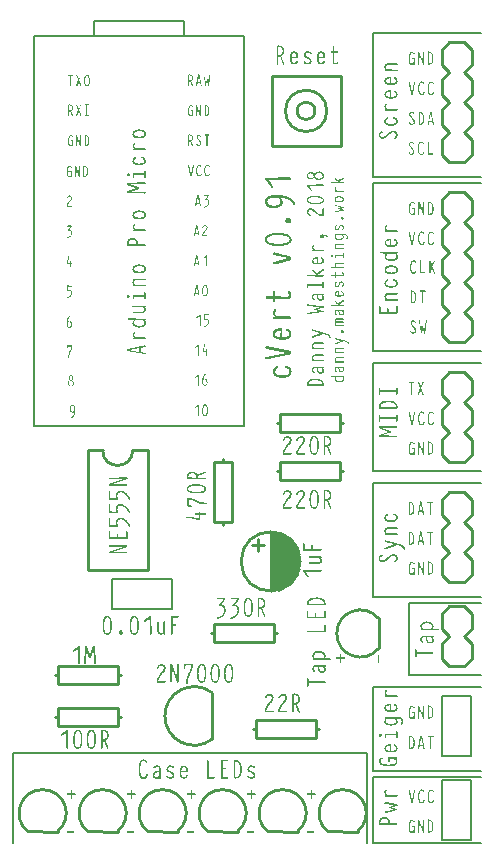
<source format=gto>
G04 ---------------------------- Layer name :TOP SILK LAYER*
G04 EasyEDA v5.8.19, Sun, 04 Nov 2018 19:37:38 GMT*
G04 39a5a3eee63b4c27b5b8cc1c142ef1ff*
G04 Gerber Generator version 0.2*
G04 Scale: 100 percent, Rotated: No, Reflected: No *
G04 Dimensions in inches *
G04 leading zeros omitted , absolute positions ,2 integer and 4 decimal *
%FSLAX24Y24*%
%MOIN*%
G90*
G70D02*

%ADD10C,0.010000*%
%ADD23C,0.007900*%
%ADD24C,0.008000*%
%ADD25C,0.008000*%
%ADD26C,0.006000*%

%LPD*%
G54D10*
G01X6763Y10784D02*
G01X6763Y12784D01*
G01X6763Y12784D02*
G01X7063Y12784D01*
G01X7063Y12784D02*
G01X7363Y12784D01*
G01X7363Y12784D02*
G01X7363Y10784D01*
G01X7363Y10784D02*
G01X7063Y10784D01*
G01X7063Y10784D02*
G01X6763Y10784D01*
G01X7063Y12784D02*
G01X7063Y12884D01*
G01X7063Y10784D02*
G01X7063Y10684D01*
G01X8963Y14384D02*
G01X10963Y14384D01*
G01X10963Y14384D02*
G01X10963Y14084D01*
G01X10963Y14084D02*
G01X10963Y13784D01*
G01X10963Y13784D02*
G01X8963Y13784D01*
G01X8963Y13784D02*
G01X8963Y14084D01*
G01X8963Y14084D02*
G01X8963Y14384D01*
G01X10963Y14084D02*
G01X11063Y14084D01*
G01X8963Y14084D02*
G01X8863Y14084D01*
G01X10963Y12184D02*
G01X8963Y12184D01*
G01X8963Y12184D02*
G01X8963Y12484D01*
G01X8963Y12484D02*
G01X8963Y12784D01*
G01X8963Y12784D02*
G01X10963Y12784D01*
G01X10963Y12784D02*
G01X10963Y12484D01*
G01X10963Y12484D02*
G01X10963Y12184D01*
G01X8963Y12484D02*
G01X8863Y12484D01*
G01X10963Y12484D02*
G01X11063Y12484D01*
G01X6563Y484D02*
G01X7565Y482D01*
G01X8563Y484D02*
G01X9565Y482D01*
G01X10563Y484D02*
G01X11565Y482D01*
G01X2563Y484D02*
G01X3566Y482D01*
G01X4563Y484D02*
G01X5566Y482D01*
G01X8763Y6784D02*
G01X6763Y6784D01*
G01X6763Y6784D02*
G01X6763Y7084D01*
G01X6763Y7084D02*
G01X6763Y7384D01*
G01X6763Y7384D02*
G01X8763Y7384D01*
G01X8763Y7384D02*
G01X8763Y7084D01*
G01X8763Y7084D02*
G01X8763Y6784D01*
G01X6763Y7084D02*
G01X6663Y7084D01*
G01X8763Y7084D02*
G01X8863Y7084D01*
G01X8163Y4184D02*
G01X10163Y4184D01*
G01X10163Y4184D02*
G01X10163Y3884D01*
G01X10163Y3884D02*
G01X10163Y3584D01*
G01X10163Y3584D02*
G01X8163Y3584D01*
G01X8163Y3584D02*
G01X8163Y3884D01*
G01X8163Y3884D02*
G01X8163Y4184D01*
G01X10163Y3884D02*
G01X10263Y3884D01*
G01X8163Y3884D02*
G01X8063Y3884D01*
G01X6703Y5114D02*
G01X6703Y3555D01*
G01X1563Y4584D02*
G01X3563Y4584D01*
G01X3563Y4584D02*
G01X3563Y4284D01*
G01X3563Y4284D02*
G01X3563Y3984D01*
G01X3563Y3984D02*
G01X1563Y3984D01*
G01X1563Y3984D02*
G01X1563Y4284D01*
G01X1563Y4284D02*
G01X1563Y4584D01*
G01X3563Y4284D02*
G01X3663Y4284D01*
G01X1563Y4284D02*
G01X1463Y4284D01*
G01X3563Y5384D02*
G01X1563Y5384D01*
G01X1563Y5384D02*
G01X1563Y5684D01*
G01X1563Y5684D02*
G01X1563Y5984D01*
G01X1563Y5984D02*
G01X3563Y5984D01*
G01X3563Y5984D02*
G01X3563Y5684D01*
G01X3563Y5684D02*
G01X3563Y5384D01*
G01X1563Y5684D02*
G01X1463Y5684D01*
G01X3563Y5684D02*
G01X3663Y5684D01*
G01X8720Y25666D02*
G01X8720Y23344D01*
G01X11003Y23344D01*
G01X11003Y25666D01*
G01X8720Y25666D01*
G54D23*
G01X3374Y7915D02*
G01X5374Y7915D01*
G01X5374Y8915D01*
G01X3374Y8915D01*
G01X3374Y7915D01*
G54D10*
G01X12263Y6584D02*
G01X12265Y7588D01*
G01X15363Y18534D02*
G01X15363Y18034D01*
G01X15363Y18034D02*
G01X15113Y17784D01*
G01X14613Y17784D02*
G01X14363Y18034D01*
G01X15113Y17784D02*
G01X15363Y17534D01*
G01X15363Y17534D02*
G01X15363Y17034D01*
G01X15363Y17034D02*
G01X15113Y16784D01*
G01X14613Y16784D02*
G01X14363Y17034D01*
G01X14363Y17034D02*
G01X14363Y17534D01*
G01X14363Y17534D02*
G01X14613Y17784D01*
G01X15113Y19784D02*
G01X15363Y19534D01*
G01X15363Y19534D02*
G01X15363Y19034D01*
G01X15363Y19034D02*
G01X15113Y18784D01*
G01X14613Y18784D02*
G01X14363Y19034D01*
G01X14363Y19034D02*
G01X14363Y19534D01*
G01X14363Y19534D02*
G01X14613Y19784D01*
G01X15363Y18534D02*
G01X15113Y18784D01*
G01X14613Y18784D02*
G01X14363Y18534D01*
G01X14363Y18034D02*
G01X14363Y18534D01*
G01X15363Y21534D02*
G01X15363Y21034D01*
G01X15363Y21034D02*
G01X15113Y20784D01*
G01X14613Y20784D02*
G01X14363Y21034D01*
G01X15113Y20784D02*
G01X15363Y20534D01*
G01X15363Y20534D02*
G01X15363Y20034D01*
G01X15363Y20034D02*
G01X15113Y19784D01*
G01X14613Y19784D02*
G01X14363Y20034D01*
G01X14363Y20034D02*
G01X14363Y20534D01*
G01X14363Y20534D02*
G01X14613Y20784D01*
G01X15113Y21784D02*
G01X14613Y21784D01*
G01X15363Y21534D02*
G01X15113Y21784D01*
G01X14613Y21784D02*
G01X14363Y21534D01*
G01X14363Y21034D02*
G01X14363Y21534D01*
G01X15113Y16784D02*
G01X14613Y16784D01*
G01X563Y484D02*
G01X1566Y482D01*
G01X14613Y14784D02*
G01X14363Y15034D01*
G01X14363Y15034D02*
G01X14363Y15534D01*
G01X14363Y15534D02*
G01X14613Y15784D01*
G01X15113Y15784D02*
G01X15363Y15534D01*
G01X15363Y15534D02*
G01X15363Y15034D01*
G01X15363Y15034D02*
G01X15113Y14784D01*
G01X14363Y13034D02*
G01X14363Y13534D01*
G01X14363Y13534D02*
G01X14613Y13784D01*
G01X15113Y13784D02*
G01X15363Y13534D01*
G01X14613Y13784D02*
G01X14363Y14034D01*
G01X14363Y14034D02*
G01X14363Y14534D01*
G01X14363Y14534D02*
G01X14613Y14784D01*
G01X15113Y14784D02*
G01X15363Y14534D01*
G01X15363Y14534D02*
G01X15363Y14034D01*
G01X15363Y14034D02*
G01X15113Y13784D01*
G01X14613Y12784D02*
G01X15113Y12784D01*
G01X14363Y13034D02*
G01X14613Y12784D01*
G01X15113Y12784D02*
G01X15363Y13034D01*
G01X15363Y13534D02*
G01X15363Y13034D01*
G01X14613Y15784D02*
G01X15113Y15784D01*
G01X2563Y9184D02*
G01X4563Y9184D01*
G01X4563Y9184D02*
G01X4563Y13184D01*
G01X2563Y9184D02*
G01X2563Y13184D01*
G01X2563Y13184D02*
G01X3063Y13184D01*
G01X4063Y13184D02*
G01X4563Y13184D01*
G54D24*
G01X14363Y4984D02*
G01X15352Y4984D01*
G01X15352Y2984D01*
G01X14363Y2984D01*
G01X14363Y4984D01*
G54D10*
G01X14613Y10784D02*
G01X14363Y11034D01*
G01X14363Y11034D02*
G01X14363Y11534D01*
G01X14363Y11534D02*
G01X14613Y11784D01*
G01X15113Y11784D02*
G01X15363Y11534D01*
G01X15363Y11534D02*
G01X15363Y11034D01*
G01X15363Y11034D02*
G01X15113Y10784D01*
G01X14363Y9034D02*
G01X14363Y9534D01*
G01X14363Y9534D02*
G01X14613Y9784D01*
G01X15113Y9784D02*
G01X15363Y9534D01*
G01X14613Y9784D02*
G01X14363Y10034D01*
G01X14363Y10034D02*
G01X14363Y10534D01*
G01X14363Y10534D02*
G01X14613Y10784D01*
G01X15113Y10784D02*
G01X15363Y10534D01*
G01X15363Y10534D02*
G01X15363Y10034D01*
G01X15363Y10034D02*
G01X15113Y9784D01*
G01X14613Y8784D02*
G01X15113Y8784D01*
G01X14363Y9034D02*
G01X14613Y8784D01*
G01X15113Y8784D02*
G01X15363Y9034D01*
G01X15363Y9534D02*
G01X15363Y9034D01*
G01X14613Y11784D02*
G01X15113Y11784D01*
G01X14363Y6234D02*
G01X14363Y6734D01*
G01X14363Y6734D02*
G01X14613Y6984D01*
G01X15113Y6984D02*
G01X15363Y6734D01*
G01X14613Y6984D02*
G01X14363Y7234D01*
G01X14363Y7234D02*
G01X14363Y7734D01*
G01X14363Y7734D02*
G01X14613Y7984D01*
G01X15113Y7984D02*
G01X15363Y7734D01*
G01X15363Y7734D02*
G01X15363Y7234D01*
G01X15363Y7234D02*
G01X15113Y6984D01*
G01X14613Y5984D02*
G01X15113Y5984D01*
G01X14363Y6234D02*
G01X14613Y5984D01*
G01X15113Y5984D02*
G01X15363Y6234D01*
G01X15363Y6734D02*
G01X15363Y6234D01*
G01X14613Y7984D02*
G01X15113Y7984D01*
G01X15363Y23534D02*
G01X15363Y23034D01*
G01X15363Y23034D02*
G01X15113Y22784D01*
G01X14613Y22784D02*
G01X14363Y23034D01*
G01X15113Y24784D02*
G01X15363Y24534D01*
G01X15363Y24534D02*
G01X15363Y24034D01*
G01X15363Y24034D02*
G01X15113Y23784D01*
G01X14613Y23784D02*
G01X14363Y24034D01*
G01X14363Y24034D02*
G01X14363Y24534D01*
G01X14363Y24534D02*
G01X14613Y24784D01*
G01X15363Y23534D02*
G01X15113Y23784D01*
G01X14613Y23784D02*
G01X14363Y23534D01*
G01X14363Y23034D02*
G01X14363Y23534D01*
G01X15363Y26534D02*
G01X15363Y26034D01*
G01X15363Y26034D02*
G01X15113Y25784D01*
G01X14613Y25784D02*
G01X14363Y26034D01*
G01X15113Y25784D02*
G01X15363Y25534D01*
G01X15363Y25534D02*
G01X15363Y25034D01*
G01X15363Y25034D02*
G01X15113Y24784D01*
G01X14613Y24784D02*
G01X14363Y25034D01*
G01X14363Y25034D02*
G01X14363Y25534D01*
G01X14363Y25534D02*
G01X14613Y25784D01*
G01X15113Y26784D02*
G01X14613Y26784D01*
G01X15363Y26534D02*
G01X15113Y26784D01*
G01X14613Y26784D02*
G01X14363Y26534D01*
G01X14363Y26034D02*
G01X14363Y26534D01*
G01X15113Y22784D02*
G01X14613Y22784D01*
G54D24*
G01X14363Y2184D02*
G01X15352Y2184D01*
G01X15352Y184D01*
G01X14363Y184D01*
G01X14363Y2184D01*
G54D25*
G01X763Y26984D02*
G01X763Y13984D01*
G01X7763Y13984D01*
G01X7763Y26984D01*
G01X763Y26984D01*
G54D24*
G01X2763Y26984D02*
G01X2763Y27484D01*
G01X2763Y27484D02*
G01X5763Y27484D01*
G01X5763Y27484D02*
G01X5763Y26984D01*
G54D10*
G01X8663Y10469D02*
G01X8663Y8500D01*
G01X9017Y10390D02*
G01X8663Y10036D01*
G01X9253Y10232D02*
G01X8663Y9642D01*
G01X9450Y9996D02*
G01X8663Y9209D01*
G01X9607Y9721D02*
G01X8663Y8776D01*
G01X9607Y9248D02*
G01X8899Y8540D01*
G01X8033Y10036D02*
G01X8426Y10036D01*
G01X8229Y10232D02*
G01X8229Y9839D01*
G54D26*
G01X11863Y84D02*
G01X11863Y3084D01*
G01X63Y3084D01*
G01X63Y84D01*
G01X15663Y2284D02*
G01X12063Y2284D01*
G01X12063Y84D01*
G01X15663Y84D01*
G01X15663Y5284D02*
G01X12063Y5284D01*
G01X12063Y2484D01*
G01X15663Y2484D01*
G01X15663Y8084D02*
G01X13263Y8084D01*
G01X13263Y5684D01*
G01X15663Y5684D01*
G01X15663Y12084D02*
G01X12063Y12084D01*
G01X12063Y8284D01*
G01X15663Y8284D01*
G01X15663Y16084D02*
G01X12063Y16084D01*
G01X12063Y12484D01*
G01X15663Y12484D01*
G01X15663Y22084D02*
G01X12063Y22084D01*
G01X12063Y16484D01*
G01X15663Y16484D01*
G01X15663Y22284D02*
G01X12063Y22284D01*
G01X12063Y27084D01*
G01X15663Y27084D01*

%LPD*%
G36*
G01X6287Y10867D02*
G01X6285Y10867D01*
G01X6278Y10867D01*
G01X6265Y10867D01*
G01X6247Y10869D01*
G01X6224Y10873D01*
G01X6195Y10878D01*
G01X6162Y10886D01*
G01X6123Y10896D01*
G01X6080Y10909D01*
G01X6056Y10916D01*
G01X6031Y10921D01*
G01X6003Y10925D01*
G01X5975Y10928D01*
G01X5948Y10929D01*
G01X5924Y10931D01*
G01X5903Y10931D01*
G01X5888Y10931D01*
G01X5876Y10931D01*
G01X5866Y10933D01*
G01X5857Y10939D01*
G01X5852Y10947D01*
G01X5848Y10957D01*
G01X5851Y10967D01*
G01X5856Y10975D01*
G01X5865Y10980D01*
G01X5875Y10982D01*
G01X5904Y10982D01*
G01X5926Y10982D01*
G01X5951Y10981D01*
G01X5978Y10979D01*
G01X6008Y10976D01*
G01X6038Y10972D01*
G01X6068Y10966D01*
G01X6097Y10958D01*
G01X6121Y10951D01*
G01X6144Y10944D01*
G01X6167Y10938D01*
G01X6189Y10933D01*
G01X6209Y10929D01*
G01X6228Y10925D01*
G01X6245Y10923D01*
G01X6260Y10921D01*
G01X6260Y11044D01*
G01X6160Y11044D01*
G01X6151Y11046D01*
G01X6143Y11051D01*
G01X6138Y11059D01*
G01X6135Y11069D01*
G01X6138Y11079D01*
G01X6143Y11087D01*
G01X6151Y11092D01*
G01X6160Y11094D01*
G01X6260Y11094D01*
G01X6260Y11123D01*
G01X6263Y11133D01*
G01X6268Y11141D01*
G01X6277Y11146D01*
G01X6286Y11148D01*
G01X6297Y11146D01*
G01X6305Y11141D01*
G01X6310Y11133D01*
G01X6313Y11123D01*
G01X6313Y11094D01*
G01X6488Y11094D01*
G01X6497Y11092D01*
G01X6505Y11087D01*
G01X6510Y11079D01*
G01X6513Y11069D01*
G01X6510Y11059D01*
G01X6505Y11051D01*
G01X6497Y11046D01*
G01X6488Y11044D01*
G01X6313Y11044D01*
G01X6313Y10892D01*
G01X6311Y10884D01*
G01X6306Y10876D01*
G01X6300Y10871D01*
G01X6290Y10867D01*
G01X6287Y10867D01*
G37*

%LPC*%

%LPD*%
G36*
G01X6010Y11307D02*
G01X5998Y11306D01*
G01X5946Y11313D01*
G01X5920Y11316D01*
G01X5894Y11319D01*
G01X5884Y11323D01*
G01X5876Y11329D01*
G01X5871Y11337D01*
G01X5869Y11348D01*
G01X5869Y11577D01*
G01X5871Y11587D01*
G01X5876Y11596D01*
G01X5882Y11602D01*
G01X5892Y11605D01*
G01X5900Y11606D01*
G01X5910Y11607D01*
G01X5922Y11608D01*
G01X5936Y11608D01*
G01X5950Y11608D01*
G01X5964Y11607D01*
G01X5980Y11606D01*
G01X5998Y11603D01*
G01X6016Y11600D01*
G01X6036Y11595D01*
G01X6056Y11590D01*
G01X6078Y11582D01*
G01X6101Y11573D01*
G01X6124Y11563D01*
G01X6148Y11551D01*
G01X6173Y11536D01*
G01X6203Y11519D01*
G01X6234Y11504D01*
G01X6264Y11491D01*
G01X6294Y11480D01*
G01X6322Y11471D01*
G01X6349Y11465D01*
G01X6375Y11459D01*
G01X6398Y11455D01*
G01X6421Y11452D01*
G01X6441Y11451D01*
G01X6460Y11450D01*
G01X6476Y11450D01*
G01X6491Y11450D01*
G01X6503Y11450D01*
G01X6512Y11451D01*
G01X6517Y11451D01*
G01X6526Y11450D01*
G01X6536Y11445D01*
G01X6543Y11438D01*
G01X6547Y11428D01*
G01X6547Y11423D01*
G01X6544Y11411D01*
G01X6537Y11402D01*
G01X6529Y11397D01*
G01X6521Y11396D01*
G01X6514Y11395D01*
G01X6504Y11394D01*
G01X6491Y11394D01*
G01X6476Y11394D01*
G01X6462Y11394D01*
G01X6448Y11394D01*
G01X6432Y11395D01*
G01X6415Y11397D01*
G01X6396Y11399D01*
G01X6377Y11402D01*
G01X6356Y11406D01*
G01X6335Y11411D01*
G01X6313Y11416D01*
G01X6290Y11423D01*
G01X6267Y11431D01*
G01X6243Y11440D01*
G01X6218Y11450D01*
G01X6193Y11462D01*
G01X6168Y11475D01*
G01X6143Y11490D01*
G01X6109Y11509D01*
G01X6077Y11523D01*
G01X6046Y11535D01*
G01X6017Y11543D01*
G01X5990Y11548D01*
G01X5966Y11551D01*
G01X5945Y11553D01*
G01X5927Y11553D01*
G01X5926Y11373D01*
G01X6006Y11361D01*
G01X6017Y11357D01*
G01X6025Y11350D01*
G01X6030Y11340D01*
G01X6031Y11328D01*
G01X6027Y11319D01*
G01X6019Y11311D01*
G01X6010Y11307D01*
G37*

%LPC*%

%LPD*%
G36*
G01X6207Y11752D02*
G01X6188Y11752D01*
G01X6168Y11753D01*
G01X6146Y11753D01*
G01X6123Y11755D01*
G01X6098Y11757D01*
G01X6073Y11760D01*
G01X6047Y11764D01*
G01X6021Y11770D01*
G01X5994Y11776D01*
G01X5971Y11784D01*
G01X5948Y11794D01*
G01X5926Y11806D01*
G01X5906Y11821D01*
G01X5889Y11838D01*
G01X5875Y11859D01*
G01X5866Y11882D01*
G01X5863Y11909D01*
G01X5866Y11936D01*
G01X5875Y11959D01*
G01X5887Y11979D01*
G01X5903Y11997D01*
G01X5922Y12011D01*
G01X5942Y12023D01*
G01X5964Y12032D01*
G01X5985Y12040D01*
G01X6010Y12046D01*
G01X6035Y12051D01*
G01X6060Y12055D01*
G01X6084Y12058D01*
G01X6108Y12059D01*
G01X6131Y12061D01*
G01X6152Y12061D01*
G01X6173Y12061D01*
G01X6181Y12061D01*
G01X6189Y12061D01*
G01X6197Y12061D01*
G01X6206Y12061D01*
G01X6222Y12060D01*
G01X6240Y12059D01*
G01X6260Y12058D01*
G01X6283Y12056D01*
G01X6306Y12052D01*
G01X6330Y12048D01*
G01X6355Y12043D01*
G01X6380Y12036D01*
G01X6402Y12029D01*
G01X6424Y12019D01*
G01X6446Y12008D01*
G01X6465Y11994D01*
G01X6482Y11978D01*
G01X6495Y11958D01*
G01X6504Y11936D01*
G01X6507Y11911D01*
G01X6505Y11883D01*
G01X6496Y11858D01*
G01X6483Y11838D01*
G01X6466Y11820D01*
G01X6446Y11805D01*
G01X6425Y11793D01*
G01X6402Y11783D01*
G01X6380Y11775D01*
G01X6354Y11769D01*
G01X6330Y11764D01*
G01X6305Y11760D01*
G01X6282Y11757D01*
G01X6260Y11755D01*
G01X6240Y11754D01*
G01X6223Y11753D01*
G01X6207Y11752D01*
G37*

%LPC*%
G36*
G01X6169Y11804D02*
G01X6188Y11803D01*
G01X6205Y11803D01*
G01X6220Y11804D01*
G01X6238Y11805D01*
G01X6258Y11806D01*
G01X6279Y11808D01*
G01X6301Y11811D01*
G01X6323Y11814D01*
G01X6344Y11819D01*
G01X6365Y11825D01*
G01X6405Y11840D01*
G01X6434Y11859D01*
G01X6451Y11882D01*
G01X6456Y11911D01*
G01X6452Y11933D01*
G01X6435Y11953D01*
G01X6406Y11972D01*
G01X6365Y11988D01*
G01X6345Y11993D01*
G01X6324Y11998D01*
G01X6303Y12001D01*
G01X6281Y12004D01*
G01X6260Y12006D01*
G01X6240Y12008D01*
G01X6221Y12009D01*
G01X6206Y12009D01*
G01X6198Y12010D01*
G01X6190Y12010D01*
G01X6181Y12011D01*
G01X6173Y12011D01*
G01X6153Y12010D01*
G01X6132Y12010D01*
G01X6110Y12008D01*
G01X6087Y12006D01*
G01X6065Y12004D01*
G01X6042Y12000D01*
G01X6021Y11996D01*
G01X6001Y11990D01*
G01X5961Y11976D01*
G01X5935Y11958D01*
G01X5919Y11936D01*
G01X5914Y11909D01*
G01X5919Y11884D01*
G01X5937Y11861D01*
G01X5967Y11842D01*
G01X6010Y11825D01*
G01X6031Y11819D01*
G01X6055Y11815D01*
G01X6078Y11811D01*
G01X6102Y11808D01*
G01X6126Y11806D01*
G01X6148Y11804D01*
G01X6169Y11804D01*
G37*

%LPD*%
G36*
G01X6475Y12228D02*
G01X5900Y12228D01*
G01X5890Y12230D01*
G01X5881Y12235D01*
G01X5875Y12242D01*
G01X5872Y12250D01*
G01X5871Y12258D01*
G01X5870Y12268D01*
G01X5869Y12281D01*
G01X5869Y12294D01*
G01X5869Y12310D01*
G01X5870Y12328D01*
G01X5873Y12348D01*
G01X5879Y12369D01*
G01X5887Y12390D01*
G01X5898Y12410D01*
G01X5912Y12429D01*
G01X5929Y12447D01*
G01X5950Y12462D01*
G01X5975Y12473D01*
G01X6005Y12481D01*
G01X6040Y12484D01*
G01X6071Y12483D01*
G01X6100Y12478D01*
G01X6125Y12471D01*
G01X6148Y12461D01*
G01X6168Y12448D01*
G01X6184Y12434D01*
G01X6198Y12418D01*
G01X6210Y12401D01*
G01X6210Y12402D01*
G01X6219Y12382D01*
G01X6239Y12390D01*
G01X6259Y12398D01*
G01X6280Y12406D01*
G01X6300Y12415D01*
G01X6321Y12423D01*
G01X6342Y12431D01*
G01X6384Y12448D01*
G01X6404Y12456D01*
G01X6425Y12465D01*
G01X6445Y12473D01*
G01X6465Y12480D01*
G01X6464Y12480D01*
G01X6475Y12482D01*
G01X6486Y12478D01*
G01X6496Y12471D01*
G01X6502Y12461D01*
G01X6502Y12454D01*
G01X6502Y12446D01*
G01X6499Y12439D01*
G01X6494Y12433D01*
G01X6488Y12429D01*
G01X6230Y12336D01*
G01X6232Y12323D01*
G01X6234Y12309D01*
G01X6235Y12296D01*
G01X6235Y12282D01*
G01X6475Y12282D01*
G01X6486Y12280D01*
G01X6494Y12275D01*
G01X6500Y12266D01*
G01X6502Y12255D01*
G01X6500Y12245D01*
G01X6494Y12237D01*
G01X6486Y12231D01*
G01X6475Y12228D01*
G37*

%LPC*%
G36*
G01X5922Y12284D02*
G01X6184Y12282D01*
G01X6182Y12297D01*
G01X6181Y12313D01*
G01X6178Y12329D01*
G01X6173Y12346D01*
G01X6167Y12362D01*
G01X6159Y12377D01*
G01X6148Y12392D01*
G01X6135Y12404D01*
G01X6118Y12415D01*
G01X6097Y12423D01*
G01X6073Y12429D01*
G01X6044Y12430D01*
G01X6019Y12428D01*
G01X5998Y12423D01*
G01X5980Y12416D01*
G01X5964Y12406D01*
G01X5952Y12395D01*
G01X5942Y12381D01*
G01X5934Y12367D01*
G01X5928Y12351D01*
G01X5925Y12335D01*
G01X5922Y12318D01*
G01X5921Y12301D01*
G01X5922Y12284D01*
G37*

%LPD*%

%LPD*%
G36*
G01X10140Y13043D02*
G01X10115Y13040D01*
G01X10087Y13042D01*
G01X10063Y13051D01*
G01X10042Y13064D01*
G01X10024Y13081D01*
G01X10009Y13101D01*
G01X9997Y13122D01*
G01X9987Y13145D01*
G01X9980Y13167D01*
G01X9973Y13192D01*
G01X9968Y13217D01*
G01X9964Y13242D01*
G01X9961Y13265D01*
G01X9959Y13286D01*
G01X9958Y13306D01*
G01X9957Y13324D01*
G01X9956Y13340D01*
G01X9956Y13359D01*
G01X9957Y13379D01*
G01X9957Y13401D01*
G01X9959Y13424D01*
G01X9961Y13448D01*
G01X9964Y13474D01*
G01X9968Y13500D01*
G01X9974Y13526D01*
G01X9981Y13552D01*
G01X9988Y13576D01*
G01X9998Y13600D01*
G01X10010Y13621D01*
G01X10025Y13641D01*
G01X10042Y13658D01*
G01X10063Y13672D01*
G01X10086Y13681D01*
G01X10114Y13684D01*
G01X10140Y13681D01*
G01X10163Y13673D01*
G01X10184Y13660D01*
G01X10201Y13644D01*
G01X10215Y13625D01*
G01X10227Y13605D01*
G01X10236Y13583D01*
G01X10244Y13561D01*
G01X10250Y13537D01*
G01X10255Y13512D01*
G01X10259Y13487D01*
G01X10262Y13463D01*
G01X10264Y13439D01*
G01X10265Y13416D01*
G01X10265Y13394D01*
G01X10265Y13358D01*
G01X10265Y13350D01*
G01X10265Y13342D01*
G01X10264Y13325D01*
G01X10264Y13307D01*
G01X10262Y13286D01*
G01X10260Y13264D01*
G01X10256Y13241D01*
G01X10252Y13217D01*
G01X10247Y13192D01*
G01X10240Y13167D01*
G01X10233Y13145D01*
G01X10223Y13123D01*
G01X10212Y13101D01*
G01X10198Y13082D01*
G01X10182Y13065D01*
G01X10163Y13052D01*
G01X10140Y13043D01*
G37*

%LPC*%
G36*
G01X10086Y13096D02*
G01X10115Y13090D01*
G01X10137Y13096D01*
G01X10157Y13113D01*
G01X10176Y13141D01*
G01X10192Y13182D01*
G01X10197Y13202D01*
G01X10202Y13223D01*
G01X10205Y13244D01*
G01X10208Y13266D01*
G01X10210Y13288D01*
G01X10212Y13307D01*
G01X10213Y13326D01*
G01X10214Y13342D01*
G01X10214Y13349D01*
G01X10215Y13357D01*
G01X10215Y13375D01*
G01X10214Y13394D01*
G01X10214Y13415D01*
G01X10213Y13437D01*
G01X10210Y13460D01*
G01X10208Y13482D01*
G01X10205Y13505D01*
G01X10200Y13526D01*
G01X10194Y13546D01*
G01X10180Y13585D01*
G01X10162Y13613D01*
G01X10140Y13628D01*
G01X10114Y13633D01*
G01X10088Y13628D01*
G01X10065Y13610D01*
G01X10046Y13580D01*
G01X10030Y13538D01*
G01X10023Y13515D01*
G01X10019Y13492D01*
G01X10015Y13469D01*
G01X10012Y13445D01*
G01X10010Y13421D01*
G01X10009Y13399D01*
G01X10008Y13378D01*
G01X10007Y13359D01*
G01X10007Y13342D01*
G01X10008Y13327D01*
G01X10009Y13309D01*
G01X10010Y13289D01*
G01X10012Y13268D01*
G01X10015Y13246D01*
G01X10018Y13225D01*
G01X10023Y13203D01*
G01X10028Y13182D01*
G01X10044Y13142D01*
G01X10063Y13113D01*
G01X10086Y13096D01*
G37*

%LPD*%
G36*
G01X10470Y13047D02*
G01X10460Y13044D01*
G01X10450Y13047D01*
G01X10441Y13052D01*
G01X10435Y13061D01*
G01X10432Y13073D01*
G01X10432Y13648D01*
G01X10434Y13657D01*
G01X10439Y13666D01*
G01X10446Y13672D01*
G01X10455Y13675D01*
G01X10462Y13676D01*
G01X10473Y13677D01*
G01X10485Y13678D01*
G01X10498Y13678D01*
G01X10515Y13678D01*
G01X10532Y13677D01*
G01X10552Y13673D01*
G01X10573Y13668D01*
G01X10594Y13660D01*
G01X10614Y13649D01*
G01X10634Y13635D01*
G01X10651Y13618D01*
G01X10666Y13597D01*
G01X10677Y13572D01*
G01X10685Y13542D01*
G01X10689Y13507D01*
G01X10687Y13476D01*
G01X10682Y13448D01*
G01X10675Y13422D01*
G01X10665Y13399D01*
G01X10652Y13379D01*
G01X10638Y13363D01*
G01X10622Y13349D01*
G01X10606Y13338D01*
G01X10606Y13338D01*
G01X10586Y13327D01*
G01X10594Y13308D01*
G01X10602Y13288D01*
G01X10611Y13267D01*
G01X10619Y13247D01*
G01X10627Y13226D01*
G01X10635Y13205D01*
G01X10652Y13163D01*
G01X10660Y13143D01*
G01X10669Y13122D01*
G01X10677Y13102D01*
G01X10685Y13082D01*
G01X10685Y13083D01*
G01X10686Y13072D01*
G01X10682Y13061D01*
G01X10675Y13051D01*
G01X10665Y13044D01*
G01X10659Y13044D01*
G01X10650Y13046D01*
G01X10643Y13048D01*
G01X10637Y13053D01*
G01X10634Y13059D01*
G01X10540Y13317D01*
G01X10527Y13315D01*
G01X10514Y13313D01*
G01X10500Y13312D01*
G01X10486Y13311D01*
G01X10486Y13073D01*
G01X10485Y13061D01*
G01X10479Y13052D01*
G01X10470Y13047D01*
G37*

%LPC*%
G36*
G01X10489Y13625D02*
G01X10486Y13363D01*
G01X10501Y13365D01*
G01X10517Y13366D01*
G01X10533Y13369D01*
G01X10550Y13373D01*
G01X10566Y13380D01*
G01X10581Y13388D01*
G01X10596Y13399D01*
G01X10609Y13413D01*
G01X10619Y13429D01*
G01X10627Y13450D01*
G01X10633Y13474D01*
G01X10635Y13502D01*
G01X10632Y13527D01*
G01X10628Y13549D01*
G01X10620Y13567D01*
G01X10610Y13583D01*
G01X10599Y13595D01*
G01X10585Y13605D01*
G01X10571Y13613D01*
G01X10555Y13619D01*
G01X10539Y13623D01*
G01X10522Y13625D01*
G01X10505Y13626D01*
G01X10489Y13625D01*
G37*

%LPD*%
G36*
G01X9796Y13052D02*
G01X9781Y13048D01*
G01X9548Y13050D01*
G01X9544Y13050D01*
G01X9539Y13052D01*
G01X9534Y13054D01*
G01X9530Y13057D01*
G01X9524Y13064D01*
G01X9519Y13075D01*
G01X9514Y13090D01*
G01X9513Y13109D01*
G01X9514Y13126D01*
G01X9517Y13144D01*
G01X9523Y13165D01*
G01X9532Y13189D01*
G01X9544Y13216D01*
G01X9559Y13246D01*
G01X9579Y13279D01*
G01X9602Y13315D01*
G01X9618Y13335D01*
G01X9634Y13354D01*
G01X9651Y13374D01*
G01X9667Y13394D01*
G01X9667Y13392D01*
G01X9684Y13413D01*
G01X9700Y13432D01*
G01X9715Y13451D01*
G01X9728Y13469D01*
G01X9739Y13487D01*
G01X9747Y13503D01*
G01X9753Y13519D01*
G01X9755Y13533D01*
G01X9755Y13538D01*
G01X9750Y13565D01*
G01X9736Y13591D01*
G01X9713Y13611D01*
G01X9677Y13619D01*
G01X9672Y13619D01*
G01X9645Y13616D01*
G01X9624Y13608D01*
G01X9607Y13596D01*
G01X9595Y13583D01*
G01X9585Y13569D01*
G01X9579Y13555D01*
G01X9576Y13545D01*
G01X9573Y13538D01*
G01X9568Y13527D01*
G01X9560Y13519D01*
G01X9551Y13515D01*
G01X9540Y13513D01*
G01X9530Y13517D01*
G01X9522Y13525D01*
G01X9518Y13534D01*
G01X9518Y13544D01*
G01X9519Y13550D01*
G01X9524Y13564D01*
G01X9534Y13583D01*
G01X9548Y13605D01*
G01X9568Y13628D01*
G01X9594Y13649D01*
G01X9627Y13666D01*
G01X9668Y13675D01*
G01X9671Y13676D01*
G01X9673Y13676D01*
G01X9675Y13676D01*
G01X9677Y13676D01*
G01X9710Y13672D01*
G01X9738Y13661D01*
G01X9761Y13646D01*
G01X9779Y13626D01*
G01X9793Y13604D01*
G01X9802Y13582D01*
G01X9808Y13560D01*
G01X9810Y13540D01*
G01X9807Y13512D01*
G01X9799Y13486D01*
G01X9788Y13461D01*
G01X9775Y13437D01*
G01X9759Y13415D01*
G01X9742Y13394D01*
G01X9725Y13374D01*
G01X9706Y13354D01*
G01X9692Y13337D01*
G01X9677Y13319D01*
G01X9663Y13302D01*
G01X9650Y13283D01*
G01X9650Y13284D01*
G01X9628Y13252D01*
G01X9611Y13222D01*
G01X9597Y13195D01*
G01X9586Y13171D01*
G01X9578Y13150D01*
G01X9573Y13132D01*
G01X9569Y13117D01*
G01X9568Y13105D01*
G01X9782Y13104D01*
G01X9794Y13102D01*
G01X9802Y13096D01*
G01X9809Y13087D01*
G01X9810Y13076D01*
G01X9809Y13068D01*
G01X9805Y13059D01*
G01X9796Y13052D01*
G37*

%LPC*%

%LPD*%
G36*
G01X9346Y13052D02*
G01X9331Y13048D01*
G01X9098Y13050D01*
G01X9094Y13050D01*
G01X9089Y13052D01*
G01X9084Y13054D01*
G01X9080Y13057D01*
G01X9074Y13064D01*
G01X9069Y13075D01*
G01X9064Y13090D01*
G01X9063Y13109D01*
G01X9064Y13126D01*
G01X9067Y13144D01*
G01X9073Y13165D01*
G01X9082Y13189D01*
G01X9094Y13216D01*
G01X9109Y13246D01*
G01X9129Y13279D01*
G01X9152Y13315D01*
G01X9168Y13335D01*
G01X9184Y13354D01*
G01X9201Y13374D01*
G01X9217Y13394D01*
G01X9217Y13392D01*
G01X9234Y13413D01*
G01X9250Y13432D01*
G01X9265Y13451D01*
G01X9278Y13469D01*
G01X9289Y13487D01*
G01X9297Y13503D01*
G01X9303Y13519D01*
G01X9305Y13533D01*
G01X9305Y13538D01*
G01X9300Y13565D01*
G01X9286Y13591D01*
G01X9263Y13611D01*
G01X9227Y13619D01*
G01X9222Y13619D01*
G01X9195Y13616D01*
G01X9174Y13608D01*
G01X9157Y13596D01*
G01X9145Y13583D01*
G01X9135Y13569D01*
G01X9129Y13555D01*
G01X9126Y13545D01*
G01X9123Y13538D01*
G01X9118Y13527D01*
G01X9110Y13519D01*
G01X9101Y13515D01*
G01X9090Y13513D01*
G01X9080Y13517D01*
G01X9072Y13525D01*
G01X9068Y13534D01*
G01X9068Y13544D01*
G01X9069Y13550D01*
G01X9074Y13564D01*
G01X9084Y13583D01*
G01X9098Y13605D01*
G01X9118Y13628D01*
G01X9144Y13649D01*
G01X9177Y13666D01*
G01X9218Y13675D01*
G01X9221Y13676D01*
G01X9223Y13676D01*
G01X9225Y13676D01*
G01X9227Y13676D01*
G01X9260Y13672D01*
G01X9288Y13661D01*
G01X9311Y13646D01*
G01X9329Y13626D01*
G01X9343Y13604D01*
G01X9352Y13582D01*
G01X9358Y13560D01*
G01X9360Y13540D01*
G01X9357Y13512D01*
G01X9349Y13486D01*
G01X9338Y13461D01*
G01X9325Y13437D01*
G01X9309Y13415D01*
G01X9292Y13394D01*
G01X9275Y13374D01*
G01X9256Y13354D01*
G01X9242Y13337D01*
G01X9227Y13319D01*
G01X9213Y13302D01*
G01X9200Y13283D01*
G01X9200Y13284D01*
G01X9178Y13252D01*
G01X9161Y13222D01*
G01X9147Y13195D01*
G01X9136Y13171D01*
G01X9128Y13150D01*
G01X9123Y13132D01*
G01X9119Y13117D01*
G01X9118Y13105D01*
G01X9332Y13104D01*
G01X9344Y13102D01*
G01X9352Y13096D01*
G01X9359Y13087D01*
G01X9360Y13076D01*
G01X9359Y13068D01*
G01X9355Y13059D01*
G01X9346Y13052D01*
G37*

%LPC*%

%LPD*%

%LPD*%
G36*
G01X10140Y11243D02*
G01X10115Y11240D01*
G01X10087Y11242D01*
G01X10063Y11251D01*
G01X10042Y11264D01*
G01X10024Y11281D01*
G01X10009Y11301D01*
G01X9997Y11322D01*
G01X9987Y11345D01*
G01X9980Y11367D01*
G01X9973Y11392D01*
G01X9968Y11417D01*
G01X9964Y11442D01*
G01X9961Y11465D01*
G01X9959Y11486D01*
G01X9958Y11506D01*
G01X9957Y11524D01*
G01X9956Y11540D01*
G01X9956Y11559D01*
G01X9957Y11579D01*
G01X9957Y11601D01*
G01X9959Y11624D01*
G01X9961Y11648D01*
G01X9964Y11674D01*
G01X9968Y11700D01*
G01X9974Y11726D01*
G01X9981Y11752D01*
G01X9988Y11776D01*
G01X9998Y11800D01*
G01X10010Y11821D01*
G01X10025Y11841D01*
G01X10042Y11858D01*
G01X10063Y11872D01*
G01X10086Y11881D01*
G01X10114Y11884D01*
G01X10140Y11881D01*
G01X10163Y11873D01*
G01X10184Y11860D01*
G01X10201Y11844D01*
G01X10215Y11825D01*
G01X10227Y11805D01*
G01X10236Y11783D01*
G01X10244Y11761D01*
G01X10250Y11737D01*
G01X10255Y11712D01*
G01X10259Y11687D01*
G01X10262Y11663D01*
G01X10264Y11639D01*
G01X10265Y11616D01*
G01X10265Y11594D01*
G01X10265Y11558D01*
G01X10265Y11550D01*
G01X10265Y11542D01*
G01X10264Y11525D01*
G01X10264Y11507D01*
G01X10262Y11486D01*
G01X10260Y11464D01*
G01X10256Y11441D01*
G01X10252Y11417D01*
G01X10247Y11392D01*
G01X10240Y11367D01*
G01X10233Y11345D01*
G01X10223Y11323D01*
G01X10212Y11301D01*
G01X10198Y11282D01*
G01X10182Y11265D01*
G01X10163Y11252D01*
G01X10140Y11243D01*
G37*

%LPC*%
G36*
G01X10086Y11296D02*
G01X10115Y11290D01*
G01X10137Y11296D01*
G01X10157Y11313D01*
G01X10176Y11341D01*
G01X10192Y11382D01*
G01X10197Y11402D01*
G01X10202Y11423D01*
G01X10205Y11444D01*
G01X10208Y11466D01*
G01X10210Y11488D01*
G01X10212Y11507D01*
G01X10213Y11526D01*
G01X10214Y11542D01*
G01X10214Y11549D01*
G01X10215Y11557D01*
G01X10215Y11575D01*
G01X10214Y11594D01*
G01X10214Y11615D01*
G01X10213Y11637D01*
G01X10210Y11660D01*
G01X10208Y11682D01*
G01X10205Y11705D01*
G01X10200Y11726D01*
G01X10194Y11746D01*
G01X10180Y11785D01*
G01X10162Y11813D01*
G01X10140Y11828D01*
G01X10114Y11833D01*
G01X10088Y11828D01*
G01X10065Y11810D01*
G01X10046Y11780D01*
G01X10030Y11738D01*
G01X10023Y11715D01*
G01X10019Y11692D01*
G01X10015Y11669D01*
G01X10012Y11645D01*
G01X10010Y11621D01*
G01X10009Y11599D01*
G01X10008Y11578D01*
G01X10007Y11559D01*
G01X10007Y11542D01*
G01X10008Y11527D01*
G01X10009Y11509D01*
G01X10010Y11489D01*
G01X10012Y11468D01*
G01X10015Y11446D01*
G01X10018Y11425D01*
G01X10023Y11403D01*
G01X10028Y11382D01*
G01X10044Y11342D01*
G01X10063Y11313D01*
G01X10086Y11296D01*
G37*

%LPD*%
G36*
G01X10470Y11247D02*
G01X10460Y11244D01*
G01X10450Y11247D01*
G01X10441Y11252D01*
G01X10435Y11261D01*
G01X10432Y11273D01*
G01X10432Y11848D01*
G01X10434Y11857D01*
G01X10439Y11866D01*
G01X10446Y11872D01*
G01X10455Y11875D01*
G01X10462Y11876D01*
G01X10473Y11877D01*
G01X10485Y11878D01*
G01X10498Y11878D01*
G01X10515Y11878D01*
G01X10532Y11877D01*
G01X10552Y11873D01*
G01X10573Y11868D01*
G01X10594Y11860D01*
G01X10614Y11849D01*
G01X10634Y11835D01*
G01X10651Y11818D01*
G01X10666Y11797D01*
G01X10677Y11772D01*
G01X10685Y11742D01*
G01X10689Y11707D01*
G01X10687Y11676D01*
G01X10682Y11648D01*
G01X10675Y11622D01*
G01X10665Y11599D01*
G01X10652Y11579D01*
G01X10638Y11563D01*
G01X10622Y11549D01*
G01X10606Y11538D01*
G01X10606Y11538D01*
G01X10586Y11527D01*
G01X10594Y11508D01*
G01X10602Y11488D01*
G01X10611Y11467D01*
G01X10619Y11447D01*
G01X10627Y11426D01*
G01X10635Y11405D01*
G01X10652Y11363D01*
G01X10660Y11343D01*
G01X10669Y11322D01*
G01X10677Y11302D01*
G01X10685Y11282D01*
G01X10685Y11283D01*
G01X10686Y11272D01*
G01X10682Y11261D01*
G01X10675Y11251D01*
G01X10665Y11244D01*
G01X10659Y11244D01*
G01X10650Y11246D01*
G01X10643Y11248D01*
G01X10637Y11253D01*
G01X10634Y11259D01*
G01X10540Y11517D01*
G01X10527Y11515D01*
G01X10514Y11513D01*
G01X10500Y11512D01*
G01X10486Y11511D01*
G01X10486Y11273D01*
G01X10485Y11261D01*
G01X10479Y11252D01*
G01X10470Y11247D01*
G37*

%LPC*%
G36*
G01X10489Y11825D02*
G01X10486Y11563D01*
G01X10501Y11565D01*
G01X10517Y11566D01*
G01X10533Y11569D01*
G01X10550Y11573D01*
G01X10566Y11580D01*
G01X10581Y11588D01*
G01X10596Y11599D01*
G01X10609Y11613D01*
G01X10619Y11629D01*
G01X10627Y11650D01*
G01X10633Y11674D01*
G01X10635Y11702D01*
G01X10632Y11727D01*
G01X10628Y11749D01*
G01X10620Y11767D01*
G01X10610Y11783D01*
G01X10599Y11795D01*
G01X10585Y11805D01*
G01X10571Y11813D01*
G01X10555Y11819D01*
G01X10539Y11823D01*
G01X10522Y11825D01*
G01X10505Y11826D01*
G01X10489Y11825D01*
G37*

%LPD*%
G36*
G01X9796Y11252D02*
G01X9781Y11248D01*
G01X9548Y11250D01*
G01X9544Y11250D01*
G01X9539Y11252D01*
G01X9534Y11254D01*
G01X9530Y11257D01*
G01X9524Y11264D01*
G01X9519Y11275D01*
G01X9514Y11290D01*
G01X9513Y11309D01*
G01X9514Y11326D01*
G01X9517Y11344D01*
G01X9523Y11365D01*
G01X9532Y11389D01*
G01X9544Y11416D01*
G01X9559Y11446D01*
G01X9579Y11479D01*
G01X9602Y11515D01*
G01X9618Y11535D01*
G01X9634Y11554D01*
G01X9651Y11574D01*
G01X9667Y11594D01*
G01X9667Y11592D01*
G01X9684Y11613D01*
G01X9700Y11632D01*
G01X9715Y11651D01*
G01X9728Y11669D01*
G01X9739Y11687D01*
G01X9747Y11703D01*
G01X9753Y11719D01*
G01X9755Y11733D01*
G01X9755Y11738D01*
G01X9750Y11765D01*
G01X9736Y11791D01*
G01X9713Y11811D01*
G01X9677Y11819D01*
G01X9672Y11819D01*
G01X9645Y11816D01*
G01X9624Y11808D01*
G01X9607Y11796D01*
G01X9595Y11783D01*
G01X9585Y11769D01*
G01X9579Y11755D01*
G01X9576Y11745D01*
G01X9573Y11738D01*
G01X9568Y11727D01*
G01X9560Y11719D01*
G01X9551Y11715D01*
G01X9540Y11713D01*
G01X9530Y11717D01*
G01X9522Y11725D01*
G01X9518Y11734D01*
G01X9518Y11744D01*
G01X9519Y11750D01*
G01X9524Y11764D01*
G01X9534Y11783D01*
G01X9548Y11805D01*
G01X9568Y11828D01*
G01X9594Y11849D01*
G01X9627Y11866D01*
G01X9668Y11875D01*
G01X9671Y11876D01*
G01X9673Y11876D01*
G01X9675Y11876D01*
G01X9677Y11876D01*
G01X9710Y11872D01*
G01X9738Y11861D01*
G01X9761Y11846D01*
G01X9779Y11826D01*
G01X9793Y11804D01*
G01X9802Y11782D01*
G01X9808Y11760D01*
G01X9810Y11740D01*
G01X9807Y11712D01*
G01X9799Y11686D01*
G01X9788Y11661D01*
G01X9775Y11637D01*
G01X9759Y11615D01*
G01X9742Y11594D01*
G01X9725Y11574D01*
G01X9706Y11554D01*
G01X9692Y11537D01*
G01X9677Y11519D01*
G01X9663Y11502D01*
G01X9650Y11483D01*
G01X9650Y11484D01*
G01X9628Y11452D01*
G01X9611Y11422D01*
G01X9597Y11395D01*
G01X9586Y11371D01*
G01X9578Y11350D01*
G01X9573Y11332D01*
G01X9569Y11317D01*
G01X9568Y11305D01*
G01X9782Y11304D01*
G01X9794Y11302D01*
G01X9802Y11296D01*
G01X9809Y11287D01*
G01X9810Y11276D01*
G01X9809Y11268D01*
G01X9805Y11259D01*
G01X9796Y11252D01*
G37*

%LPC*%

%LPD*%
G36*
G01X9346Y11252D02*
G01X9331Y11248D01*
G01X9098Y11250D01*
G01X9094Y11250D01*
G01X9089Y11252D01*
G01X9084Y11254D01*
G01X9080Y11257D01*
G01X9074Y11264D01*
G01X9069Y11275D01*
G01X9064Y11290D01*
G01X9063Y11309D01*
G01X9064Y11326D01*
G01X9067Y11344D01*
G01X9073Y11365D01*
G01X9082Y11389D01*
G01X9094Y11416D01*
G01X9109Y11446D01*
G01X9129Y11479D01*
G01X9152Y11515D01*
G01X9168Y11535D01*
G01X9184Y11554D01*
G01X9201Y11574D01*
G01X9217Y11594D01*
G01X9217Y11592D01*
G01X9234Y11613D01*
G01X9250Y11632D01*
G01X9265Y11651D01*
G01X9278Y11669D01*
G01X9289Y11687D01*
G01X9297Y11703D01*
G01X9303Y11719D01*
G01X9305Y11733D01*
G01X9305Y11738D01*
G01X9300Y11765D01*
G01X9286Y11791D01*
G01X9263Y11811D01*
G01X9227Y11819D01*
G01X9222Y11819D01*
G01X9195Y11816D01*
G01X9174Y11808D01*
G01X9157Y11796D01*
G01X9145Y11783D01*
G01X9135Y11769D01*
G01X9129Y11755D01*
G01X9126Y11745D01*
G01X9123Y11738D01*
G01X9118Y11727D01*
G01X9110Y11719D01*
G01X9101Y11715D01*
G01X9090Y11713D01*
G01X9080Y11717D01*
G01X9072Y11725D01*
G01X9068Y11734D01*
G01X9068Y11744D01*
G01X9069Y11750D01*
G01X9074Y11764D01*
G01X9084Y11783D01*
G01X9098Y11805D01*
G01X9118Y11828D01*
G01X9144Y11849D01*
G01X9177Y11866D01*
G01X9218Y11875D01*
G01X9221Y11876D01*
G01X9223Y11876D01*
G01X9225Y11876D01*
G01X9227Y11876D01*
G01X9260Y11872D01*
G01X9288Y11861D01*
G01X9311Y11846D01*
G01X9329Y11826D01*
G01X9343Y11804D01*
G01X9352Y11782D01*
G01X9358Y11760D01*
G01X9360Y11740D01*
G01X9357Y11712D01*
G01X9349Y11686D01*
G01X9338Y11661D01*
G01X9325Y11637D01*
G01X9309Y11615D01*
G01X9292Y11594D01*
G01X9275Y11574D01*
G01X9256Y11554D01*
G01X9242Y11537D01*
G01X9227Y11519D01*
G01X9213Y11502D01*
G01X9200Y11483D01*
G01X9200Y11484D01*
G01X9178Y11452D01*
G01X9161Y11422D01*
G01X9147Y11395D01*
G01X9136Y11371D01*
G01X9128Y11350D01*
G01X9123Y11332D01*
G01X9119Y11317D01*
G01X9118Y11305D01*
G01X9332Y11304D01*
G01X9344Y11302D01*
G01X9352Y11296D01*
G01X9359Y11287D01*
G01X9360Y11276D01*
G01X9359Y11268D01*
G01X9355Y11259D01*
G01X9346Y11252D01*
G37*

%LPC*%

%LPD*%

%LPD*%
G36*
G01X7346Y7563D02*
G01X7340Y7563D01*
G01X7331Y7564D01*
G01X7324Y7568D01*
G01X7318Y7574D01*
G01X7314Y7582D01*
G01X7314Y7581D01*
G01X7313Y7592D01*
G01X7316Y7603D01*
G01X7323Y7611D01*
G01X7331Y7617D01*
G01X7332Y7617D01*
G01X7333Y7617D01*
G01X7335Y7617D01*
G01X7336Y7619D01*
G01X7335Y7619D01*
G01X7343Y7621D01*
G01X7353Y7625D01*
G01X7367Y7630D01*
G01X7382Y7637D01*
G01X7400Y7646D01*
G01X7419Y7656D01*
G01X7438Y7668D01*
G01X7458Y7682D01*
G01X7477Y7698D01*
G01X7496Y7715D01*
G01X7513Y7735D01*
G01X7528Y7756D01*
G01X7541Y7779D01*
G01X7551Y7805D01*
G01X7557Y7833D01*
G01X7560Y7863D01*
G01X7560Y7871D01*
G01X7556Y7907D01*
G01X7549Y7935D01*
G01X7540Y7955D01*
G01X7529Y7969D01*
G01X7517Y7979D01*
G01X7502Y7984D01*
G01X7487Y7988D01*
G01X7472Y7990D01*
G01X7469Y7990D01*
G01X7467Y7990D01*
G01X7463Y7990D01*
G01X7447Y7990D01*
G01X7434Y7988D01*
G01X7425Y7986D01*
G01X7422Y7986D01*
G01X7413Y7984D01*
G01X7404Y7985D01*
G01X7397Y7990D01*
G01X7390Y7996D01*
G01X7387Y8004D01*
G01X7386Y8013D01*
G01X7388Y8022D01*
G01X7392Y8029D01*
G01X7463Y8125D01*
G01X7478Y8147D01*
G01X7496Y8174D01*
G01X7513Y8200D01*
G01X7527Y8221D01*
G01X7473Y8221D01*
G01X7440Y8220D01*
G01X7406Y8220D01*
G01X7377Y8220D01*
G01X7357Y8219D01*
G01X7347Y8222D01*
G01X7338Y8229D01*
G01X7331Y8237D01*
G01X7328Y8248D01*
G01X7331Y8258D01*
G01X7337Y8267D01*
G01X7346Y8273D01*
G01X7356Y8276D01*
G01X7367Y8277D01*
G01X7394Y8277D01*
G01X7431Y8277D01*
G01X7473Y8277D01*
G01X7503Y8277D01*
G01X7530Y8277D01*
G01X7552Y8276D01*
G01X7569Y8275D01*
G01X7576Y8273D01*
G01X7584Y8270D01*
G01X7590Y8264D01*
G01X7596Y8256D01*
G01X7597Y8253D01*
G01X7598Y8250D01*
G01X7598Y8247D01*
G01X7598Y8244D01*
G01X7596Y8230D01*
G01X7592Y8219D01*
G01X7586Y8209D01*
G01X7580Y8200D01*
G01X7577Y8196D01*
G01X7574Y8191D01*
G01X7572Y8186D01*
G01X7569Y8181D01*
G01X7558Y8165D01*
G01X7547Y8148D01*
G01X7534Y8130D01*
G01X7522Y8111D01*
G01X7520Y8109D01*
G01X7518Y8107D01*
G01X7517Y8104D01*
G01X7515Y8102D01*
G01X7506Y8090D01*
G01X7494Y8074D01*
G01X7484Y8058D01*
G01X7475Y8046D01*
G01X7498Y8042D01*
G01X7521Y8035D01*
G01X7543Y8025D01*
G01X7561Y8013D01*
G01X7573Y8001D01*
G01X7584Y7988D01*
G01X7593Y7973D01*
G01X7601Y7957D01*
G01X7607Y7938D01*
G01X7611Y7917D01*
G01X7614Y7896D01*
G01X7615Y7871D01*
G01X7615Y7863D01*
G01X7611Y7832D01*
G01X7605Y7803D01*
G01X7596Y7777D01*
G01X7585Y7752D01*
G01X7572Y7729D01*
G01X7558Y7708D01*
G01X7542Y7688D01*
G01X7526Y7670D01*
G01X7509Y7654D01*
G01X7491Y7639D01*
G01X7473Y7625D01*
G01X7456Y7614D01*
G01X7438Y7603D01*
G01X7422Y7594D01*
G01X7406Y7586D01*
G01X7392Y7579D01*
G01X7379Y7574D01*
G01X7368Y7570D01*
G01X7359Y7567D01*
G01X7352Y7565D01*
G01X7352Y7564D01*
G01X7351Y7564D01*
G01X7350Y7564D01*
G01X7350Y7563D01*
G01X7348Y7563D01*
G01X7348Y7563D01*
G01X7347Y7563D01*
G01X7346Y7563D01*
G37*

%LPC*%

%LPD*%
G36*
G01X6896Y7563D02*
G01X6890Y7563D01*
G01X6881Y7564D01*
G01X6874Y7568D01*
G01X6868Y7574D01*
G01X6864Y7582D01*
G01X6864Y7581D01*
G01X6863Y7592D01*
G01X6866Y7603D01*
G01X6873Y7611D01*
G01X6881Y7617D01*
G01X6882Y7617D01*
G01X6883Y7617D01*
G01X6885Y7617D01*
G01X6886Y7619D01*
G01X6885Y7619D01*
G01X6893Y7621D01*
G01X6903Y7625D01*
G01X6917Y7630D01*
G01X6932Y7637D01*
G01X6950Y7646D01*
G01X6969Y7656D01*
G01X6988Y7668D01*
G01X7008Y7682D01*
G01X7027Y7698D01*
G01X7046Y7715D01*
G01X7063Y7735D01*
G01X7078Y7756D01*
G01X7091Y7779D01*
G01X7101Y7805D01*
G01X7107Y7833D01*
G01X7110Y7863D01*
G01X7110Y7871D01*
G01X7106Y7907D01*
G01X7099Y7935D01*
G01X7090Y7955D01*
G01X7079Y7969D01*
G01X7067Y7979D01*
G01X7052Y7984D01*
G01X7037Y7988D01*
G01X7022Y7990D01*
G01X7019Y7990D01*
G01X7017Y7990D01*
G01X7013Y7990D01*
G01X6997Y7990D01*
G01X6984Y7988D01*
G01X6975Y7986D01*
G01X6972Y7986D01*
G01X6963Y7984D01*
G01X6954Y7985D01*
G01X6947Y7990D01*
G01X6940Y7996D01*
G01X6937Y8004D01*
G01X6936Y8013D01*
G01X6938Y8022D01*
G01X6942Y8029D01*
G01X7013Y8125D01*
G01X7028Y8147D01*
G01X7046Y8174D01*
G01X7063Y8200D01*
G01X7077Y8221D01*
G01X7023Y8221D01*
G01X6990Y8220D01*
G01X6956Y8220D01*
G01X6927Y8220D01*
G01X6907Y8219D01*
G01X6897Y8222D01*
G01X6888Y8229D01*
G01X6881Y8237D01*
G01X6878Y8248D01*
G01X6881Y8258D01*
G01X6887Y8267D01*
G01X6896Y8273D01*
G01X6906Y8276D01*
G01X6917Y8277D01*
G01X6944Y8277D01*
G01X6981Y8277D01*
G01X7023Y8277D01*
G01X7053Y8277D01*
G01X7080Y8277D01*
G01X7102Y8276D01*
G01X7119Y8275D01*
G01X7126Y8273D01*
G01X7134Y8270D01*
G01X7140Y8264D01*
G01X7146Y8256D01*
G01X7147Y8253D01*
G01X7148Y8250D01*
G01X7148Y8247D01*
G01X7148Y8244D01*
G01X7146Y8230D01*
G01X7142Y8219D01*
G01X7136Y8209D01*
G01X7130Y8200D01*
G01X7127Y8196D01*
G01X7124Y8191D01*
G01X7122Y8186D01*
G01X7119Y8181D01*
G01X7108Y8165D01*
G01X7097Y8148D01*
G01X7084Y8130D01*
G01X7072Y8111D01*
G01X7070Y8109D01*
G01X7068Y8107D01*
G01X7067Y8104D01*
G01X7065Y8102D01*
G01X7056Y8090D01*
G01X7044Y8074D01*
G01X7034Y8058D01*
G01X7025Y8046D01*
G01X7048Y8042D01*
G01X7071Y8035D01*
G01X7093Y8025D01*
G01X7111Y8013D01*
G01X7123Y8001D01*
G01X7134Y7988D01*
G01X7143Y7973D01*
G01X7151Y7957D01*
G01X7157Y7938D01*
G01X7161Y7917D01*
G01X7164Y7896D01*
G01X7165Y7871D01*
G01X7165Y7863D01*
G01X7161Y7832D01*
G01X7155Y7803D01*
G01X7146Y7777D01*
G01X7135Y7752D01*
G01X7122Y7729D01*
G01X7108Y7708D01*
G01X7092Y7688D01*
G01X7076Y7670D01*
G01X7059Y7654D01*
G01X7041Y7639D01*
G01X7023Y7625D01*
G01X7006Y7614D01*
G01X6988Y7603D01*
G01X6972Y7594D01*
G01X6956Y7586D01*
G01X6942Y7579D01*
G01X6929Y7574D01*
G01X6918Y7570D01*
G01X6909Y7567D01*
G01X6902Y7565D01*
G01X6902Y7564D01*
G01X6901Y7564D01*
G01X6900Y7564D01*
G01X6900Y7563D01*
G01X6898Y7563D01*
G01X6898Y7563D01*
G01X6897Y7563D01*
G01X6896Y7563D01*
G37*

%LPC*%

%LPD*%
G36*
G01X7942Y7643D02*
G01X7917Y7640D01*
G01X7889Y7642D01*
G01X7865Y7651D01*
G01X7844Y7664D01*
G01X7826Y7681D01*
G01X7811Y7701D01*
G01X7799Y7722D01*
G01X7789Y7745D01*
G01X7781Y7767D01*
G01X7775Y7793D01*
G01X7770Y7817D01*
G01X7766Y7842D01*
G01X7763Y7865D01*
G01X7761Y7886D01*
G01X7760Y7906D01*
G01X7759Y7924D01*
G01X7759Y7940D01*
G01X7759Y7959D01*
G01X7759Y7979D01*
G01X7760Y8001D01*
G01X7761Y8024D01*
G01X7763Y8048D01*
G01X7766Y8074D01*
G01X7770Y8100D01*
G01X7776Y8126D01*
G01X7782Y8152D01*
G01X7790Y8176D01*
G01X7800Y8200D01*
G01X7812Y8221D01*
G01X7827Y8241D01*
G01X7844Y8258D01*
G01X7865Y8272D01*
G01X7888Y8281D01*
G01X7915Y8284D01*
G01X7942Y8281D01*
G01X7965Y8273D01*
G01X7985Y8260D01*
G01X8003Y8244D01*
G01X8017Y8225D01*
G01X8029Y8205D01*
G01X8038Y8183D01*
G01X8046Y8161D01*
G01X8052Y8137D01*
G01X8057Y8112D01*
G01X8061Y8087D01*
G01X8064Y8063D01*
G01X8065Y8039D01*
G01X8067Y8016D01*
G01X8067Y7994D01*
G01X8068Y7975D01*
G01X8068Y7966D01*
G01X8067Y7958D01*
G01X8067Y7950D01*
G01X8067Y7942D01*
G01X8066Y7925D01*
G01X8065Y7907D01*
G01X8064Y7886D01*
G01X8062Y7864D01*
G01X8059Y7841D01*
G01X8054Y7817D01*
G01X8049Y7792D01*
G01X8043Y7767D01*
G01X8035Y7745D01*
G01X8026Y7723D01*
G01X8014Y7701D01*
G01X8000Y7682D01*
G01X7984Y7665D01*
G01X7965Y7652D01*
G01X7942Y7643D01*
G37*

%LPC*%
G36*
G01X7888Y7696D02*
G01X7917Y7690D01*
G01X7939Y7696D01*
G01X7960Y7713D01*
G01X7978Y7742D01*
G01X7994Y7782D01*
G01X7999Y7802D01*
G01X8003Y7823D01*
G01X8007Y7844D01*
G01X8010Y7866D01*
G01X8012Y7888D01*
G01X8014Y7907D01*
G01X8015Y7926D01*
G01X8015Y7942D01*
G01X8016Y7949D01*
G01X8016Y7957D01*
G01X8017Y7965D01*
G01X8017Y7975D01*
G01X8016Y7994D01*
G01X8016Y8015D01*
G01X8014Y8037D01*
G01X8013Y8060D01*
G01X8010Y8082D01*
G01X8006Y8105D01*
G01X8002Y8126D01*
G01X7997Y8146D01*
G01X7982Y8186D01*
G01X7964Y8213D01*
G01X7942Y8228D01*
G01X7915Y8233D01*
G01X7890Y8228D01*
G01X7867Y8210D01*
G01X7848Y8180D01*
G01X7831Y8138D01*
G01X7825Y8115D01*
G01X7821Y8092D01*
G01X7817Y8069D01*
G01X7814Y8045D01*
G01X7812Y8021D01*
G01X7810Y7999D01*
G01X7810Y7978D01*
G01X7810Y7959D01*
G01X7810Y7942D01*
G01X7810Y7927D01*
G01X7811Y7909D01*
G01X7812Y7889D01*
G01X7814Y7868D01*
G01X7817Y7846D01*
G01X7820Y7825D01*
G01X7825Y7803D01*
G01X7831Y7782D01*
G01X7846Y7742D01*
G01X7865Y7713D01*
G01X7888Y7696D01*
G37*

%LPD*%
G36*
G01X8272Y7647D02*
G01X8261Y7644D01*
G01X8251Y7647D01*
G01X8243Y7652D01*
G01X8237Y7661D01*
G01X8235Y7673D01*
G01X8235Y8248D01*
G01X8236Y8257D01*
G01X8241Y8266D01*
G01X8248Y8272D01*
G01X8256Y8275D01*
G01X8264Y8276D01*
G01X8274Y8277D01*
G01X8287Y8278D01*
G01X8301Y8278D01*
G01X8316Y8278D01*
G01X8335Y8277D01*
G01X8354Y8273D01*
G01X8375Y8268D01*
G01X8396Y8260D01*
G01X8416Y8249D01*
G01X8435Y8235D01*
G01X8453Y8218D01*
G01X8468Y8197D01*
G01X8479Y8172D01*
G01X8487Y8142D01*
G01X8490Y8107D01*
G01X8489Y8076D01*
G01X8485Y8048D01*
G01X8477Y8022D01*
G01X8467Y7999D01*
G01X8454Y7979D01*
G01X8440Y7963D01*
G01X8424Y7949D01*
G01X8407Y7938D01*
G01X8409Y7938D01*
G01X8389Y7927D01*
G01X8396Y7908D01*
G01X8404Y7888D01*
G01X8413Y7867D01*
G01X8421Y7847D01*
G01X8438Y7805D01*
G01X8446Y7784D01*
G01X8454Y7763D01*
G01X8463Y7743D01*
G01X8471Y7722D01*
G01X8479Y7702D01*
G01X8486Y7682D01*
G01X8486Y7683D01*
G01X8488Y7672D01*
G01X8484Y7661D01*
G01X8477Y7651D01*
G01X8467Y7644D01*
G01X8460Y7644D01*
G01X8452Y7646D01*
G01X8445Y7648D01*
G01X8439Y7653D01*
G01X8435Y7659D01*
G01X8342Y7917D01*
G01X8329Y7915D01*
G01X8315Y7913D01*
G01X8302Y7912D01*
G01X8289Y7911D01*
G01X8289Y7673D01*
G01X8286Y7661D01*
G01X8281Y7652D01*
G01X8272Y7647D01*
G37*

%LPC*%
G36*
G01X8290Y8225D02*
G01X8289Y7963D01*
G01X8303Y7965D01*
G01X8319Y7966D01*
G01X8335Y7969D01*
G01X8352Y7973D01*
G01X8368Y7980D01*
G01X8384Y7988D01*
G01X8398Y7999D01*
G01X8410Y8013D01*
G01X8421Y8029D01*
G01X8430Y8050D01*
G01X8435Y8074D01*
G01X8436Y8102D01*
G01X8435Y8127D01*
G01X8430Y8149D01*
G01X8422Y8167D01*
G01X8413Y8183D01*
G01X8401Y8195D01*
G01X8388Y8205D01*
G01X8373Y8213D01*
G01X8357Y8219D01*
G01X8341Y8223D01*
G01X8324Y8225D01*
G01X8307Y8226D01*
G01X8290Y8225D01*
G37*

%LPD*%

%LPD*%
G36*
G01X9420Y4452D02*
G01X9410Y4450D01*
G01X9400Y4452D01*
G01X9391Y4458D01*
G01X9385Y4467D01*
G01X9382Y4478D01*
G01X9382Y5053D01*
G01X9384Y5063D01*
G01X9389Y5071D01*
G01X9396Y5078D01*
G01X9405Y5081D01*
G01X9412Y5082D01*
G01X9423Y5083D01*
G01X9435Y5084D01*
G01X9448Y5084D01*
G01X9465Y5084D01*
G01X9482Y5083D01*
G01X9502Y5079D01*
G01X9523Y5074D01*
G01X9544Y5066D01*
G01X9564Y5055D01*
G01X9584Y5041D01*
G01X9601Y5024D01*
G01X9616Y5003D01*
G01X9627Y4977D01*
G01X9635Y4948D01*
G01X9639Y4913D01*
G01X9637Y4882D01*
G01X9632Y4853D01*
G01X9625Y4828D01*
G01X9615Y4805D01*
G01X9602Y4786D01*
G01X9588Y4769D01*
G01X9572Y4754D01*
G01X9556Y4743D01*
G01X9556Y4743D01*
G01X9536Y4733D01*
G01X9544Y4714D01*
G01X9552Y4694D01*
G01X9560Y4673D01*
G01X9569Y4652D01*
G01X9577Y4632D01*
G01X9602Y4569D01*
G01X9610Y4549D01*
G01X9619Y4528D01*
G01X9627Y4508D01*
G01X9635Y4488D01*
G01X9635Y4489D01*
G01X9636Y4478D01*
G01X9632Y4467D01*
G01X9625Y4457D01*
G01X9615Y4450D01*
G01X9609Y4450D01*
G01X9600Y4451D01*
G01X9593Y4454D01*
G01X9587Y4459D01*
G01X9584Y4465D01*
G01X9490Y4723D01*
G01X9477Y4721D01*
G01X9464Y4719D01*
G01X9450Y4718D01*
G01X9436Y4717D01*
G01X9436Y4478D01*
G01X9435Y4467D01*
G01X9429Y4458D01*
G01X9420Y4452D01*
G37*

%LPC*%
G36*
G01X9439Y5031D02*
G01X9436Y4769D01*
G01X9451Y4771D01*
G01X9467Y4772D01*
G01X9483Y4775D01*
G01X9500Y4779D01*
G01X9516Y4786D01*
G01X9531Y4794D01*
G01X9546Y4805D01*
G01X9559Y4818D01*
G01X9569Y4835D01*
G01X9577Y4856D01*
G01X9583Y4880D01*
G01X9585Y4908D01*
G01X9582Y4933D01*
G01X9578Y4955D01*
G01X9570Y4973D01*
G01X9560Y4988D01*
G01X9549Y5001D01*
G01X9535Y5011D01*
G01X9521Y5019D01*
G01X9505Y5025D01*
G01X9489Y5028D01*
G01X9472Y5031D01*
G01X9455Y5032D01*
G01X9439Y5031D01*
G37*

%LPD*%
G36*
G01X9196Y4458D02*
G01X9181Y4454D01*
G01X8948Y4455D01*
G01X8944Y4456D01*
G01X8939Y4457D01*
G01X8934Y4460D01*
G01X8930Y4463D01*
G01X8924Y4469D01*
G01X8919Y4480D01*
G01X8914Y4496D01*
G01X8913Y4515D01*
G01X8914Y4531D01*
G01X8917Y4550D01*
G01X8923Y4571D01*
G01X8932Y4595D01*
G01X8944Y4622D01*
G01X8959Y4652D01*
G01X8979Y4685D01*
G01X9002Y4721D01*
G01X9018Y4741D01*
G01X9034Y4761D01*
G01X9051Y4780D01*
G01X9067Y4799D01*
G01X9067Y4798D01*
G01X9084Y4819D01*
G01X9100Y4838D01*
G01X9115Y4857D01*
G01X9128Y4875D01*
G01X9139Y4893D01*
G01X9147Y4909D01*
G01X9153Y4925D01*
G01X9155Y4939D01*
G01X9155Y4944D01*
G01X9150Y4971D01*
G01X9136Y4997D01*
G01X9113Y5017D01*
G01X9077Y5025D01*
G01X9072Y5025D01*
G01X9045Y5022D01*
G01X9024Y5013D01*
G01X9007Y5002D01*
G01X8995Y4988D01*
G01X8985Y4975D01*
G01X8979Y4961D01*
G01X8976Y4950D01*
G01X8973Y4943D01*
G01X8968Y4933D01*
G01X8960Y4925D01*
G01X8951Y4921D01*
G01X8940Y4918D01*
G01X8930Y4923D01*
G01X8922Y4931D01*
G01X8918Y4940D01*
G01X8918Y4950D01*
G01X8919Y4956D01*
G01X8924Y4970D01*
G01X8934Y4989D01*
G01X8948Y5011D01*
G01X8968Y5034D01*
G01X8994Y5055D01*
G01X9027Y5071D01*
G01X9068Y5081D01*
G01X9071Y5081D01*
G01X9073Y5082D01*
G01X9075Y5082D01*
G01X9077Y5082D01*
G01X9110Y5078D01*
G01X9138Y5067D01*
G01X9161Y5051D01*
G01X9179Y5032D01*
G01X9193Y5010D01*
G01X9202Y4988D01*
G01X9208Y4965D01*
G01X9210Y4945D01*
G01X9207Y4918D01*
G01X9199Y4892D01*
G01X9188Y4867D01*
G01X9175Y4843D01*
G01X9159Y4821D01*
G01X9142Y4800D01*
G01X9125Y4779D01*
G01X9106Y4760D01*
G01X9092Y4743D01*
G01X9077Y4725D01*
G01X9062Y4708D01*
G01X9050Y4689D01*
G01X9050Y4690D01*
G01X9028Y4658D01*
G01X9011Y4628D01*
G01X8997Y4601D01*
G01X8986Y4577D01*
G01X8978Y4556D01*
G01X8973Y4538D01*
G01X8969Y4523D01*
G01X8968Y4511D01*
G01X9182Y4510D01*
G01X9194Y4508D01*
G01X9202Y4502D01*
G01X9209Y4493D01*
G01X9210Y4482D01*
G01X9209Y4474D01*
G01X9205Y4465D01*
G01X9196Y4458D01*
G37*

%LPC*%

%LPD*%
G36*
G01X8746Y4458D02*
G01X8731Y4454D01*
G01X8498Y4455D01*
G01X8494Y4456D01*
G01X8489Y4457D01*
G01X8484Y4460D01*
G01X8480Y4463D01*
G01X8474Y4469D01*
G01X8469Y4480D01*
G01X8464Y4496D01*
G01X8463Y4515D01*
G01X8464Y4531D01*
G01X8467Y4550D01*
G01X8473Y4571D01*
G01X8482Y4595D01*
G01X8494Y4622D01*
G01X8509Y4652D01*
G01X8529Y4685D01*
G01X8552Y4721D01*
G01X8568Y4741D01*
G01X8584Y4761D01*
G01X8601Y4780D01*
G01X8617Y4799D01*
G01X8617Y4798D01*
G01X8634Y4819D01*
G01X8650Y4838D01*
G01X8665Y4857D01*
G01X8678Y4875D01*
G01X8689Y4893D01*
G01X8697Y4909D01*
G01X8703Y4925D01*
G01X8705Y4939D01*
G01X8705Y4944D01*
G01X8700Y4971D01*
G01X8686Y4997D01*
G01X8663Y5017D01*
G01X8627Y5025D01*
G01X8622Y5025D01*
G01X8595Y5022D01*
G01X8574Y5013D01*
G01X8557Y5002D01*
G01X8545Y4988D01*
G01X8535Y4975D01*
G01X8529Y4961D01*
G01X8526Y4950D01*
G01X8523Y4943D01*
G01X8518Y4933D01*
G01X8510Y4925D01*
G01X8501Y4921D01*
G01X8490Y4918D01*
G01X8480Y4923D01*
G01X8472Y4931D01*
G01X8468Y4940D01*
G01X8468Y4950D01*
G01X8469Y4956D01*
G01X8474Y4970D01*
G01X8484Y4989D01*
G01X8498Y5011D01*
G01X8518Y5034D01*
G01X8544Y5055D01*
G01X8577Y5071D01*
G01X8618Y5081D01*
G01X8621Y5081D01*
G01X8623Y5082D01*
G01X8625Y5082D01*
G01X8627Y5082D01*
G01X8660Y5078D01*
G01X8688Y5067D01*
G01X8711Y5051D01*
G01X8729Y5032D01*
G01X8743Y5010D01*
G01X8752Y4988D01*
G01X8758Y4965D01*
G01X8760Y4945D01*
G01X8757Y4918D01*
G01X8749Y4892D01*
G01X8738Y4867D01*
G01X8725Y4843D01*
G01X8709Y4821D01*
G01X8692Y4800D01*
G01X8675Y4779D01*
G01X8656Y4760D01*
G01X8642Y4743D01*
G01X8627Y4725D01*
G01X8612Y4708D01*
G01X8600Y4689D01*
G01X8600Y4690D01*
G01X8578Y4658D01*
G01X8561Y4628D01*
G01X8547Y4601D01*
G01X8536Y4577D01*
G01X8528Y4556D01*
G01X8523Y4538D01*
G01X8519Y4523D01*
G01X8518Y4511D01*
G01X8732Y4510D01*
G01X8744Y4508D01*
G01X8752Y4502D01*
G01X8759Y4493D01*
G01X8760Y4482D01*
G01X8759Y4474D01*
G01X8755Y4465D01*
G01X8746Y4458D01*
G37*

%LPC*%

%LPD*%

%LPD*%
G36*
G01X5882Y5400D02*
G01X5877Y5400D01*
G01X5865Y5403D01*
G01X5856Y5410D01*
G01X5851Y5418D01*
G01X5850Y5426D01*
G01X5849Y5433D01*
G01X5848Y5443D01*
G01X5848Y5456D01*
G01X5848Y5471D01*
G01X5848Y5485D01*
G01X5848Y5500D01*
G01X5849Y5515D01*
G01X5851Y5532D01*
G01X5853Y5551D01*
G01X5856Y5570D01*
G01X5860Y5590D01*
G01X5865Y5612D01*
G01X5870Y5634D01*
G01X5877Y5656D01*
G01X5885Y5680D01*
G01X5894Y5704D01*
G01X5905Y5729D01*
G01X5916Y5754D01*
G01X5930Y5779D01*
G01X5944Y5804D01*
G01X5963Y5838D01*
G01X5977Y5870D01*
G01X5989Y5901D01*
G01X5997Y5930D01*
G01X6002Y5956D01*
G01X6006Y5981D01*
G01X6007Y6002D01*
G01X6007Y6021D01*
G01X5827Y6021D01*
G01X5815Y5940D01*
G01X5811Y5930D01*
G01X5804Y5922D01*
G01X5794Y5917D01*
G01X5782Y5917D01*
G01X5773Y5920D01*
G01X5765Y5928D01*
G01X5761Y5938D01*
G01X5760Y5948D01*
G01X5764Y5975D01*
G01X5767Y6001D01*
G01X5770Y6027D01*
G01X5773Y6053D01*
G01X5777Y6063D01*
G01X5783Y6071D01*
G01X5791Y6076D01*
G01X5802Y6077D01*
G01X6031Y6077D01*
G01X6042Y6076D01*
G01X6050Y6071D01*
G01X6056Y6065D01*
G01X6060Y6055D01*
G01X6060Y6048D01*
G01X6061Y6037D01*
G01X6062Y6025D01*
G01X6063Y6011D01*
G01X6062Y5998D01*
G01X6061Y5983D01*
G01X6060Y5967D01*
G01X6057Y5950D01*
G01X6054Y5931D01*
G01X6050Y5911D01*
G01X6044Y5890D01*
G01X6036Y5869D01*
G01X6027Y5846D01*
G01X6017Y5823D01*
G01X6005Y5799D01*
G01X5990Y5775D01*
G01X5973Y5744D01*
G01X5958Y5713D01*
G01X5945Y5683D01*
G01X5934Y5653D01*
G01X5926Y5625D01*
G01X5919Y5598D01*
G01X5913Y5573D01*
G01X5909Y5548D01*
G01X5906Y5526D01*
G01X5905Y5506D01*
G01X5904Y5488D01*
G01X5903Y5471D01*
G01X5904Y5456D01*
G01X5905Y5444D01*
G01X5905Y5435D01*
G01X5906Y5430D01*
G01X5904Y5421D01*
G01X5899Y5411D01*
G01X5892Y5404D01*
G01X5882Y5400D01*
G37*

%LPC*%

%LPD*%
G36*
G01X7290Y5443D02*
G01X7265Y5440D01*
G01X7237Y5442D01*
G01X7213Y5451D01*
G01X7192Y5464D01*
G01X7174Y5481D01*
G01X7159Y5501D01*
G01X7147Y5522D01*
G01X7137Y5545D01*
G01X7130Y5567D01*
G01X7123Y5593D01*
G01X7118Y5617D01*
G01X7114Y5642D01*
G01X7111Y5665D01*
G01X7109Y5686D01*
G01X7108Y5706D01*
G01X7107Y5724D01*
G01X7106Y5740D01*
G01X7106Y5759D01*
G01X7107Y5779D01*
G01X7107Y5801D01*
G01X7109Y5824D01*
G01X7111Y5848D01*
G01X7114Y5874D01*
G01X7118Y5900D01*
G01X7124Y5926D01*
G01X7131Y5952D01*
G01X7138Y5976D01*
G01X7148Y6000D01*
G01X7160Y6021D01*
G01X7175Y6041D01*
G01X7192Y6058D01*
G01X7213Y6072D01*
G01X7236Y6081D01*
G01X7264Y6084D01*
G01X7290Y6081D01*
G01X7313Y6073D01*
G01X7334Y6060D01*
G01X7351Y6044D01*
G01X7365Y6025D01*
G01X7377Y6005D01*
G01X7386Y5983D01*
G01X7394Y5961D01*
G01X7400Y5937D01*
G01X7405Y5912D01*
G01X7409Y5887D01*
G01X7412Y5863D01*
G01X7414Y5839D01*
G01X7415Y5816D01*
G01X7415Y5794D01*
G01X7415Y5775D01*
G01X7415Y5758D01*
G01X7415Y5750D01*
G01X7415Y5742D01*
G01X7414Y5725D01*
G01X7414Y5707D01*
G01X7412Y5686D01*
G01X7410Y5664D01*
G01X7406Y5641D01*
G01X7402Y5617D01*
G01X7397Y5592D01*
G01X7390Y5567D01*
G01X7383Y5545D01*
G01X7373Y5523D01*
G01X7362Y5501D01*
G01X7348Y5482D01*
G01X7332Y5465D01*
G01X7313Y5452D01*
G01X7290Y5443D01*
G37*

%LPC*%
G36*
G01X7236Y5496D02*
G01X7265Y5490D01*
G01X7287Y5496D01*
G01X7307Y5513D01*
G01X7326Y5542D01*
G01X7342Y5582D01*
G01X7347Y5602D01*
G01X7352Y5623D01*
G01X7355Y5644D01*
G01X7358Y5666D01*
G01X7360Y5688D01*
G01X7362Y5707D01*
G01X7363Y5726D01*
G01X7364Y5742D01*
G01X7364Y5749D01*
G01X7365Y5757D01*
G01X7365Y5775D01*
G01X7364Y5794D01*
G01X7364Y5815D01*
G01X7363Y5837D01*
G01X7360Y5860D01*
G01X7358Y5882D01*
G01X7355Y5905D01*
G01X7350Y5926D01*
G01X7344Y5946D01*
G01X7330Y5986D01*
G01X7312Y6013D01*
G01X7290Y6028D01*
G01X7264Y6033D01*
G01X7238Y6028D01*
G01X7215Y6010D01*
G01X7196Y5980D01*
G01X7180Y5938D01*
G01X7173Y5915D01*
G01X7169Y5892D01*
G01X7165Y5869D01*
G01X7162Y5845D01*
G01X7160Y5821D01*
G01X7159Y5799D01*
G01X7158Y5778D01*
G01X7157Y5759D01*
G01X7157Y5742D01*
G01X7158Y5727D01*
G01X7159Y5709D01*
G01X7160Y5689D01*
G01X7162Y5668D01*
G01X7165Y5646D01*
G01X7168Y5625D01*
G01X7173Y5603D01*
G01X7178Y5582D01*
G01X7194Y5542D01*
G01X7213Y5513D01*
G01X7236Y5496D01*
G37*

%LPD*%
G36*
G01X6840Y5443D02*
G01X6815Y5440D01*
G01X6787Y5442D01*
G01X6763Y5451D01*
G01X6742Y5464D01*
G01X6724Y5481D01*
G01X6709Y5501D01*
G01X6697Y5522D01*
G01X6687Y5545D01*
G01X6680Y5567D01*
G01X6673Y5593D01*
G01X6668Y5617D01*
G01X6664Y5642D01*
G01X6661Y5665D01*
G01X6659Y5686D01*
G01X6658Y5706D01*
G01X6657Y5724D01*
G01X6656Y5740D01*
G01X6656Y5759D01*
G01X6657Y5779D01*
G01X6657Y5801D01*
G01X6659Y5824D01*
G01X6661Y5848D01*
G01X6664Y5874D01*
G01X6668Y5900D01*
G01X6674Y5926D01*
G01X6681Y5952D01*
G01X6688Y5976D01*
G01X6698Y6000D01*
G01X6710Y6021D01*
G01X6725Y6041D01*
G01X6742Y6058D01*
G01X6763Y6072D01*
G01X6786Y6081D01*
G01X6814Y6084D01*
G01X6840Y6081D01*
G01X6863Y6073D01*
G01X6884Y6060D01*
G01X6901Y6044D01*
G01X6915Y6025D01*
G01X6927Y6005D01*
G01X6936Y5983D01*
G01X6944Y5961D01*
G01X6950Y5937D01*
G01X6955Y5912D01*
G01X6959Y5887D01*
G01X6962Y5863D01*
G01X6964Y5839D01*
G01X6965Y5816D01*
G01X6965Y5794D01*
G01X6965Y5775D01*
G01X6965Y5758D01*
G01X6965Y5750D01*
G01X6965Y5742D01*
G01X6964Y5725D01*
G01X6964Y5707D01*
G01X6962Y5686D01*
G01X6960Y5664D01*
G01X6956Y5641D01*
G01X6952Y5617D01*
G01X6947Y5592D01*
G01X6940Y5567D01*
G01X6933Y5545D01*
G01X6923Y5523D01*
G01X6912Y5501D01*
G01X6898Y5482D01*
G01X6882Y5465D01*
G01X6863Y5452D01*
G01X6840Y5443D01*
G37*

%LPC*%
G36*
G01X6786Y5496D02*
G01X6815Y5490D01*
G01X6837Y5496D01*
G01X6857Y5513D01*
G01X6876Y5542D01*
G01X6892Y5582D01*
G01X6897Y5602D01*
G01X6902Y5623D01*
G01X6905Y5644D01*
G01X6908Y5666D01*
G01X6910Y5688D01*
G01X6912Y5707D01*
G01X6913Y5726D01*
G01X6914Y5742D01*
G01X6914Y5749D01*
G01X6915Y5757D01*
G01X6915Y5775D01*
G01X6914Y5794D01*
G01X6914Y5815D01*
G01X6913Y5837D01*
G01X6910Y5860D01*
G01X6908Y5882D01*
G01X6905Y5905D01*
G01X6900Y5926D01*
G01X6894Y5946D01*
G01X6880Y5986D01*
G01X6862Y6013D01*
G01X6840Y6028D01*
G01X6814Y6033D01*
G01X6788Y6028D01*
G01X6765Y6010D01*
G01X6746Y5980D01*
G01X6730Y5938D01*
G01X6723Y5915D01*
G01X6719Y5892D01*
G01X6715Y5869D01*
G01X6712Y5845D01*
G01X6710Y5821D01*
G01X6709Y5799D01*
G01X6708Y5778D01*
G01X6707Y5759D01*
G01X6707Y5742D01*
G01X6708Y5727D01*
G01X6709Y5709D01*
G01X6710Y5689D01*
G01X6712Y5668D01*
G01X6715Y5646D01*
G01X6718Y5625D01*
G01X6723Y5603D01*
G01X6728Y5582D01*
G01X6744Y5542D01*
G01X6763Y5513D01*
G01X6786Y5496D01*
G37*

%LPD*%
G36*
G01X6390Y5443D02*
G01X6365Y5440D01*
G01X6337Y5442D01*
G01X6313Y5451D01*
G01X6292Y5464D01*
G01X6274Y5481D01*
G01X6259Y5501D01*
G01X6247Y5522D01*
G01X6237Y5545D01*
G01X6230Y5567D01*
G01X6223Y5593D01*
G01X6218Y5617D01*
G01X6214Y5642D01*
G01X6211Y5665D01*
G01X6209Y5686D01*
G01X6208Y5706D01*
G01X6207Y5724D01*
G01X6206Y5740D01*
G01X6206Y5759D01*
G01X6207Y5779D01*
G01X6207Y5801D01*
G01X6209Y5824D01*
G01X6211Y5848D01*
G01X6214Y5874D01*
G01X6218Y5900D01*
G01X6224Y5926D01*
G01X6231Y5952D01*
G01X6238Y5976D01*
G01X6248Y6000D01*
G01X6260Y6021D01*
G01X6275Y6041D01*
G01X6292Y6058D01*
G01X6313Y6072D01*
G01X6336Y6081D01*
G01X6364Y6084D01*
G01X6390Y6081D01*
G01X6413Y6073D01*
G01X6434Y6060D01*
G01X6451Y6044D01*
G01X6465Y6025D01*
G01X6477Y6005D01*
G01X6486Y5983D01*
G01X6494Y5961D01*
G01X6500Y5937D01*
G01X6505Y5912D01*
G01X6509Y5887D01*
G01X6512Y5863D01*
G01X6514Y5839D01*
G01X6515Y5816D01*
G01X6515Y5794D01*
G01X6515Y5775D01*
G01X6515Y5758D01*
G01X6515Y5750D01*
G01X6515Y5742D01*
G01X6514Y5725D01*
G01X6514Y5707D01*
G01X6512Y5686D01*
G01X6510Y5664D01*
G01X6506Y5641D01*
G01X6502Y5617D01*
G01X6497Y5592D01*
G01X6490Y5567D01*
G01X6483Y5545D01*
G01X6473Y5523D01*
G01X6462Y5501D01*
G01X6448Y5482D01*
G01X6432Y5465D01*
G01X6413Y5452D01*
G01X6390Y5443D01*
G37*

%LPC*%
G36*
G01X6336Y5496D02*
G01X6365Y5490D01*
G01X6387Y5496D01*
G01X6407Y5513D01*
G01X6426Y5542D01*
G01X6442Y5582D01*
G01X6447Y5602D01*
G01X6452Y5623D01*
G01X6455Y5644D01*
G01X6458Y5666D01*
G01X6460Y5688D01*
G01X6462Y5707D01*
G01X6463Y5726D01*
G01X6464Y5742D01*
G01X6464Y5749D01*
G01X6465Y5757D01*
G01X6465Y5775D01*
G01X6464Y5794D01*
G01X6464Y5815D01*
G01X6463Y5837D01*
G01X6460Y5860D01*
G01X6458Y5882D01*
G01X6455Y5905D01*
G01X6450Y5926D01*
G01X6444Y5946D01*
G01X6430Y5986D01*
G01X6412Y6013D01*
G01X6390Y6028D01*
G01X6364Y6033D01*
G01X6338Y6028D01*
G01X6315Y6010D01*
G01X6296Y5980D01*
G01X6280Y5938D01*
G01X6273Y5915D01*
G01X6269Y5892D01*
G01X6265Y5869D01*
G01X6262Y5845D01*
G01X6260Y5821D01*
G01X6259Y5799D01*
G01X6258Y5778D01*
G01X6257Y5759D01*
G01X6257Y5742D01*
G01X6258Y5727D01*
G01X6259Y5709D01*
G01X6260Y5689D01*
G01X6262Y5668D01*
G01X6265Y5646D01*
G01X6268Y5625D01*
G01X6273Y5603D01*
G01X6278Y5582D01*
G01X6294Y5542D01*
G01X6313Y5513D01*
G01X6336Y5496D01*
G37*

%LPD*%
G36*
G01X5576Y5448D02*
G01X5575Y5448D01*
G01X5574Y5449D01*
G01X5573Y5449D01*
G01X5572Y5450D01*
G01X5563Y5450D01*
G01X5556Y5452D01*
G01X5550Y5456D01*
G01X5546Y5461D01*
G01X5543Y5467D01*
G01X5374Y5936D01*
G01X5372Y5476D01*
G01X5370Y5466D01*
G01X5364Y5458D01*
G01X5355Y5452D01*
G01X5346Y5450D01*
G01X5336Y5452D01*
G01X5328Y5458D01*
G01X5323Y5466D01*
G01X5321Y5476D01*
G01X5322Y6046D01*
G01X5323Y6054D01*
G01X5328Y6061D01*
G01X5334Y6067D01*
G01X5342Y6071D01*
G01X5353Y6073D01*
G01X5361Y6073D01*
G01X5369Y6070D01*
G01X5376Y6064D01*
G01X5380Y6055D01*
G01X5380Y6056D01*
G01X5550Y5590D01*
G01X5548Y6046D01*
G01X5550Y6055D01*
G01X5555Y6064D01*
G01X5564Y6069D01*
G01X5574Y6071D01*
G01X5584Y6069D01*
G01X5592Y6064D01*
G01X5598Y6055D01*
G01X5600Y6046D01*
G01X5601Y5475D01*
G01X5601Y5469D01*
G01X5599Y5463D01*
G01X5596Y5459D01*
G01X5593Y5455D01*
G01X5589Y5452D01*
G01X5584Y5450D01*
G01X5580Y5449D01*
G01X5576Y5448D01*
G37*

%LPC*%

%LPD*%
G36*
G01X5146Y5452D02*
G01X5132Y5448D01*
G01X4899Y5450D01*
G01X4894Y5450D01*
G01X4889Y5452D01*
G01X4884Y5454D01*
G01X4880Y5457D01*
G01X4874Y5464D01*
G01X4869Y5475D01*
G01X4864Y5490D01*
G01X4863Y5509D01*
G01X4864Y5526D01*
G01X4867Y5544D01*
G01X4873Y5565D01*
G01X4882Y5589D01*
G01X4894Y5616D01*
G01X4909Y5646D01*
G01X4929Y5679D01*
G01X4953Y5715D01*
G01X4968Y5735D01*
G01X4984Y5754D01*
G01X5001Y5774D01*
G01X5017Y5794D01*
G01X5017Y5792D01*
G01X5034Y5813D01*
G01X5050Y5832D01*
G01X5065Y5851D01*
G01X5078Y5869D01*
G01X5089Y5887D01*
G01X5097Y5903D01*
G01X5103Y5919D01*
G01X5105Y5933D01*
G01X5105Y5938D01*
G01X5100Y5965D01*
G01X5086Y5991D01*
G01X5063Y6011D01*
G01X5026Y6019D01*
G01X5022Y6019D01*
G01X4995Y6016D01*
G01X4974Y6008D01*
G01X4957Y5996D01*
G01X4945Y5983D01*
G01X4936Y5969D01*
G01X4929Y5955D01*
G01X4926Y5945D01*
G01X4924Y5938D01*
G01X4918Y5927D01*
G01X4910Y5919D01*
G01X4901Y5915D01*
G01X4891Y5913D01*
G01X4880Y5917D01*
G01X4872Y5925D01*
G01X4868Y5934D01*
G01X4868Y5944D01*
G01X4869Y5950D01*
G01X4874Y5964D01*
G01X4884Y5983D01*
G01X4898Y6005D01*
G01X4918Y6028D01*
G01X4944Y6049D01*
G01X4977Y6066D01*
G01X5018Y6075D01*
G01X5021Y6076D01*
G01X5023Y6076D01*
G01X5025Y6076D01*
G01X5026Y6076D01*
G01X5060Y6072D01*
G01X5088Y6061D01*
G01X5111Y6046D01*
G01X5129Y6026D01*
G01X5143Y6004D01*
G01X5152Y5982D01*
G01X5158Y5960D01*
G01X5161Y5940D01*
G01X5157Y5912D01*
G01X5149Y5886D01*
G01X5138Y5861D01*
G01X5125Y5837D01*
G01X5109Y5815D01*
G01X5092Y5794D01*
G01X5075Y5774D01*
G01X5057Y5754D01*
G01X5042Y5737D01*
G01X5026Y5719D01*
G01X5012Y5702D01*
G01X5000Y5683D01*
G01X5000Y5684D01*
G01X4978Y5652D01*
G01X4961Y5622D01*
G01X4947Y5595D01*
G01X4936Y5571D01*
G01X4928Y5550D01*
G01X4923Y5532D01*
G01X4919Y5517D01*
G01X4918Y5505D01*
G01X5132Y5504D01*
G01X5144Y5502D01*
G01X5153Y5496D01*
G01X5159Y5487D01*
G01X5161Y5476D01*
G01X5159Y5468D01*
G01X5155Y5459D01*
G01X5146Y5452D01*
G37*

%LPC*%

%LPD*%

%LPD*%
G36*
G01X2715Y3243D02*
G01X2690Y3240D01*
G01X2662Y3242D01*
G01X2638Y3251D01*
G01X2617Y3264D01*
G01X2599Y3281D01*
G01X2584Y3301D01*
G01X2572Y3322D01*
G01X2562Y3345D01*
G01X2555Y3367D01*
G01X2548Y3393D01*
G01X2543Y3417D01*
G01X2539Y3442D01*
G01X2536Y3465D01*
G01X2534Y3486D01*
G01X2533Y3506D01*
G01X2532Y3524D01*
G01X2532Y3540D01*
G01X2532Y3559D01*
G01X2532Y3579D01*
G01X2533Y3601D01*
G01X2534Y3624D01*
G01X2536Y3648D01*
G01X2539Y3674D01*
G01X2544Y3700D01*
G01X2549Y3726D01*
G01X2556Y3752D01*
G01X2564Y3776D01*
G01X2573Y3800D01*
G01X2586Y3821D01*
G01X2600Y3841D01*
G01X2618Y3858D01*
G01X2638Y3872D01*
G01X2662Y3881D01*
G01X2689Y3884D01*
G01X2715Y3881D01*
G01X2739Y3873D01*
G01X2759Y3860D01*
G01X2776Y3844D01*
G01X2790Y3825D01*
G01X2802Y3805D01*
G01X2812Y3783D01*
G01X2819Y3761D01*
G01X2825Y3737D01*
G01X2830Y3712D01*
G01X2834Y3687D01*
G01X2837Y3663D01*
G01X2839Y3639D01*
G01X2840Y3616D01*
G01X2841Y3594D01*
G01X2841Y3575D01*
G01X2841Y3558D01*
G01X2840Y3550D01*
G01X2840Y3542D01*
G01X2840Y3525D01*
G01X2839Y3507D01*
G01X2837Y3486D01*
G01X2835Y3464D01*
G01X2832Y3441D01*
G01X2828Y3417D01*
G01X2822Y3392D01*
G01X2816Y3367D01*
G01X2808Y3345D01*
G01X2799Y3323D01*
G01X2787Y3302D01*
G01X2773Y3282D01*
G01X2757Y3265D01*
G01X2738Y3252D01*
G01X2715Y3243D01*
G37*

%LPC*%
G36*
G01X2661Y3296D02*
G01X2690Y3290D01*
G01X2712Y3296D01*
G01X2733Y3313D01*
G01X2751Y3342D01*
G01X2767Y3382D01*
G01X2772Y3402D01*
G01X2777Y3423D01*
G01X2780Y3444D01*
G01X2783Y3466D01*
G01X2786Y3488D01*
G01X2787Y3507D01*
G01X2788Y3526D01*
G01X2789Y3542D01*
G01X2789Y3549D01*
G01X2790Y3557D01*
G01X2790Y3575D01*
G01X2790Y3594D01*
G01X2789Y3615D01*
G01X2788Y3637D01*
G01X2786Y3660D01*
G01X2783Y3682D01*
G01X2780Y3705D01*
G01X2775Y3726D01*
G01X2770Y3746D01*
G01X2755Y3786D01*
G01X2738Y3813D01*
G01X2716Y3828D01*
G01X2689Y3833D01*
G01X2663Y3828D01*
G01X2640Y3810D01*
G01X2621Y3780D01*
G01X2605Y3738D01*
G01X2599Y3715D01*
G01X2594Y3692D01*
G01X2590Y3669D01*
G01X2587Y3645D01*
G01X2585Y3621D01*
G01X2584Y3599D01*
G01X2583Y3578D01*
G01X2583Y3559D01*
G01X2583Y3542D01*
G01X2583Y3527D01*
G01X2584Y3509D01*
G01X2585Y3489D01*
G01X2587Y3468D01*
G01X2590Y3446D01*
G01X2594Y3425D01*
G01X2598Y3403D01*
G01X2604Y3382D01*
G01X2619Y3342D01*
G01X2638Y3313D01*
G01X2661Y3296D01*
G37*

%LPD*%
G36*
G01X2265Y3243D02*
G01X2240Y3240D01*
G01X2212Y3242D01*
G01X2188Y3251D01*
G01X2167Y3264D01*
G01X2149Y3281D01*
G01X2134Y3301D01*
G01X2122Y3322D01*
G01X2112Y3345D01*
G01X2105Y3367D01*
G01X2098Y3393D01*
G01X2093Y3417D01*
G01X2089Y3442D01*
G01X2086Y3465D01*
G01X2084Y3486D01*
G01X2083Y3506D01*
G01X2082Y3524D01*
G01X2082Y3540D01*
G01X2082Y3559D01*
G01X2082Y3579D01*
G01X2083Y3601D01*
G01X2084Y3624D01*
G01X2086Y3648D01*
G01X2089Y3674D01*
G01X2094Y3700D01*
G01X2099Y3726D01*
G01X2106Y3752D01*
G01X2114Y3776D01*
G01X2123Y3800D01*
G01X2136Y3821D01*
G01X2150Y3841D01*
G01X2168Y3858D01*
G01X2188Y3872D01*
G01X2212Y3881D01*
G01X2239Y3884D01*
G01X2265Y3881D01*
G01X2289Y3873D01*
G01X2309Y3860D01*
G01X2326Y3844D01*
G01X2340Y3825D01*
G01X2352Y3805D01*
G01X2362Y3783D01*
G01X2369Y3761D01*
G01X2375Y3737D01*
G01X2380Y3712D01*
G01X2384Y3687D01*
G01X2387Y3663D01*
G01X2389Y3639D01*
G01X2390Y3616D01*
G01X2391Y3594D01*
G01X2391Y3575D01*
G01X2391Y3558D01*
G01X2390Y3550D01*
G01X2390Y3542D01*
G01X2390Y3525D01*
G01X2389Y3507D01*
G01X2387Y3486D01*
G01X2385Y3464D01*
G01X2382Y3441D01*
G01X2378Y3417D01*
G01X2372Y3392D01*
G01X2366Y3367D01*
G01X2358Y3345D01*
G01X2349Y3323D01*
G01X2337Y3302D01*
G01X2323Y3282D01*
G01X2307Y3265D01*
G01X2288Y3252D01*
G01X2265Y3243D01*
G37*

%LPC*%
G36*
G01X2211Y3296D02*
G01X2240Y3290D01*
G01X2262Y3296D01*
G01X2283Y3313D01*
G01X2301Y3342D01*
G01X2317Y3382D01*
G01X2322Y3402D01*
G01X2327Y3423D01*
G01X2330Y3444D01*
G01X2333Y3466D01*
G01X2336Y3488D01*
G01X2337Y3507D01*
G01X2338Y3526D01*
G01X2339Y3542D01*
G01X2339Y3549D01*
G01X2340Y3557D01*
G01X2340Y3575D01*
G01X2340Y3594D01*
G01X2339Y3615D01*
G01X2338Y3637D01*
G01X2336Y3660D01*
G01X2333Y3682D01*
G01X2330Y3705D01*
G01X2325Y3726D01*
G01X2320Y3746D01*
G01X2305Y3786D01*
G01X2288Y3813D01*
G01X2266Y3828D01*
G01X2239Y3833D01*
G01X2213Y3828D01*
G01X2190Y3810D01*
G01X2171Y3780D01*
G01X2155Y3738D01*
G01X2149Y3715D01*
G01X2144Y3692D01*
G01X2140Y3669D01*
G01X2137Y3645D01*
G01X2135Y3621D01*
G01X2134Y3599D01*
G01X2133Y3578D01*
G01X2133Y3559D01*
G01X2133Y3542D01*
G01X2133Y3527D01*
G01X2134Y3509D01*
G01X2135Y3489D01*
G01X2137Y3468D01*
G01X2140Y3446D01*
G01X2144Y3425D01*
G01X2148Y3403D01*
G01X2154Y3382D01*
G01X2169Y3342D01*
G01X2188Y3313D01*
G01X2211Y3296D01*
G37*

%LPD*%
G36*
G01X3045Y3247D02*
G01X3035Y3244D01*
G01X3025Y3247D01*
G01X3016Y3252D01*
G01X3010Y3261D01*
G01X3008Y3273D01*
G01X3008Y3848D01*
G01X3009Y3857D01*
G01X3014Y3866D01*
G01X3021Y3872D01*
G01X3030Y3875D01*
G01X3037Y3876D01*
G01X3048Y3877D01*
G01X3060Y3878D01*
G01X3074Y3878D01*
G01X3090Y3878D01*
G01X3108Y3877D01*
G01X3128Y3873D01*
G01X3148Y3868D01*
G01X3169Y3860D01*
G01X3189Y3849D01*
G01X3209Y3835D01*
G01X3226Y3818D01*
G01X3241Y3797D01*
G01X3253Y3772D01*
G01X3261Y3742D01*
G01X3264Y3707D01*
G01X3262Y3676D01*
G01X3258Y3648D01*
G01X3250Y3622D01*
G01X3240Y3599D01*
G01X3228Y3579D01*
G01X3213Y3563D01*
G01X3198Y3549D01*
G01X3181Y3538D01*
G01X3182Y3538D01*
G01X3162Y3527D01*
G01X3170Y3508D01*
G01X3178Y3488D01*
G01X3186Y3467D01*
G01X3194Y3447D01*
G01X3202Y3426D01*
G01X3211Y3405D01*
G01X3219Y3384D01*
G01X3228Y3363D01*
G01X3236Y3343D01*
G01X3244Y3322D01*
G01X3252Y3302D01*
G01X3260Y3282D01*
G01X3260Y3283D01*
G01X3261Y3272D01*
G01X3258Y3261D01*
G01X3250Y3251D01*
G01X3240Y3244D01*
G01X3234Y3244D01*
G01X3225Y3246D01*
G01X3218Y3248D01*
G01X3212Y3253D01*
G01X3209Y3259D01*
G01X3115Y3517D01*
G01X3102Y3515D01*
G01X3089Y3513D01*
G01X3075Y3512D01*
G01X3062Y3511D01*
G01X3062Y3273D01*
G01X3060Y3261D01*
G01X3054Y3252D01*
G01X3045Y3247D01*
G37*

%LPC*%
G36*
G01X3064Y3825D02*
G01X3062Y3563D01*
G01X3076Y3565D01*
G01X3092Y3566D01*
G01X3109Y3569D01*
G01X3125Y3573D01*
G01X3141Y3580D01*
G01X3157Y3588D01*
G01X3171Y3599D01*
G01X3184Y3613D01*
G01X3195Y3629D01*
G01X3203Y3650D01*
G01X3208Y3674D01*
G01X3210Y3702D01*
G01X3208Y3727D01*
G01X3203Y3749D01*
G01X3195Y3767D01*
G01X3186Y3783D01*
G01X3174Y3795D01*
G01X3161Y3805D01*
G01X3146Y3813D01*
G01X3130Y3819D01*
G01X3114Y3823D01*
G01X3097Y3825D01*
G01X3080Y3826D01*
G01X3064Y3825D01*
G37*

%LPD*%
G36*
G01X1894Y3252D02*
G01X1883Y3250D01*
G01X1872Y3252D01*
G01X1863Y3257D01*
G01X1857Y3266D01*
G01X1855Y3277D01*
G01X1853Y3788D01*
G01X1836Y3776D01*
G01X1819Y3763D01*
G01X1800Y3750D01*
G01X1781Y3735D01*
G01X1761Y3721D01*
G01X1742Y3707D01*
G01X1724Y3694D01*
G01X1708Y3681D01*
G01X1697Y3678D01*
G01X1686Y3678D01*
G01X1676Y3681D01*
G01X1669Y3688D01*
G01X1664Y3699D01*
G01X1663Y3709D01*
G01X1667Y3719D01*
G01X1675Y3727D01*
G01X1865Y3865D01*
G01X1871Y3869D01*
G01X1879Y3870D01*
G01X1886Y3870D01*
G01X1894Y3867D01*
G01X1900Y3863D01*
G01X1904Y3857D01*
G01X1908Y3850D01*
G01X1910Y3842D01*
G01X1911Y3278D01*
G01X1909Y3267D01*
G01X1902Y3258D01*
G01X1894Y3252D01*
G37*

%LPC*%

%LPD*%

%LPD*%
G36*
G01X2808Y6055D02*
G01X2798Y6052D01*
G01X2786Y6055D01*
G01X2777Y6061D01*
G01X2771Y6071D01*
G01X2769Y6083D01*
G01X2768Y6573D01*
G01X2662Y6277D01*
G01X2657Y6270D01*
G01X2651Y6264D01*
G01X2644Y6261D01*
G01X2635Y6259D01*
G01X2626Y6261D01*
G01X2619Y6265D01*
G01X2613Y6271D01*
G01X2609Y6278D01*
G01X2610Y6278D01*
G01X2515Y6573D01*
G01X2514Y6553D01*
G01X2513Y6531D01*
G01X2513Y6508D01*
G01X2512Y6484D01*
G01X2511Y6459D01*
G01X2511Y6434D01*
G01X2510Y6408D01*
G01X2510Y6382D01*
G01X2509Y6355D01*
G01X2509Y6329D01*
G01X2508Y6302D01*
G01X2508Y6276D01*
G01X2507Y6250D01*
G01X2507Y6224D01*
G01X2507Y6199D01*
G01X2506Y6174D01*
G01X2505Y6150D01*
G01X2505Y6127D01*
G01X2504Y6105D01*
G01X2504Y6084D01*
G01X2501Y6073D01*
G01X2495Y6063D01*
G01X2487Y6056D01*
G01X2476Y6053D01*
G01X2465Y6056D01*
G01X2457Y6063D01*
G01X2451Y6073D01*
G01X2450Y6086D01*
G01X2450Y6110D01*
G01X2451Y6134D01*
G01X2452Y6157D01*
G01X2453Y6205D01*
G01X2454Y6228D01*
G01X2454Y6252D01*
G01X2455Y6276D01*
G01X2456Y6300D01*
G01X2456Y6323D01*
G01X2457Y6347D01*
G01X2458Y6371D01*
G01X2459Y6394D01*
G01X2459Y6418D01*
G01X2460Y6442D01*
G01X2461Y6465D01*
G01X2461Y6489D01*
G01X2462Y6513D01*
G01X2463Y6536D01*
G01X2463Y6560D01*
G01X2464Y6583D01*
G01X2465Y6607D01*
G01X2466Y6654D01*
G01X2468Y6666D01*
G01X2474Y6676D01*
G01X2483Y6682D01*
G01X2495Y6684D01*
G01X2513Y6684D01*
G01X2522Y6683D01*
G01X2529Y6679D01*
G01X2535Y6673D01*
G01X2539Y6665D01*
G01X2538Y6665D01*
G01X2636Y6358D01*
G01X2744Y6663D01*
G01X2748Y6672D01*
G01X2754Y6678D01*
G01X2761Y6682D01*
G01X2769Y6683D01*
G01X2788Y6683D01*
G01X2799Y6681D01*
G01X2808Y6674D01*
G01X2814Y6665D01*
G01X2816Y6652D01*
G01X2825Y6084D01*
G01X2823Y6072D01*
G01X2817Y6062D01*
G01X2808Y6055D01*
G37*

%LPC*%

%LPD*%
G36*
G01X2294Y6057D02*
G01X2283Y6054D01*
G01X2272Y6057D01*
G01X2263Y6063D01*
G01X2257Y6071D01*
G01X2255Y6082D01*
G01X2253Y6592D01*
G01X2236Y6581D01*
G01X2219Y6568D01*
G01X2200Y6554D01*
G01X2181Y6540D01*
G01X2161Y6526D01*
G01X2142Y6512D01*
G01X2124Y6499D01*
G01X2108Y6486D01*
G01X2097Y6483D01*
G01X2086Y6483D01*
G01X2076Y6486D01*
G01X2069Y6494D01*
G01X2064Y6504D01*
G01X2063Y6514D01*
G01X2067Y6524D01*
G01X2075Y6532D01*
G01X2265Y6671D01*
G01X2271Y6674D01*
G01X2279Y6675D01*
G01X2286Y6675D01*
G01X2294Y6673D01*
G01X2300Y6668D01*
G01X2304Y6662D01*
G01X2308Y6655D01*
G01X2310Y6648D01*
G01X2311Y6083D01*
G01X2309Y6072D01*
G01X2302Y6063D01*
G01X2294Y6057D01*
G37*

%LPC*%

%LPD*%

%LPD*%
G36*
G01X8900Y26052D02*
G01X8890Y26050D01*
G01X8879Y26052D01*
G01X8871Y26058D01*
G01X8865Y26067D01*
G01X8863Y26078D01*
G01X8863Y26653D01*
G01X8864Y26663D01*
G01X8869Y26671D01*
G01X8876Y26678D01*
G01X8885Y26681D01*
G01X8892Y26682D01*
G01X8902Y26683D01*
G01X8915Y26684D01*
G01X8928Y26684D01*
G01X8944Y26684D01*
G01X8963Y26683D01*
G01X8982Y26679D01*
G01X9003Y26674D01*
G01X9024Y26666D01*
G01X9044Y26655D01*
G01X9063Y26641D01*
G01X9081Y26624D01*
G01X9096Y26603D01*
G01X9107Y26577D01*
G01X9115Y26548D01*
G01X9119Y26513D01*
G01X9117Y26482D01*
G01X9113Y26453D01*
G01X9105Y26428D01*
G01X9095Y26405D01*
G01X9082Y26386D01*
G01X9068Y26369D01*
G01X9052Y26354D01*
G01X9035Y26343D01*
G01X9036Y26343D01*
G01X9017Y26333D01*
G01X9024Y26314D01*
G01X9032Y26294D01*
G01X9040Y26273D01*
G01X9049Y26252D01*
G01X9082Y26169D01*
G01X9090Y26149D01*
G01X9099Y26128D01*
G01X9107Y26108D01*
G01X9115Y26088D01*
G01X9115Y26089D01*
G01X9116Y26078D01*
G01X9112Y26067D01*
G01X9105Y26057D01*
G01X9094Y26050D01*
G01X9089Y26050D01*
G01X9080Y26051D01*
G01X9073Y26054D01*
G01X9067Y26059D01*
G01X9064Y26065D01*
G01X8969Y26323D01*
G01X8957Y26321D01*
G01X8943Y26319D01*
G01X8930Y26318D01*
G01X8917Y26317D01*
G01X8917Y26078D01*
G01X8914Y26067D01*
G01X8909Y26058D01*
G01X8900Y26052D01*
G37*

%LPC*%
G36*
G01X8919Y26631D02*
G01X8917Y26369D01*
G01X8931Y26371D01*
G01X8947Y26372D01*
G01X8963Y26375D01*
G01X8980Y26379D01*
G01X8996Y26386D01*
G01X9011Y26394D01*
G01X9026Y26405D01*
G01X9039Y26418D01*
G01X9049Y26435D01*
G01X9057Y26455D01*
G01X9063Y26480D01*
G01X9065Y26508D01*
G01X9063Y26533D01*
G01X9057Y26555D01*
G01X9050Y26573D01*
G01X9040Y26588D01*
G01X9029Y26601D01*
G01X9015Y26611D01*
G01X9001Y26619D01*
G01X8985Y26625D01*
G01X8969Y26628D01*
G01X8952Y26631D01*
G01X8935Y26632D01*
G01X8919Y26631D01*
G37*

%LPD*%
G36*
G01X10817Y26052D02*
G01X10818Y26051D01*
G01X10791Y26055D01*
G01X10769Y26066D01*
G01X10752Y26081D01*
G01X10740Y26098D01*
G01X10733Y26116D01*
G01X10729Y26132D01*
G01X10728Y26147D01*
G01X10727Y26158D01*
G01X10727Y26440D01*
G01X10681Y26440D01*
G01X10672Y26442D01*
G01X10664Y26447D01*
G01X10659Y26455D01*
G01X10656Y26465D01*
G01X10659Y26475D01*
G01X10664Y26482D01*
G01X10672Y26488D01*
G01X10681Y26489D01*
G01X10727Y26489D01*
G01X10728Y26639D01*
G01X10731Y26650D01*
G01X10737Y26658D01*
G01X10745Y26664D01*
G01X10756Y26666D01*
G01X10766Y26664D01*
G01X10776Y26658D01*
G01X10782Y26649D01*
G01X10785Y26638D01*
G01X10782Y26489D01*
G01X10886Y26489D01*
G01X10896Y26488D01*
G01X10904Y26482D01*
G01X10910Y26475D01*
G01X10911Y26465D01*
G01X10910Y26455D01*
G01X10904Y26447D01*
G01X10896Y26442D01*
G01X10886Y26440D01*
G01X10782Y26440D01*
G01X10781Y26162D01*
G01X10781Y26153D01*
G01X10782Y26143D01*
G01X10784Y26133D01*
G01X10788Y26125D01*
G01X10788Y26125D01*
G01X10789Y26123D01*
G01X10790Y26122D01*
G01X10790Y26121D01*
G01X10795Y26116D01*
G01X10800Y26112D01*
G01X10808Y26109D01*
G01X10821Y26107D01*
G01X10827Y26107D01*
G01X10836Y26109D01*
G01X10852Y26115D01*
G01X10868Y26123D01*
G01X10877Y26130D01*
G01X10877Y26130D01*
G01X10886Y26136D01*
G01X10897Y26139D01*
G01X10907Y26136D01*
G01X10917Y26130D01*
G01X10923Y26122D01*
G01X10925Y26111D01*
G01X10923Y26101D01*
G01X10917Y26091D01*
G01X10898Y26077D01*
G01X10877Y26065D01*
G01X10856Y26057D01*
G01X10834Y26052D01*
G01X10818Y26052D01*
G01X10817Y26052D01*
G01X10817Y26052D01*
G01X10817Y26052D01*
G37*

%LPC*%

%LPD*%
G36*
G01X9902Y26051D02*
G01X9897Y26051D01*
G01X9870Y26054D01*
G01X9846Y26060D01*
G01X9824Y26068D01*
G01X9806Y26078D01*
G01X9791Y26089D01*
G01X9778Y26099D01*
G01X9769Y26107D01*
G01X9764Y26113D01*
G01X9758Y26124D01*
G01X9756Y26135D01*
G01X9758Y26146D01*
G01X9765Y26154D01*
G01X9775Y26159D01*
G01X9786Y26160D01*
G01X9796Y26157D01*
G01X9806Y26149D01*
G01X9810Y26147D01*
G01X9814Y26143D01*
G01X9819Y26138D01*
G01X9825Y26133D01*
G01X9831Y26128D01*
G01X9845Y26120D01*
G01X9861Y26113D01*
G01X9878Y26108D01*
G01X9898Y26106D01*
G01X9935Y26115D01*
G01X9956Y26127D01*
G01X9966Y26145D01*
G01X9969Y26169D01*
G01X9964Y26199D01*
G01X9949Y26219D01*
G01X9923Y26234D01*
G01X9885Y26250D01*
G01X9868Y26257D01*
G01X9848Y26265D01*
G01X9828Y26275D01*
G01X9810Y26288D01*
G01X9793Y26304D01*
G01X9779Y26324D01*
G01X9770Y26348D01*
G01X9767Y26376D01*
G01X9767Y26383D01*
G01X9769Y26403D01*
G01X9776Y26423D01*
G01X9787Y26442D01*
G01X9801Y26460D01*
G01X9820Y26474D01*
G01X9842Y26486D01*
G01X9867Y26493D01*
G01X9896Y26495D01*
G01X9925Y26493D01*
G01X9951Y26487D01*
G01X9972Y26479D01*
G01X9989Y26469D01*
G01X10002Y26459D01*
G01X10011Y26450D01*
G01X10017Y26443D01*
G01X10019Y26439D01*
G01X10025Y26428D01*
G01X10025Y26416D01*
G01X10020Y26405D01*
G01X10011Y26397D01*
G01X10001Y26394D01*
G01X9990Y26395D01*
G01X9979Y26400D01*
G01X9971Y26409D01*
G01X9967Y26413D01*
G01X9960Y26419D01*
G01X9946Y26428D01*
G01X9932Y26434D01*
G01X9916Y26438D01*
G01X9896Y26439D01*
G01X9862Y26433D01*
G01X9840Y26419D01*
G01X9827Y26400D01*
G01X9823Y26380D01*
G01X9827Y26353D01*
G01X9842Y26335D01*
G01X9867Y26319D01*
G01X9905Y26303D01*
G01X9923Y26297D01*
G01X9942Y26288D01*
G01X9962Y26278D01*
G01X9981Y26264D01*
G01X9998Y26248D01*
G01X10013Y26228D01*
G01X10022Y26203D01*
G01X10027Y26174D01*
G01X10027Y26170D01*
G01X10025Y26149D01*
G01X10019Y26127D01*
G01X10009Y26107D01*
G01X9995Y26089D01*
G01X9977Y26074D01*
G01X9955Y26062D01*
G01X9930Y26054D01*
G01X9902Y26051D01*
G37*

%LPC*%

%LPD*%
G36*
G01X10344Y26053D02*
G01X10331Y26053D01*
G01X10308Y26057D01*
G01X10288Y26065D01*
G01X10271Y26076D01*
G01X10256Y26090D01*
G01X10244Y26105D01*
G01X10233Y26121D01*
G01X10225Y26138D01*
G01X10219Y26154D01*
G01X10210Y26190D01*
G01X10205Y26223D01*
G01X10203Y26252D01*
G01X10202Y26272D01*
G01X10203Y26301D01*
G01X10206Y26332D01*
G01X10211Y26365D01*
G01X10219Y26397D01*
G01X10226Y26413D01*
G01X10234Y26429D01*
G01X10244Y26445D01*
G01X10257Y26459D01*
G01X10273Y26472D01*
G01X10291Y26482D01*
G01X10311Y26489D01*
G01X10335Y26492D01*
G01X10358Y26492D01*
G01X10380Y26488D01*
G01X10399Y26481D01*
G01X10415Y26471D01*
G01X10430Y26460D01*
G01X10441Y26447D01*
G01X10451Y26433D01*
G01X10459Y26419D01*
G01X10470Y26390D01*
G01X10476Y26362D01*
G01X10479Y26336D01*
G01X10480Y26314D01*
G01X10479Y26307D01*
G01X10479Y26301D01*
G01X10479Y26296D01*
G01X10478Y26292D01*
G01X10475Y26281D01*
G01X10469Y26273D01*
G01X10460Y26267D01*
G01X10451Y26265D01*
G01X10259Y26265D01*
G01X10260Y26243D01*
G01X10263Y26219D01*
G01X10267Y26194D01*
G01X10273Y26171D01*
G01X10285Y26145D01*
G01X10298Y26127D01*
G01X10314Y26115D01*
G01X10332Y26109D01*
G01X10364Y26111D01*
G01X10386Y26122D01*
G01X10402Y26138D01*
G01X10414Y26155D01*
G01X10413Y26154D01*
G01X10421Y26166D01*
G01X10427Y26173D01*
G01X10436Y26177D01*
G01X10446Y26177D01*
G01X10456Y26173D01*
G01X10464Y26167D01*
G01X10469Y26158D01*
G01X10471Y26149D01*
G01X10469Y26139D01*
G01X10465Y26133D01*
G01X10459Y26122D01*
G01X10450Y26108D01*
G01X10437Y26093D01*
G01X10420Y26078D01*
G01X10399Y26065D01*
G01X10373Y26057D01*
G01X10344Y26053D01*
G37*

%LPC*%
G36*
G01X10260Y26315D02*
G01X10423Y26312D01*
G01X10422Y26333D01*
G01X10419Y26356D01*
G01X10414Y26380D01*
G01X10406Y26400D01*
G01X10397Y26417D01*
G01X10385Y26429D01*
G01X10368Y26437D01*
G01X10342Y26440D01*
G01X10318Y26435D01*
G01X10299Y26423D01*
G01X10285Y26404D01*
G01X10273Y26378D01*
G01X10273Y26379D01*
G01X10269Y26365D01*
G01X10265Y26348D01*
G01X10262Y26331D01*
G01X10260Y26315D01*
G37*

%LPD*%
G36*
G01X9444Y26053D02*
G01X9431Y26053D01*
G01X9408Y26057D01*
G01X9388Y26065D01*
G01X9371Y26076D01*
G01X9356Y26090D01*
G01X9344Y26105D01*
G01X9333Y26121D01*
G01X9325Y26138D01*
G01X9319Y26154D01*
G01X9310Y26190D01*
G01X9305Y26223D01*
G01X9303Y26252D01*
G01X9302Y26272D01*
G01X9303Y26301D01*
G01X9306Y26332D01*
G01X9311Y26365D01*
G01X9319Y26397D01*
G01X9326Y26413D01*
G01X9334Y26429D01*
G01X9344Y26445D01*
G01X9357Y26459D01*
G01X9373Y26472D01*
G01X9391Y26482D01*
G01X9411Y26489D01*
G01X9435Y26492D01*
G01X9458Y26492D01*
G01X9480Y26488D01*
G01X9499Y26481D01*
G01X9515Y26471D01*
G01X9530Y26460D01*
G01X9541Y26447D01*
G01X9551Y26433D01*
G01X9559Y26419D01*
G01X9570Y26390D01*
G01X9576Y26362D01*
G01X9579Y26336D01*
G01X9580Y26314D01*
G01X9579Y26307D01*
G01X9579Y26301D01*
G01X9579Y26296D01*
G01X9578Y26292D01*
G01X9575Y26281D01*
G01X9569Y26273D01*
G01X9560Y26267D01*
G01X9551Y26265D01*
G01X9359Y26265D01*
G01X9360Y26243D01*
G01X9363Y26219D01*
G01X9367Y26194D01*
G01X9373Y26171D01*
G01X9385Y26145D01*
G01X9398Y26127D01*
G01X9414Y26115D01*
G01X9432Y26109D01*
G01X9464Y26111D01*
G01X9486Y26122D01*
G01X9502Y26138D01*
G01X9514Y26155D01*
G01X9513Y26154D01*
G01X9521Y26166D01*
G01X9527Y26173D01*
G01X9536Y26177D01*
G01X9546Y26177D01*
G01X9556Y26173D01*
G01X9564Y26167D01*
G01X9569Y26158D01*
G01X9571Y26149D01*
G01X9569Y26139D01*
G01X9565Y26133D01*
G01X9559Y26122D01*
G01X9550Y26108D01*
G01X9537Y26093D01*
G01X9520Y26078D01*
G01X9499Y26065D01*
G01X9473Y26057D01*
G01X9444Y26053D01*
G37*

%LPC*%
G36*
G01X9360Y26315D02*
G01X9523Y26312D01*
G01X9522Y26333D01*
G01X9519Y26356D01*
G01X9514Y26380D01*
G01X9506Y26400D01*
G01X9497Y26417D01*
G01X9485Y26429D01*
G01X9468Y26437D01*
G01X9442Y26440D01*
G01X9418Y26435D01*
G01X9399Y26423D01*
G01X9385Y26404D01*
G01X9373Y26378D01*
G01X9373Y26379D01*
G01X9369Y26365D01*
G01X9365Y26348D01*
G01X9362Y26331D01*
G01X9360Y26315D01*
G37*

%LPD*%

%LPD*%
G36*
G01X4146Y7043D02*
G01X4121Y7040D01*
G01X4093Y7042D01*
G01X4069Y7051D01*
G01X4048Y7064D01*
G01X4030Y7081D01*
G01X4015Y7101D01*
G01X4003Y7122D01*
G01X3993Y7145D01*
G01X3986Y7167D01*
G01X3979Y7193D01*
G01X3974Y7217D01*
G01X3970Y7242D01*
G01X3967Y7265D01*
G01X3965Y7286D01*
G01X3964Y7306D01*
G01X3963Y7324D01*
G01X3963Y7340D01*
G01X3963Y7359D01*
G01X3963Y7379D01*
G01X3964Y7401D01*
G01X3965Y7424D01*
G01X3967Y7448D01*
G01X3970Y7474D01*
G01X3974Y7500D01*
G01X3980Y7526D01*
G01X3986Y7552D01*
G01X3994Y7576D01*
G01X4004Y7600D01*
G01X4016Y7621D01*
G01X4031Y7641D01*
G01X4048Y7658D01*
G01X4069Y7672D01*
G01X4093Y7681D01*
G01X4120Y7684D01*
G01X4146Y7681D01*
G01X4169Y7673D01*
G01X4189Y7660D01*
G01X4207Y7644D01*
G01X4221Y7625D01*
G01X4233Y7605D01*
G01X4242Y7583D01*
G01X4250Y7561D01*
G01X4256Y7537D01*
G01X4261Y7512D01*
G01X4265Y7487D01*
G01X4268Y7463D01*
G01X4270Y7439D01*
G01X4271Y7416D01*
G01X4271Y7394D01*
G01X4272Y7375D01*
G01X4272Y7366D01*
G01X4271Y7358D01*
G01X4271Y7350D01*
G01X4271Y7342D01*
G01X4270Y7325D01*
G01X4270Y7307D01*
G01X4268Y7286D01*
G01X4266Y7264D01*
G01X4263Y7241D01*
G01X4258Y7217D01*
G01X4253Y7192D01*
G01X4247Y7167D01*
G01X4239Y7145D01*
G01X4230Y7123D01*
G01X4218Y7101D01*
G01X4204Y7082D01*
G01X4188Y7065D01*
G01X4169Y7052D01*
G01X4146Y7043D01*
G37*

%LPC*%
G36*
G01X4092Y7096D02*
G01X4121Y7090D01*
G01X4143Y7096D01*
G01X4164Y7113D01*
G01X4182Y7142D01*
G01X4198Y7182D01*
G01X4203Y7202D01*
G01X4207Y7223D01*
G01X4211Y7244D01*
G01X4214Y7266D01*
G01X4216Y7288D01*
G01X4218Y7307D01*
G01X4219Y7326D01*
G01X4220Y7342D01*
G01X4220Y7349D01*
G01X4220Y7357D01*
G01X4221Y7365D01*
G01X4221Y7375D01*
G01X4220Y7394D01*
G01X4220Y7415D01*
G01X4218Y7437D01*
G01X4217Y7460D01*
G01X4214Y7482D01*
G01X4210Y7505D01*
G01X4206Y7526D01*
G01X4201Y7546D01*
G01X4186Y7586D01*
G01X4168Y7613D01*
G01X4146Y7628D01*
G01X4120Y7633D01*
G01X4094Y7628D01*
G01X4071Y7610D01*
G01X4051Y7580D01*
G01X4036Y7538D01*
G01X4029Y7515D01*
G01X4025Y7492D01*
G01X4021Y7469D01*
G01X4018Y7445D01*
G01X4016Y7421D01*
G01X4015Y7399D01*
G01X4014Y7378D01*
G01X4014Y7359D01*
G01X4014Y7342D01*
G01X4014Y7327D01*
G01X4015Y7309D01*
G01X4016Y7289D01*
G01X4018Y7268D01*
G01X4021Y7246D01*
G01X4024Y7225D01*
G01X4029Y7203D01*
G01X4034Y7182D01*
G01X4050Y7142D01*
G01X4069Y7113D01*
G01X4092Y7096D01*
G37*

%LPD*%
G36*
G01X3246Y7043D02*
G01X3221Y7040D01*
G01X3193Y7042D01*
G01X3169Y7051D01*
G01X3148Y7064D01*
G01X3130Y7081D01*
G01X3115Y7101D01*
G01X3103Y7122D01*
G01X3093Y7145D01*
G01X3086Y7167D01*
G01X3079Y7193D01*
G01X3074Y7217D01*
G01X3070Y7242D01*
G01X3067Y7265D01*
G01X3065Y7286D01*
G01X3064Y7306D01*
G01X3063Y7324D01*
G01X3063Y7340D01*
G01X3063Y7359D01*
G01X3063Y7379D01*
G01X3064Y7401D01*
G01X3065Y7424D01*
G01X3067Y7448D01*
G01X3070Y7474D01*
G01X3074Y7500D01*
G01X3080Y7526D01*
G01X3086Y7552D01*
G01X3094Y7576D01*
G01X3104Y7600D01*
G01X3116Y7621D01*
G01X3131Y7641D01*
G01X3148Y7658D01*
G01X3169Y7672D01*
G01X3193Y7681D01*
G01X3220Y7684D01*
G01X3246Y7681D01*
G01X3269Y7673D01*
G01X3289Y7660D01*
G01X3307Y7644D01*
G01X3321Y7625D01*
G01X3333Y7605D01*
G01X3342Y7583D01*
G01X3350Y7561D01*
G01X3356Y7537D01*
G01X3361Y7512D01*
G01X3365Y7487D01*
G01X3368Y7463D01*
G01X3370Y7439D01*
G01X3371Y7416D01*
G01X3371Y7394D01*
G01X3372Y7375D01*
G01X3372Y7366D01*
G01X3371Y7358D01*
G01X3371Y7350D01*
G01X3371Y7342D01*
G01X3370Y7325D01*
G01X3370Y7307D01*
G01X3368Y7286D01*
G01X3366Y7264D01*
G01X3363Y7241D01*
G01X3358Y7217D01*
G01X3353Y7192D01*
G01X3347Y7167D01*
G01X3339Y7145D01*
G01X3330Y7123D01*
G01X3318Y7101D01*
G01X3304Y7082D01*
G01X3288Y7065D01*
G01X3269Y7052D01*
G01X3246Y7043D01*
G37*

%LPC*%
G36*
G01X3192Y7096D02*
G01X3221Y7090D01*
G01X3243Y7096D01*
G01X3264Y7113D01*
G01X3282Y7142D01*
G01X3298Y7182D01*
G01X3303Y7202D01*
G01X3307Y7223D01*
G01X3311Y7244D01*
G01X3314Y7266D01*
G01X3316Y7288D01*
G01X3318Y7307D01*
G01X3319Y7326D01*
G01X3320Y7342D01*
G01X3320Y7349D01*
G01X3320Y7357D01*
G01X3321Y7365D01*
G01X3321Y7375D01*
G01X3320Y7394D01*
G01X3320Y7415D01*
G01X3318Y7437D01*
G01X3317Y7460D01*
G01X3314Y7482D01*
G01X3310Y7505D01*
G01X3306Y7526D01*
G01X3301Y7546D01*
G01X3286Y7586D01*
G01X3268Y7613D01*
G01X3246Y7628D01*
G01X3220Y7633D01*
G01X3194Y7628D01*
G01X3171Y7610D01*
G01X3151Y7580D01*
G01X3136Y7538D01*
G01X3129Y7515D01*
G01X3125Y7492D01*
G01X3121Y7469D01*
G01X3118Y7445D01*
G01X3116Y7421D01*
G01X3115Y7399D01*
G01X3114Y7378D01*
G01X3114Y7359D01*
G01X3114Y7342D01*
G01X3114Y7327D01*
G01X3115Y7309D01*
G01X3116Y7289D01*
G01X3118Y7268D01*
G01X3121Y7246D01*
G01X3124Y7225D01*
G01X3129Y7203D01*
G01X3134Y7182D01*
G01X3150Y7142D01*
G01X3169Y7113D01*
G01X3192Y7096D01*
G37*

%LPD*%
G36*
G01X5003Y7044D02*
G01X5002Y7044D01*
G01X5000Y7044D01*
G01X4997Y7044D01*
G01X4995Y7044D01*
G01X4994Y7044D01*
G01X4959Y7053D01*
G01X4933Y7068D01*
G01X4915Y7087D01*
G01X4903Y7108D01*
G01X4895Y7128D01*
G01X4891Y7146D01*
G01X4890Y7158D01*
G01X4890Y7163D01*
G01X4886Y7457D01*
G01X4889Y7468D01*
G01X4895Y7477D01*
G01X4904Y7483D01*
G01X4916Y7486D01*
G01X4927Y7483D01*
G01X4936Y7477D01*
G01X4942Y7469D01*
G01X4945Y7457D01*
G01X4945Y7171D01*
G01X4949Y7143D01*
G01X4963Y7120D01*
G01X4982Y7104D01*
G01X5007Y7096D01*
G01X5014Y7096D01*
G01X5045Y7103D01*
G01X5067Y7114D01*
G01X5082Y7125D01*
G01X5090Y7132D01*
G01X5088Y7458D01*
G01X5090Y7470D01*
G01X5096Y7479D01*
G01X5105Y7486D01*
G01X5117Y7488D01*
G01X5128Y7486D01*
G01X5137Y7479D01*
G01X5144Y7470D01*
G01X5147Y7458D01*
G01X5148Y7079D01*
G01X5145Y7068D01*
G01X5139Y7058D01*
G01X5129Y7052D01*
G01X5119Y7050D01*
G01X5111Y7051D01*
G01X5103Y7056D01*
G01X5095Y7063D01*
G01X5089Y7071D01*
G01X5071Y7060D01*
G01X5054Y7051D01*
G01X5033Y7046D01*
G01X5003Y7044D01*
G37*

%LPC*%

%LPD*%
G36*
G01X5377Y7051D02*
G01X5366Y7048D01*
G01X5355Y7051D01*
G01X5345Y7057D01*
G01X5339Y7067D01*
G01X5336Y7079D01*
G01X5336Y7646D01*
G01X5339Y7658D01*
G01X5345Y7668D01*
G01X5355Y7674D01*
G01X5366Y7676D01*
G01X5569Y7677D01*
G01X5580Y7676D01*
G01X5590Y7669D01*
G01X5596Y7660D01*
G01X5599Y7648D01*
G01X5596Y7636D01*
G01X5590Y7627D01*
G01X5581Y7620D01*
G01X5570Y7617D01*
G01X5395Y7617D01*
G01X5395Y7402D01*
G01X5498Y7402D01*
G01X5508Y7400D01*
G01X5518Y7393D01*
G01X5524Y7383D01*
G01X5526Y7371D01*
G01X5525Y7361D01*
G01X5519Y7352D01*
G01X5510Y7345D01*
G01X5497Y7342D01*
G01X5395Y7342D01*
G01X5395Y7079D01*
G01X5392Y7067D01*
G01X5386Y7057D01*
G01X5377Y7051D01*
G37*

%LPC*%

%LPD*%
G36*
G01X3694Y7054D02*
G01X3667Y7048D01*
G01X3640Y7054D01*
G01X3617Y7069D01*
G01X3602Y7092D01*
G01X3597Y7119D01*
G01X3602Y7147D01*
G01X3617Y7170D01*
G01X3640Y7185D01*
G01X3667Y7190D01*
G01X3694Y7185D01*
G01X3717Y7170D01*
G01X3732Y7147D01*
G01X3738Y7119D01*
G01X3732Y7092D01*
G01X3717Y7069D01*
G01X3694Y7054D01*
G37*

%LPC*%

%LPD*%
G36*
G01X4674Y7052D02*
G01X4664Y7050D01*
G01X4652Y7052D01*
G01X4644Y7057D01*
G01X4638Y7066D01*
G01X4636Y7077D01*
G01X4634Y7588D01*
G01X4617Y7576D01*
G01X4600Y7563D01*
G01X4581Y7549D01*
G01X4561Y7535D01*
G01X4542Y7521D01*
G01X4523Y7507D01*
G01X4505Y7494D01*
G01X4489Y7481D01*
G01X4478Y7478D01*
G01X4467Y7478D01*
G01X4457Y7481D01*
G01X4450Y7488D01*
G01X4444Y7499D01*
G01X4444Y7509D01*
G01X4447Y7519D01*
G01X4455Y7527D01*
G01X4646Y7665D01*
G01X4652Y7669D01*
G01X4660Y7670D01*
G01X4667Y7670D01*
G01X4675Y7667D01*
G01X4680Y7663D01*
G01X4685Y7657D01*
G01X4689Y7650D01*
G01X4691Y7642D01*
G01X4692Y7078D01*
G01X4689Y7067D01*
G01X4683Y7058D01*
G01X4674Y7052D01*
G37*

%LPC*%

%LPD*%

%LPD*%
G36*
G01X9907Y5314D02*
G01X9896Y5311D01*
G01X9882Y5315D01*
G01X9872Y5321D01*
G01X9866Y5331D01*
G01X9864Y5344D01*
G01X9864Y5371D01*
G01X9864Y5453D01*
G01X9864Y5480D01*
G01X9865Y5535D01*
G01X9865Y5563D01*
G01X9867Y5575D01*
G01X9874Y5585D01*
G01X9884Y5591D01*
G01X9897Y5594D01*
G01X9908Y5591D01*
G01X9918Y5584D01*
G01X9925Y5574D01*
G01X9927Y5561D01*
G01X9927Y5484D01*
G01X10464Y5484D01*
G01X10476Y5482D01*
G01X10486Y5476D01*
G01X10492Y5466D01*
G01X10494Y5453D01*
G01X10492Y5442D01*
G01X10486Y5432D01*
G01X10476Y5425D01*
G01X10464Y5423D01*
G01X9927Y5423D01*
G01X9926Y5342D01*
G01X9923Y5330D01*
G01X9917Y5320D01*
G01X9907Y5314D01*
G37*

%LPC*%

%LPD*%
G36*
G01X10377Y5769D02*
G01X10373Y5769D01*
G01X10344Y5773D01*
G01X10321Y5780D01*
G01X10301Y5791D01*
G01X10285Y5805D01*
G01X10272Y5821D01*
G01X10262Y5838D01*
G01X10255Y5856D01*
G01X10249Y5875D01*
G01X10244Y5893D01*
G01X10242Y5911D01*
G01X10239Y5926D01*
G01X10238Y5940D01*
G01X10236Y5948D01*
G01X10236Y5955D01*
G01X10234Y5964D01*
G01X10231Y5975D01*
G01X10227Y5975D01*
G01X10223Y5976D01*
G01X10221Y5976D01*
G01X10219Y5976D01*
G01X10148Y5976D01*
G01X10135Y5975D01*
G01X10122Y5966D01*
G01X10111Y5947D01*
G01X10106Y5911D01*
G01X10108Y5892D01*
G01X10112Y5877D01*
G01X10118Y5865D01*
G01X10126Y5855D01*
G01X10131Y5848D01*
G01X10137Y5843D01*
G01X10141Y5840D01*
G01X10143Y5840D01*
G01X10151Y5832D01*
G01X10155Y5823D01*
G01X10156Y5812D01*
G01X10152Y5801D01*
G01X10146Y5793D01*
G01X10136Y5788D01*
G01X10125Y5788D01*
G01X10115Y5790D01*
G01X10111Y5793D01*
G01X10103Y5798D01*
G01X10093Y5808D01*
G01X10081Y5821D01*
G01X10070Y5837D01*
G01X10060Y5857D01*
G01X10053Y5882D01*
G01X10051Y5911D01*
G01X10054Y5944D01*
G01X10063Y5973D01*
G01X10076Y5996D01*
G01X10094Y6013D01*
G01X10112Y6024D01*
G01X10129Y6030D01*
G01X10144Y6033D01*
G01X10156Y6033D01*
G01X10477Y6034D01*
G01X10487Y6033D01*
G01X10494Y6026D01*
G01X10498Y6017D01*
G01X10501Y6006D01*
G01X10499Y5998D01*
G01X10493Y5989D01*
G01X10484Y5982D01*
G01X10471Y5976D01*
G01X10480Y5958D01*
G01X10488Y5940D01*
G01X10494Y5921D01*
G01X10498Y5902D01*
G01X10498Y5890D01*
G01X10497Y5871D01*
G01X10493Y5851D01*
G01X10485Y5830D01*
G01X10472Y5811D01*
G01X10455Y5794D01*
G01X10433Y5781D01*
G01X10407Y5773D01*
G01X10377Y5769D01*
G37*

%LPC*%
G36*
G01X10342Y5832D02*
G01X10375Y5826D01*
G01X10410Y5832D01*
G01X10431Y5846D01*
G01X10440Y5865D01*
G01X10444Y5888D01*
G01X10444Y5896D01*
G01X10444Y5898D01*
G01X10444Y5900D01*
G01X10444Y5903D01*
G01X10444Y5905D01*
G01X10442Y5921D01*
G01X10438Y5934D01*
G01X10432Y5947D01*
G01X10423Y5959D01*
G01X10416Y5966D01*
G01X10410Y5971D01*
G01X10405Y5975D01*
G01X10400Y5977D01*
G01X10284Y5977D01*
G01X10285Y5951D01*
G01X10286Y5935D01*
G01X10289Y5923D01*
G01X10292Y5908D01*
G01X10302Y5872D01*
G01X10318Y5847D01*
G01X10342Y5832D01*
G37*

%LPD*%
G36*
G01X10648Y6204D02*
G01X10636Y6201D01*
G01X10111Y6202D01*
G01X10092Y6204D01*
G01X10077Y6209D01*
G01X10067Y6217D01*
G01X10061Y6229D01*
G01X10063Y6238D01*
G01X10067Y6246D01*
G01X10074Y6255D01*
G01X10084Y6263D01*
G01X10071Y6283D01*
G01X10061Y6304D01*
G01X10055Y6327D01*
G01X10052Y6350D01*
G01X10056Y6383D01*
G01X10065Y6410D01*
G01X10077Y6433D01*
G01X10094Y6451D01*
G01X10112Y6467D01*
G01X10133Y6478D01*
G01X10156Y6487D01*
G01X10179Y6493D01*
G01X10202Y6498D01*
G01X10225Y6500D01*
G01X10247Y6501D01*
G01X10267Y6501D01*
G01X10303Y6500D01*
G01X10337Y6496D01*
G01X10367Y6490D01*
G01X10394Y6481D01*
G01X10417Y6470D01*
G01X10438Y6457D01*
G01X10455Y6443D01*
G01X10469Y6427D01*
G01X10480Y6411D01*
G01X10487Y6394D01*
G01X10492Y6376D01*
G01X10494Y6357D01*
G01X10495Y6353D01*
G01X10496Y6348D01*
G01X10496Y6344D01*
G01X10497Y6342D01*
G01X10494Y6325D01*
G01X10490Y6309D01*
G01X10480Y6279D01*
G01X10468Y6257D01*
G01X10636Y6257D01*
G01X10649Y6255D01*
G01X10659Y6250D01*
G01X10665Y6242D01*
G01X10668Y6231D01*
G01X10665Y6220D01*
G01X10658Y6210D01*
G01X10648Y6204D01*
G37*

%LPC*%
G36*
G01X10136Y6277D02*
G01X10152Y6259D01*
G01X10409Y6259D01*
G01X10422Y6280D01*
G01X10431Y6301D01*
G01X10436Y6322D01*
G01X10438Y6342D01*
G01X10438Y6355D01*
G01X10432Y6372D01*
G01X10424Y6388D01*
G01X10412Y6402D01*
G01X10396Y6416D01*
G01X10375Y6427D01*
G01X10348Y6436D01*
G01X10314Y6441D01*
G01X10272Y6444D01*
G01X10252Y6443D01*
G01X10228Y6442D01*
G01X10202Y6439D01*
G01X10177Y6432D01*
G01X10152Y6421D01*
G01X10133Y6405D01*
G01X10119Y6382D01*
G01X10115Y6352D01*
G01X10117Y6324D01*
G01X10124Y6298D01*
G01X10136Y6277D01*
G37*

%LPD*%
G36*
G01X10464Y7121D02*
G01X9892Y7121D01*
G01X9880Y7124D01*
G01X9871Y7130D01*
G01X9865Y7140D01*
G01X9863Y7150D01*
G01X9865Y7162D01*
G01X9871Y7171D01*
G01X9880Y7177D01*
G01X9892Y7179D01*
G01X10432Y7179D01*
G01X10432Y7353D01*
G01X10435Y7365D01*
G01X10442Y7375D01*
G01X10452Y7381D01*
G01X10464Y7383D01*
G01X10475Y7381D01*
G01X10484Y7375D01*
G01X10490Y7365D01*
G01X10493Y7353D01*
G01X10493Y7150D01*
G01X10492Y7145D01*
G01X10490Y7139D01*
G01X10488Y7135D01*
G01X10485Y7130D01*
G01X10485Y7131D01*
G01X10480Y7127D01*
G01X10474Y7124D01*
G01X10469Y7122D01*
G01X10464Y7121D01*
G37*

%LPC*%

%LPD*%
G36*
G01X10465Y7592D02*
G01X9893Y7592D01*
G01X9887Y7592D01*
G01X9881Y7593D01*
G01X9877Y7596D01*
G01X9873Y7600D01*
G01X9869Y7603D01*
G01X9867Y7608D01*
G01X9865Y7613D01*
G01X9865Y7619D01*
G01X9865Y7819D01*
G01X9868Y7828D01*
G01X9874Y7837D01*
G01X9883Y7842D01*
G01X9894Y7844D01*
G01X9905Y7842D01*
G01X9913Y7836D01*
G01X9919Y7828D01*
G01X9921Y7817D01*
G01X9919Y7646D01*
G01X10136Y7646D01*
G01X10136Y7750D01*
G01X10139Y7761D01*
G01X10145Y7769D01*
G01X10153Y7775D01*
G01X10165Y7776D01*
G01X10174Y7774D01*
G01X10182Y7768D01*
G01X10188Y7760D01*
G01X10190Y7750D01*
G01X10190Y7646D01*
G01X10439Y7646D01*
G01X10439Y7666D01*
G01X10439Y7687D01*
G01X10439Y7709D01*
G01X10440Y7753D01*
G01X10440Y7776D01*
G01X10440Y7798D01*
G01X10440Y7819D01*
G01X10443Y7829D01*
G01X10448Y7838D01*
G01X10457Y7844D01*
G01X10468Y7846D01*
G01X10478Y7844D01*
G01X10486Y7838D01*
G01X10492Y7829D01*
G01X10494Y7819D01*
G01X10493Y7617D01*
G01X10490Y7607D01*
G01X10485Y7599D01*
G01X10476Y7594D01*
G01X10465Y7592D01*
G37*

%LPC*%

%LPD*%
G36*
G01X10463Y8019D02*
G01X9893Y8019D01*
G01X9882Y8021D01*
G01X9874Y8027D01*
G01X9868Y8035D01*
G01X9865Y8044D01*
G01X9864Y8048D01*
G01X9864Y8053D01*
G01X9864Y8059D01*
G01X9864Y8067D01*
G01X9864Y8080D01*
G01X9866Y8097D01*
G01X9871Y8116D01*
G01X9877Y8137D01*
G01X9885Y8159D01*
G01X9897Y8181D01*
G01X9912Y8202D01*
G01X9931Y8221D01*
G01X9949Y8238D01*
G01X9970Y8250D01*
G01X9991Y8260D01*
G01X10013Y8267D01*
G01X10034Y8273D01*
G01X10054Y8277D01*
G01X10073Y8279D01*
G01X10089Y8280D01*
G01X10110Y8282D01*
G01X10133Y8283D01*
G01X10158Y8284D01*
G01X10188Y8284D01*
G01X10202Y8284D01*
G01X10218Y8284D01*
G01X10233Y8284D01*
G01X10250Y8282D01*
G01X10268Y8281D01*
G01X10288Y8279D01*
G01X10311Y8275D01*
G01X10335Y8270D01*
G01X10360Y8263D01*
G01X10385Y8252D01*
G01X10410Y8239D01*
G01X10434Y8223D01*
G01X10450Y8205D01*
G01X10464Y8187D01*
G01X10474Y8167D01*
G01X10482Y8148D01*
G01X10487Y8129D01*
G01X10490Y8111D01*
G01X10492Y8094D01*
G01X10493Y8078D01*
G01X10492Y8065D01*
G01X10492Y8055D01*
G01X10491Y8048D01*
G01X10490Y8046D01*
G01X10490Y8044D01*
G01X10486Y8034D01*
G01X10481Y8027D01*
G01X10472Y8021D01*
G01X10463Y8019D01*
G37*

%LPC*%
G36*
G01X9925Y8105D02*
G01X9919Y8076D01*
G01X10435Y8076D01*
G01X10435Y8103D01*
G01X10427Y8132D01*
G01X10415Y8159D01*
G01X10398Y8180D01*
G01X10380Y8193D01*
G01X10361Y8203D01*
G01X10342Y8211D01*
G01X10322Y8217D01*
G01X10302Y8221D01*
G01X10282Y8224D01*
G01X10264Y8225D01*
G01X10247Y8226D01*
G01X10230Y8227D01*
G01X10215Y8228D01*
G01X10201Y8228D01*
G01X10188Y8228D01*
G01X10159Y8228D01*
G01X10134Y8227D01*
G01X10112Y8226D01*
G01X10090Y8225D01*
G01X10062Y8221D01*
G01X10029Y8213D01*
G01X9997Y8200D01*
G01X9968Y8179D01*
G01X9968Y8180D01*
G01X9949Y8160D01*
G01X9935Y8133D01*
G01X9925Y8105D01*
G37*

%LPD*%

%LPD*%
G36*
G01X12871Y17746D02*
G01X12298Y17746D01*
G01X12292Y17747D01*
G01X12286Y17748D01*
G01X12282Y17751D01*
G01X12277Y17754D01*
G01X12274Y17758D01*
G01X12272Y17763D01*
G01X12270Y17768D01*
G01X12269Y17773D01*
G01X12271Y17973D01*
G01X12273Y17983D01*
G01X12279Y17992D01*
G01X12288Y17998D01*
G01X12300Y18000D01*
G01X12310Y17997D01*
G01X12318Y17991D01*
G01X12323Y17983D01*
G01X12326Y17973D01*
G01X12325Y17800D01*
G01X12542Y17800D01*
G01X12542Y17905D01*
G01X12544Y17915D01*
G01X12550Y17924D01*
G01X12559Y17929D01*
G01X12569Y17931D01*
G01X12579Y17929D01*
G01X12587Y17923D01*
G01X12593Y17915D01*
G01X12594Y17904D01*
G01X12594Y17800D01*
G01X12844Y17800D01*
G01X12844Y17821D01*
G01X12844Y17842D01*
G01X12844Y17864D01*
G01X12845Y17908D01*
G01X12845Y17931D01*
G01X12846Y17952D01*
G01X12846Y17973D01*
G01X12848Y17984D01*
G01X12853Y17993D01*
G01X12862Y17999D01*
G01X12873Y18002D01*
G01X12883Y17999D01*
G01X12891Y17993D01*
G01X12897Y17984D01*
G01X12898Y17975D01*
G01X12898Y17773D01*
G01X12895Y17763D01*
G01X12890Y17754D01*
G01X12881Y17748D01*
G01X12871Y17746D01*
G37*

%LPC*%

%LPD*%
G36*
G01X12883Y18180D02*
G01X12872Y18177D01*
G01X12492Y18178D01*
G01X12481Y18181D01*
G01X12472Y18188D01*
G01X12466Y18197D01*
G01X12464Y18208D01*
G01X12465Y18217D01*
G01X12471Y18226D01*
G01X12479Y18233D01*
G01X12489Y18240D01*
G01X12478Y18257D01*
G01X12469Y18274D01*
G01X12462Y18294D01*
G01X12457Y18319D01*
G01X12457Y18328D01*
G01X12461Y18359D01*
G01X12472Y18386D01*
G01X12488Y18406D01*
G01X12506Y18421D01*
G01X12526Y18429D01*
G01X12543Y18434D01*
G01X12557Y18436D01*
G01X12568Y18436D01*
G01X12871Y18436D01*
G01X12882Y18434D01*
G01X12891Y18428D01*
G01X12897Y18418D01*
G01X12900Y18407D01*
G01X12897Y18396D01*
G01X12891Y18387D01*
G01X12882Y18381D01*
G01X12871Y18378D01*
G01X12564Y18378D01*
G01X12546Y18374D01*
G01X12527Y18360D01*
G01X12514Y18335D01*
G01X12513Y18298D01*
G01X12518Y18281D01*
G01X12527Y18264D01*
G01X12540Y18248D01*
G01X12556Y18236D01*
G01X12872Y18236D01*
G01X12883Y18233D01*
G01X12892Y18227D01*
G01X12898Y18218D01*
G01X12901Y18206D01*
G01X12898Y18195D01*
G01X12892Y18186D01*
G01X12883Y18180D01*
G37*

%LPC*%

%LPD*%
G36*
G01X12706Y18615D02*
G01X12673Y18615D01*
G01X12647Y18615D01*
G01X12616Y18619D01*
G01X12582Y18625D01*
G01X12548Y18636D01*
G01X12532Y18643D01*
G01X12517Y18652D01*
G01X12502Y18664D01*
G01X12488Y18678D01*
G01X12476Y18694D01*
G01X12467Y18713D01*
G01X12460Y18734D01*
G01X12457Y18756D01*
G01X12457Y18761D01*
G01X12462Y18798D01*
G01X12473Y18826D01*
G01X12488Y18849D01*
G01X12505Y18866D01*
G01X12523Y18878D01*
G01X12539Y18885D01*
G01X12550Y18889D01*
G01X12556Y18890D01*
G01X12567Y18890D01*
G01X12576Y18887D01*
G01X12584Y18879D01*
G01X12589Y18869D01*
G01X12589Y18858D01*
G01X12586Y18849D01*
G01X12581Y18841D01*
G01X12573Y18838D01*
G01X12564Y18834D01*
G01X12555Y18831D01*
G01X12547Y18827D01*
G01X12540Y18823D01*
G01X12542Y18823D01*
G01X12531Y18813D01*
G01X12523Y18801D01*
G01X12517Y18785D01*
G01X12515Y18761D01*
G01X12519Y18735D01*
G01X12529Y18716D01*
G01X12546Y18701D01*
G01X12571Y18688D01*
G01X12597Y18679D01*
G01X12624Y18674D01*
G01X12650Y18671D01*
G01X12673Y18671D01*
G01X12703Y18671D01*
G01X12735Y18675D01*
G01X12765Y18681D01*
G01X12793Y18690D01*
G01X12817Y18703D01*
G01X12833Y18718D01*
G01X12843Y18736D01*
G01X12847Y18761D01*
G01X12839Y18801D01*
G01X12820Y18826D01*
G01X12798Y18838D01*
G01X12781Y18844D01*
G01X12784Y18842D01*
G01X12781Y18843D01*
G01X12779Y18844D01*
G01X12777Y18844D01*
G01X12777Y18844D01*
G01X12765Y18848D01*
G01X12757Y18855D01*
G01X12752Y18865D01*
G01X12752Y18875D01*
G01X12755Y18886D01*
G01X12762Y18894D01*
G01X12771Y18899D01*
G01X12782Y18900D01*
G01X12788Y18899D01*
G01X12802Y18895D01*
G01X12821Y18888D01*
G01X12843Y18877D01*
G01X12864Y18859D01*
G01X12883Y18835D01*
G01X12897Y18803D01*
G01X12902Y18761D01*
G01X12901Y18738D01*
G01X12895Y18718D01*
G01X12886Y18699D01*
G01X12875Y18682D01*
G01X12862Y18668D01*
G01X12847Y18656D01*
G01X12831Y18646D01*
G01X12815Y18638D01*
G01X12778Y18626D01*
G01X12742Y18619D01*
G01X12706Y18615D01*
G37*

%LPC*%

%LPD*%
G36*
G01X12692Y19059D02*
G01X12677Y19059D01*
G01X12652Y19061D01*
G01X12622Y19063D01*
G01X12590Y19068D01*
G01X12556Y19077D01*
G01X12539Y19085D01*
G01X12522Y19095D01*
G01X12506Y19107D01*
G01X12491Y19122D01*
G01X12478Y19140D01*
G01X12469Y19160D01*
G01X12463Y19182D01*
G01X12460Y19207D01*
G01X12460Y19211D01*
G01X12462Y19235D01*
G01X12467Y19256D01*
G01X12476Y19275D01*
G01X12488Y19292D01*
G01X12502Y19307D01*
G01X12517Y19319D01*
G01X12533Y19328D01*
G01X12550Y19336D01*
G01X12585Y19346D01*
G01X12619Y19351D01*
G01X12651Y19354D01*
G01X12678Y19354D01*
G01X12686Y19354D01*
G01X12713Y19354D01*
G01X12744Y19351D01*
G01X12778Y19345D01*
G01X12813Y19334D01*
G01X12829Y19327D01*
G01X12845Y19317D01*
G01X12860Y19305D01*
G01X12874Y19291D01*
G01X12886Y19273D01*
G01X12895Y19254D01*
G01X12901Y19231D01*
G01X12903Y19206D01*
G01X12902Y19183D01*
G01X12896Y19163D01*
G01X12887Y19144D01*
G01X12876Y19127D01*
G01X12863Y19113D01*
G01X12848Y19102D01*
G01X12833Y19092D01*
G01X12818Y19084D01*
G01X12783Y19072D01*
G01X12749Y19065D01*
G01X12718Y19061D01*
G01X12692Y19059D01*
G37*

%LPC*%
G36*
G01X12663Y19118D02*
G01X12688Y19117D01*
G01X12692Y19117D01*
G01X12714Y19118D01*
G01X12740Y19121D01*
G01X12767Y19127D01*
G01X12793Y19136D01*
G01X12815Y19150D01*
G01X12831Y19165D01*
G01X12841Y19183D01*
G01X12846Y19207D01*
G01X12840Y19234D01*
G01X12829Y19254D01*
G01X12813Y19268D01*
G01X12790Y19279D01*
G01X12763Y19289D01*
G01X12735Y19295D01*
G01X12708Y19298D01*
G01X12685Y19298D01*
G01X12678Y19298D01*
G01X12654Y19298D01*
G01X12627Y19295D01*
G01X12598Y19290D01*
G01X12572Y19280D01*
G01X12543Y19265D01*
G01X12527Y19247D01*
G01X12520Y19228D01*
G01X12519Y19208D01*
G01X12524Y19180D01*
G01X12535Y19160D01*
G01X12552Y19146D01*
G01X12575Y19133D01*
G01X12605Y19125D01*
G01X12635Y19121D01*
G01X12663Y19118D01*
G37*

%LPD*%
G36*
G01X12705Y19503D02*
G01X12689Y19503D01*
G01X12678Y19503D01*
G01X12652Y19504D01*
G01X12626Y19507D01*
G01X12600Y19512D01*
G01X12575Y19519D01*
G01X12551Y19527D01*
G01X12529Y19538D01*
G01X12509Y19552D01*
G01X12492Y19568D01*
G01X12478Y19587D01*
G01X12467Y19608D01*
G01X12461Y19633D01*
G01X12459Y19661D01*
G01X12461Y19684D01*
G01X12469Y19707D01*
G01X12481Y19729D01*
G01X12496Y19750D01*
G01X12327Y19752D01*
G01X12315Y19753D01*
G01X12305Y19759D01*
G01X12298Y19767D01*
G01X12296Y19778D01*
G01X12298Y19790D01*
G01X12305Y19798D01*
G01X12315Y19803D01*
G01X12327Y19804D01*
G01X12873Y19803D01*
G01X12885Y19802D01*
G01X12895Y19796D01*
G01X12901Y19788D01*
G01X12903Y19775D01*
G01X12902Y19769D01*
G01X12897Y19762D01*
G01X12890Y19755D01*
G01X12878Y19748D01*
G01X12890Y19727D01*
G01X12899Y19704D01*
G01X12905Y19681D01*
G01X12906Y19656D01*
G01X12906Y19652D01*
G01X12906Y19647D01*
G01X12906Y19642D01*
G01X12906Y19636D01*
G01X12898Y19604D01*
G01X12885Y19578D01*
G01X12867Y19557D01*
G01X12846Y19540D01*
G01X12823Y19527D01*
G01X12798Y19518D01*
G01X12772Y19511D01*
G01X12748Y19507D01*
G01X12725Y19504D01*
G01X12705Y19503D01*
G37*

%LPC*%
G36*
G01X12655Y19563D02*
G01X12681Y19563D01*
G01X12710Y19563D01*
G01X12739Y19566D01*
G01X12767Y19572D01*
G01X12793Y19580D01*
G01X12815Y19593D01*
G01X12833Y19610D01*
G01X12844Y19631D01*
G01X12848Y19658D01*
G01X12845Y19694D01*
G01X12836Y19720D01*
G01X12825Y19737D01*
G01X12818Y19748D01*
G01X12553Y19750D01*
G01X12539Y19730D01*
G01X12526Y19707D01*
G01X12518Y19683D01*
G01X12515Y19661D01*
G01X12521Y19632D01*
G01X12534Y19609D01*
G01X12552Y19592D01*
G01X12575Y19579D01*
G01X12600Y19571D01*
G01X12627Y19566D01*
G01X12655Y19563D01*
G37*

%LPD*%
G36*
G01X12702Y19969D02*
G01X12681Y19969D01*
G01X12652Y19969D01*
G01X12621Y19972D01*
G01X12588Y19977D01*
G01X12556Y19986D01*
G01X12540Y19992D01*
G01X12524Y20000D01*
G01X12508Y20011D01*
G01X12494Y20023D01*
G01X12481Y20039D01*
G01X12471Y20057D01*
G01X12464Y20077D01*
G01X12460Y20100D01*
G01X12461Y20124D01*
G01X12465Y20146D01*
G01X12472Y20165D01*
G01X12482Y20181D01*
G01X12493Y20196D01*
G01X12506Y20207D01*
G01X12519Y20217D01*
G01X12534Y20225D01*
G01X12563Y20236D01*
G01X12591Y20242D01*
G01X12617Y20245D01*
G01X12639Y20246D01*
G01X12646Y20245D01*
G01X12652Y20245D01*
G01X12657Y20245D01*
G01X12660Y20244D01*
G01X12672Y20241D01*
G01X12680Y20235D01*
G01X12685Y20227D01*
G01X12688Y20217D01*
G01X12688Y20025D01*
G01X12710Y20026D01*
G01X12734Y20028D01*
G01X12759Y20033D01*
G01X12781Y20038D01*
G01X12807Y20051D01*
G01X12826Y20064D01*
G01X12838Y20080D01*
G01X12844Y20098D01*
G01X12842Y20130D01*
G01X12831Y20152D01*
G01X12814Y20169D01*
G01X12798Y20179D01*
G01X12798Y20178D01*
G01X12786Y20186D01*
G01X12780Y20193D01*
G01X12776Y20202D01*
G01X12776Y20212D01*
G01X12780Y20221D01*
G01X12786Y20230D01*
G01X12795Y20236D01*
G01X12804Y20237D01*
G01X12814Y20234D01*
G01X12820Y20231D01*
G01X12831Y20225D01*
G01X12845Y20216D01*
G01X12860Y20203D01*
G01X12875Y20186D01*
G01X12887Y20165D01*
G01X12896Y20139D01*
G01X12900Y20109D01*
G01X12900Y20096D01*
G01X12896Y20074D01*
G01X12888Y20054D01*
G01X12877Y20037D01*
G01X12863Y20022D01*
G01X12848Y20009D01*
G01X12832Y19999D01*
G01X12815Y19991D01*
G01X12798Y19986D01*
G01X12763Y19976D01*
G01X12730Y19971D01*
G01X12702Y19969D01*
G37*

%LPC*%
G36*
G01X12622Y20028D02*
G01X12638Y20027D01*
G01X12640Y20190D01*
G01X12620Y20188D01*
G01X12597Y20185D01*
G01X12573Y20180D01*
G01X12552Y20173D01*
G01X12536Y20163D01*
G01X12524Y20151D01*
G01X12516Y20134D01*
G01X12513Y20107D01*
G01X12518Y20084D01*
G01X12530Y20065D01*
G01X12549Y20051D01*
G01X12575Y20040D01*
G01X12573Y20040D01*
G01X12588Y20035D01*
G01X12605Y20031D01*
G01X12622Y20028D01*
G37*

%LPD*%
G36*
G01X12875Y20467D02*
G01X12493Y20467D01*
G01X12482Y20470D01*
G01X12473Y20475D01*
G01X12467Y20484D01*
G01X12465Y20494D01*
G01X12467Y20504D01*
G01X12474Y20513D01*
G01X12484Y20520D01*
G01X12498Y20525D01*
G01X12482Y20548D01*
G01X12471Y20571D01*
G01X12464Y20594D01*
G01X12461Y20615D01*
G01X12464Y20637D01*
G01X12470Y20658D01*
G01X12481Y20677D01*
G01X12496Y20694D01*
G01X12505Y20701D01*
G01X12515Y20703D01*
G01X12525Y20701D01*
G01X12535Y20694D01*
G01X12541Y20686D01*
G01X12543Y20675D01*
G01X12541Y20665D01*
G01X12535Y20655D01*
G01X12527Y20646D01*
G01X12521Y20636D01*
G01X12517Y20626D01*
G01X12515Y20617D01*
G01X12515Y20600D01*
G01X12519Y20584D01*
G01X12525Y20568D01*
G01X12534Y20554D01*
G01X12546Y20541D01*
G01X12560Y20531D01*
G01X12578Y20525D01*
G01X12598Y20523D01*
G01X12875Y20523D01*
G01X12886Y20520D01*
G01X12894Y20515D01*
G01X12900Y20506D01*
G01X12902Y20494D01*
G01X12900Y20484D01*
G01X12894Y20475D01*
G01X12886Y20470D01*
G01X12875Y20467D01*
G37*

%LPC*%

%LPD*%

%LPD*%
G36*
G01X4430Y2240D02*
G01X4419Y2240D01*
G01X4400Y2242D01*
G01X4374Y2249D01*
G01X4346Y2265D01*
G01X4320Y2290D01*
G01X4312Y2303D01*
G01X4305Y2317D01*
G01X4298Y2332D01*
G01X4291Y2350D01*
G01X4286Y2368D01*
G01X4280Y2388D01*
G01X4276Y2411D01*
G01X4272Y2434D01*
G01X4269Y2461D01*
G01X4266Y2489D01*
G01X4264Y2519D01*
G01X4263Y2551D01*
G01X4262Y2595D01*
G01X4264Y2636D01*
G01X4267Y2672D01*
G01X4272Y2705D01*
G01X4279Y2736D01*
G01X4287Y2762D01*
G01X4296Y2786D01*
G01X4306Y2807D01*
G01X4318Y2825D01*
G01X4330Y2840D01*
G01X4343Y2853D01*
G01X4357Y2863D01*
G01X4371Y2871D01*
G01X4385Y2877D01*
G01X4400Y2881D01*
G01X4415Y2883D01*
G01X4420Y2884D01*
G01X4425Y2884D01*
G01X4429Y2884D01*
G01X4434Y2884D01*
G01X4462Y2881D01*
G01X4486Y2873D01*
G01X4506Y2862D01*
G01X4523Y2849D01*
G01X4535Y2836D01*
G01X4544Y2824D01*
G01X4549Y2815D01*
G01X4551Y2811D01*
G01X4554Y2800D01*
G01X4552Y2790D01*
G01X4547Y2780D01*
G01X4539Y2773D01*
G01X4528Y2769D01*
G01X4518Y2771D01*
G01X4510Y2776D01*
G01X4503Y2786D01*
G01X4503Y2786D01*
G01X4502Y2787D01*
G01X4500Y2788D01*
G01X4499Y2790D01*
G01X4500Y2790D01*
G01X4497Y2794D01*
G01X4493Y2800D01*
G01X4489Y2806D01*
G01X4482Y2813D01*
G01X4473Y2819D01*
G01X4461Y2825D01*
G01X4448Y2830D01*
G01X4432Y2831D01*
G01X4421Y2831D01*
G01X4408Y2828D01*
G01X4396Y2825D01*
G01X4384Y2819D01*
G01X4373Y2811D01*
G01X4362Y2800D01*
G01X4352Y2786D01*
G01X4343Y2767D01*
G01X4334Y2743D01*
G01X4328Y2713D01*
G01X4322Y2676D01*
G01X4318Y2632D01*
G01X4316Y2580D01*
G01X4316Y2575D01*
G01X4316Y2567D01*
G01X4316Y2560D01*
G01X4317Y2552D01*
G01X4319Y2508D01*
G01X4323Y2468D01*
G01X4328Y2432D01*
G01X4335Y2401D01*
G01X4343Y2375D01*
G01X4350Y2354D01*
G01X4358Y2337D01*
G01X4366Y2325D01*
G01X4378Y2312D01*
G01X4391Y2303D01*
G01X4403Y2296D01*
G01X4416Y2292D01*
G01X4418Y2292D01*
G01X4419Y2292D01*
G01X4420Y2292D01*
G01X4422Y2292D01*
G01X4444Y2294D01*
G01X4463Y2303D01*
G01X4479Y2317D01*
G01X4491Y2333D01*
G01X4501Y2349D01*
G01X4507Y2363D01*
G01X4511Y2373D01*
G01X4513Y2377D01*
G01X4518Y2388D01*
G01X4527Y2396D01*
G01X4538Y2400D01*
G01X4551Y2398D01*
G01X4559Y2394D01*
G01X4565Y2387D01*
G01X4568Y2376D01*
G01X4567Y2363D01*
G01X4565Y2358D01*
G01X4560Y2344D01*
G01X4551Y2325D01*
G01X4538Y2304D01*
G01X4520Y2282D01*
G01X4496Y2262D01*
G01X4466Y2247D01*
G01X4430Y2240D01*
G37*

%LPC*%

%LPD*%
G36*
G01X4980Y2244D02*
G01X4970Y2242D01*
G01X4961Y2243D01*
G01X4952Y2249D01*
G01X4945Y2258D01*
G01X4940Y2271D01*
G01X4921Y2262D01*
G01X4903Y2254D01*
G01X4884Y2248D01*
G01X4866Y2244D01*
G01X4853Y2244D01*
G01X4834Y2245D01*
G01X4814Y2249D01*
G01X4794Y2257D01*
G01X4774Y2271D01*
G01X4757Y2287D01*
G01X4744Y2309D01*
G01X4736Y2335D01*
G01X4732Y2365D01*
G01X4732Y2369D01*
G01X4736Y2398D01*
G01X4743Y2421D01*
G01X4754Y2441D01*
G01X4768Y2457D01*
G01X4784Y2470D01*
G01X4801Y2480D01*
G01X4819Y2488D01*
G01X4838Y2493D01*
G01X4856Y2498D01*
G01X4874Y2500D01*
G01X4890Y2503D01*
G01X4903Y2504D01*
G01X4911Y2505D01*
G01X4918Y2506D01*
G01X4927Y2508D01*
G01X4939Y2511D01*
G01X4939Y2515D01*
G01X4939Y2519D01*
G01X4939Y2521D01*
G01X4940Y2523D01*
G01X4940Y2594D01*
G01X4938Y2607D01*
G01X4929Y2620D01*
G01X4910Y2630D01*
G01X4874Y2636D01*
G01X4855Y2634D01*
G01X4840Y2630D01*
G01X4828Y2624D01*
G01X4819Y2617D01*
G01X4811Y2611D01*
G01X4806Y2605D01*
G01X4803Y2601D01*
G01X4803Y2600D01*
G01X4796Y2591D01*
G01X4786Y2587D01*
G01X4775Y2586D01*
G01X4765Y2590D01*
G01X4756Y2596D01*
G01X4751Y2606D01*
G01X4751Y2617D01*
G01X4753Y2627D01*
G01X4756Y2631D01*
G01X4761Y2639D01*
G01X4771Y2649D01*
G01X4784Y2661D01*
G01X4800Y2672D01*
G01X4821Y2682D01*
G01X4845Y2689D01*
G01X4874Y2692D01*
G01X4907Y2688D01*
G01X4936Y2679D01*
G01X4959Y2666D01*
G01X4976Y2648D01*
G01X4987Y2630D01*
G01X4993Y2613D01*
G01X4996Y2598D01*
G01X4997Y2586D01*
G01X4998Y2265D01*
G01X4996Y2255D01*
G01X4990Y2248D01*
G01X4980Y2244D01*
G37*

%LPC*%
G36*
G01X4828Y2302D02*
G01X4851Y2298D01*
G01X4859Y2298D01*
G01X4861Y2298D01*
G01X4864Y2298D01*
G01X4866Y2298D01*
G01X4869Y2298D01*
G01X4884Y2300D01*
G01X4897Y2304D01*
G01X4910Y2310D01*
G01X4923Y2319D01*
G01X4929Y2326D01*
G01X4934Y2332D01*
G01X4938Y2337D01*
G01X4941Y2342D01*
G01X4941Y2458D01*
G01X4914Y2457D01*
G01X4898Y2456D01*
G01X4886Y2453D01*
G01X4872Y2450D01*
G01X4835Y2440D01*
G01X4810Y2424D01*
G01X4795Y2400D01*
G01X4790Y2367D01*
G01X4795Y2332D01*
G01X4809Y2311D01*
G01X4828Y2302D01*
G37*

%LPD*%
G36*
G01X8026Y2246D02*
G01X8021Y2246D01*
G01X7994Y2248D01*
G01X7970Y2254D01*
G01X7948Y2262D01*
G01X7930Y2272D01*
G01X7915Y2283D01*
G01X7902Y2293D01*
G01X7893Y2301D01*
G01X7888Y2307D01*
G01X7882Y2318D01*
G01X7880Y2329D01*
G01X7882Y2340D01*
G01X7889Y2348D01*
G01X7899Y2353D01*
G01X7910Y2354D01*
G01X7920Y2351D01*
G01X7930Y2344D01*
G01X7934Y2342D01*
G01X7938Y2337D01*
G01X7943Y2332D01*
G01X7948Y2327D01*
G01X7956Y2323D01*
G01X7969Y2315D01*
G01X7985Y2307D01*
G01X8002Y2302D01*
G01X8022Y2300D01*
G01X8059Y2308D01*
G01X8080Y2321D01*
G01X8090Y2339D01*
G01X8094Y2363D01*
G01X8088Y2393D01*
G01X8073Y2413D01*
G01X8047Y2428D01*
G01X8010Y2444D01*
G01X7992Y2451D01*
G01X7972Y2459D01*
G01X7952Y2469D01*
G01X7934Y2482D01*
G01X7917Y2498D01*
G01X7903Y2518D01*
G01X7894Y2542D01*
G01X7890Y2571D01*
G01X7890Y2577D01*
G01X7893Y2598D01*
G01X7900Y2617D01*
G01X7911Y2636D01*
G01X7925Y2654D01*
G01X7944Y2669D01*
G01X7966Y2680D01*
G01X7991Y2687D01*
G01X8019Y2690D01*
G01X8049Y2687D01*
G01X8075Y2681D01*
G01X8096Y2673D01*
G01X8113Y2663D01*
G01X8126Y2653D01*
G01X8135Y2644D01*
G01X8141Y2637D01*
G01X8144Y2633D01*
G01X8148Y2622D01*
G01X8148Y2610D01*
G01X8144Y2599D01*
G01X8135Y2592D01*
G01X8125Y2588D01*
G01X8114Y2589D01*
G01X8103Y2594D01*
G01X8094Y2603D01*
G01X8091Y2607D01*
G01X8088Y2610D01*
G01X8084Y2613D01*
G01X8081Y2615D01*
G01X8070Y2623D01*
G01X8056Y2628D01*
G01X8040Y2632D01*
G01X8019Y2633D01*
G01X7986Y2627D01*
G01X7964Y2613D01*
G01X7952Y2594D01*
G01X7947Y2575D01*
G01X7951Y2548D01*
G01X7966Y2529D01*
G01X7991Y2514D01*
G01X8028Y2498D01*
G01X8047Y2491D01*
G01X8066Y2482D01*
G01X8086Y2472D01*
G01X8105Y2458D01*
G01X8123Y2442D01*
G01X8136Y2422D01*
G01X8146Y2398D01*
G01X8151Y2369D01*
G01X8151Y2365D01*
G01X8149Y2343D01*
G01X8143Y2321D01*
G01X8133Y2301D01*
G01X8119Y2283D01*
G01X8101Y2268D01*
G01X8079Y2256D01*
G01X8054Y2248D01*
G01X8026Y2246D01*
G37*

%LPC*%

%LPD*%
G36*
G01X5326Y2246D02*
G01X5321Y2246D01*
G01X5294Y2248D01*
G01X5270Y2254D01*
G01X5248Y2262D01*
G01X5230Y2272D01*
G01X5215Y2283D01*
G01X5202Y2293D01*
G01X5193Y2301D01*
G01X5188Y2307D01*
G01X5182Y2318D01*
G01X5180Y2329D01*
G01X5182Y2340D01*
G01X5189Y2348D01*
G01X5199Y2353D01*
G01X5210Y2354D01*
G01X5220Y2351D01*
G01X5230Y2344D01*
G01X5234Y2342D01*
G01X5238Y2337D01*
G01X5243Y2332D01*
G01X5249Y2327D01*
G01X5255Y2323D01*
G01X5269Y2315D01*
G01X5285Y2307D01*
G01X5302Y2302D01*
G01X5322Y2300D01*
G01X5359Y2308D01*
G01X5380Y2321D01*
G01X5390Y2339D01*
G01X5394Y2363D01*
G01X5388Y2393D01*
G01X5373Y2413D01*
G01X5347Y2428D01*
G01X5309Y2444D01*
G01X5292Y2451D01*
G01X5272Y2459D01*
G01X5253Y2469D01*
G01X5234Y2482D01*
G01X5217Y2498D01*
G01X5203Y2518D01*
G01X5194Y2542D01*
G01X5191Y2571D01*
G01X5191Y2577D01*
G01X5193Y2598D01*
G01X5200Y2617D01*
G01X5211Y2636D01*
G01X5225Y2654D01*
G01X5244Y2669D01*
G01X5266Y2680D01*
G01X5291Y2687D01*
G01X5320Y2690D01*
G01X5349Y2687D01*
G01X5375Y2681D01*
G01X5396Y2673D01*
G01X5413Y2663D01*
G01X5426Y2653D01*
G01X5435Y2644D01*
G01X5441Y2637D01*
G01X5444Y2633D01*
G01X5449Y2622D01*
G01X5449Y2610D01*
G01X5444Y2599D01*
G01X5436Y2592D01*
G01X5425Y2588D01*
G01X5414Y2589D01*
G01X5403Y2594D01*
G01X5395Y2603D01*
G01X5391Y2607D01*
G01X5388Y2610D01*
G01X5384Y2613D01*
G01X5380Y2615D01*
G01X5370Y2623D01*
G01X5356Y2628D01*
G01X5340Y2632D01*
G01X5320Y2633D01*
G01X5286Y2627D01*
G01X5264Y2613D01*
G01X5251Y2594D01*
G01X5247Y2575D01*
G01X5251Y2548D01*
G01X5266Y2529D01*
G01X5291Y2514D01*
G01X5328Y2498D01*
G01X5347Y2491D01*
G01X5366Y2482D01*
G01X5386Y2472D01*
G01X5405Y2458D01*
G01X5423Y2442D01*
G01X5436Y2422D01*
G01X5446Y2398D01*
G01X5451Y2369D01*
G01X5451Y2365D01*
G01X5449Y2343D01*
G01X5443Y2321D01*
G01X5433Y2301D01*
G01X5419Y2283D01*
G01X5401Y2268D01*
G01X5379Y2256D01*
G01X5354Y2248D01*
G01X5326Y2246D01*
G37*

%LPC*%

%LPD*%
G36*
G01X5768Y2248D02*
G01X5755Y2248D01*
G01X5732Y2251D01*
G01X5712Y2259D01*
G01X5695Y2270D01*
G01X5680Y2284D01*
G01X5668Y2299D01*
G01X5657Y2315D01*
G01X5649Y2332D01*
G01X5644Y2348D01*
G01X5634Y2384D01*
G01X5629Y2417D01*
G01X5627Y2446D01*
G01X5626Y2467D01*
G01X5628Y2495D01*
G01X5630Y2526D01*
G01X5635Y2559D01*
G01X5644Y2592D01*
G01X5650Y2607D01*
G01X5658Y2623D01*
G01X5669Y2639D01*
G01X5681Y2653D01*
G01X5697Y2666D01*
G01X5715Y2676D01*
G01X5735Y2683D01*
G01X5759Y2686D01*
G01X5782Y2686D01*
G01X5804Y2682D01*
G01X5823Y2675D01*
G01X5839Y2665D01*
G01X5853Y2654D01*
G01X5865Y2641D01*
G01X5875Y2628D01*
G01X5882Y2613D01*
G01X5894Y2584D01*
G01X5900Y2556D01*
G01X5903Y2530D01*
G01X5903Y2508D01*
G01X5903Y2501D01*
G01X5903Y2495D01*
G01X5903Y2490D01*
G01X5902Y2486D01*
G01X5899Y2475D01*
G01X5893Y2467D01*
G01X5885Y2461D01*
G01X5875Y2459D01*
G01X5682Y2459D01*
G01X5684Y2437D01*
G01X5686Y2413D01*
G01X5691Y2388D01*
G01X5697Y2365D01*
G01X5709Y2340D01*
G01X5722Y2321D01*
G01X5738Y2309D01*
G01X5756Y2303D01*
G01X5788Y2305D01*
G01X5810Y2316D01*
G01X5827Y2333D01*
G01X5838Y2350D01*
G01X5836Y2348D01*
G01X5844Y2361D01*
G01X5851Y2367D01*
G01X5860Y2371D01*
G01X5870Y2371D01*
G01X5880Y2367D01*
G01X5888Y2361D01*
G01X5894Y2352D01*
G01X5895Y2343D01*
G01X5893Y2333D01*
G01X5890Y2327D01*
G01X5883Y2316D01*
G01X5874Y2302D01*
G01X5861Y2287D01*
G01X5844Y2272D01*
G01X5823Y2260D01*
G01X5797Y2251D01*
G01X5768Y2248D01*
G37*

%LPC*%
G36*
G01X5685Y2509D02*
G01X5848Y2506D01*
G01X5846Y2527D01*
G01X5843Y2550D01*
G01X5838Y2574D01*
G01X5831Y2594D01*
G01X5821Y2611D01*
G01X5809Y2623D01*
G01X5792Y2631D01*
G01X5765Y2634D01*
G01X5742Y2629D01*
G01X5723Y2617D01*
G01X5709Y2598D01*
G01X5698Y2573D01*
G01X5698Y2573D01*
G01X5693Y2559D01*
G01X5689Y2542D01*
G01X5686Y2525D01*
G01X5685Y2509D01*
G37*

%LPD*%
G36*
G01X7243Y2250D02*
G01X7232Y2248D01*
G01X7031Y2250D01*
G01X7021Y2252D01*
G01X7012Y2257D01*
G01X7006Y2266D01*
G01X7005Y2276D01*
G01X7005Y2850D01*
G01X7005Y2855D01*
G01X7006Y2861D01*
G01X7009Y2865D01*
G01X7013Y2869D01*
G01X7017Y2873D01*
G01X7021Y2875D01*
G01X7026Y2877D01*
G01X7031Y2877D01*
G01X7231Y2876D01*
G01X7242Y2874D01*
G01X7250Y2868D01*
G01X7256Y2859D01*
G01X7257Y2848D01*
G01X7255Y2838D01*
G01X7249Y2829D01*
G01X7241Y2823D01*
G01X7231Y2821D01*
G01X7059Y2823D01*
G01X7059Y2605D01*
G01X7164Y2605D01*
G01X7173Y2603D01*
G01X7182Y2597D01*
G01X7188Y2588D01*
G01X7190Y2577D01*
G01X7187Y2568D01*
G01X7181Y2560D01*
G01X7173Y2554D01*
G01X7163Y2552D01*
G01X7059Y2552D01*
G01X7059Y2303D01*
G01X7079Y2303D01*
G01X7100Y2303D01*
G01X7122Y2303D01*
G01X7167Y2302D01*
G01X7189Y2302D01*
G01X7210Y2301D01*
G01X7231Y2301D01*
G01X7242Y2299D01*
G01X7251Y2294D01*
G01X7257Y2285D01*
G01X7260Y2275D01*
G01X7257Y2264D01*
G01X7251Y2256D01*
G01X7243Y2250D01*
G37*

%LPC*%

%LPD*%
G36*
G01X7506Y2250D02*
G01X7492Y2250D01*
G01X7478Y2250D01*
G01X7468Y2250D01*
G01X7461Y2251D01*
G01X7459Y2251D01*
G01X7456Y2252D01*
G01X7447Y2255D01*
G01X7440Y2261D01*
G01X7435Y2270D01*
G01X7432Y2279D01*
G01X7432Y2850D01*
G01X7435Y2859D01*
G01X7440Y2868D01*
G01X7448Y2874D01*
G01X7457Y2877D01*
G01X7461Y2878D01*
G01X7466Y2878D01*
G01X7472Y2878D01*
G01X7480Y2878D01*
G01X7493Y2878D01*
G01X7510Y2876D01*
G01X7529Y2871D01*
G01X7550Y2865D01*
G01X7572Y2856D01*
G01X7594Y2845D01*
G01X7615Y2830D01*
G01X7635Y2811D01*
G01X7651Y2793D01*
G01X7663Y2772D01*
G01X7673Y2751D01*
G01X7681Y2729D01*
G01X7686Y2708D01*
G01X7690Y2688D01*
G01X7692Y2669D01*
G01X7694Y2653D01*
G01X7695Y2632D01*
G01X7696Y2609D01*
G01X7697Y2584D01*
G01X7698Y2554D01*
G01X7698Y2540D01*
G01X7697Y2524D01*
G01X7697Y2509D01*
G01X7696Y2492D01*
G01X7694Y2475D01*
G01X7692Y2454D01*
G01X7688Y2431D01*
G01X7683Y2407D01*
G01X7676Y2382D01*
G01X7665Y2357D01*
G01X7652Y2332D01*
G01X7635Y2308D01*
G01X7618Y2292D01*
G01X7600Y2278D01*
G01X7580Y2268D01*
G01X7561Y2260D01*
G01X7542Y2255D01*
G01X7523Y2252D01*
G01X7506Y2250D01*
G37*

%LPC*%
G36*
G01X7490Y2823D02*
G01X7490Y2306D01*
G01X7516Y2307D01*
G01X7545Y2315D01*
G01X7572Y2327D01*
G01X7594Y2344D01*
G01X7606Y2362D01*
G01X7616Y2380D01*
G01X7624Y2400D01*
G01X7630Y2420D01*
G01X7634Y2440D01*
G01X7637Y2459D01*
G01X7639Y2478D01*
G01X7640Y2496D01*
G01X7640Y2512D01*
G01X7641Y2527D01*
G01X7641Y2541D01*
G01X7642Y2554D01*
G01X7641Y2583D01*
G01X7640Y2608D01*
G01X7639Y2630D01*
G01X7638Y2651D01*
G01X7634Y2680D01*
G01X7626Y2713D01*
G01X7613Y2745D01*
G01X7593Y2775D01*
G01X7594Y2775D01*
G01X7573Y2793D01*
G01X7546Y2807D01*
G01X7518Y2817D01*
G01X7490Y2823D01*
G37*

%LPD*%
G36*
G01X6767Y2250D02*
G01X6564Y2250D01*
G01X6558Y2250D01*
G01X6552Y2252D01*
G01X6548Y2254D01*
G01X6544Y2257D01*
G01X6544Y2257D01*
G01X6540Y2262D01*
G01X6537Y2268D01*
G01X6535Y2273D01*
G01X6535Y2278D01*
G01X6535Y2850D01*
G01X6537Y2862D01*
G01X6543Y2871D01*
G01X6553Y2877D01*
G01X6564Y2879D01*
G01X6575Y2877D01*
G01X6584Y2871D01*
G01X6590Y2862D01*
G01X6593Y2850D01*
G01X6593Y2309D01*
G01X6767Y2309D01*
G01X6778Y2307D01*
G01X6788Y2300D01*
G01X6794Y2290D01*
G01X6797Y2278D01*
G01X6794Y2267D01*
G01X6788Y2258D01*
G01X6778Y2252D01*
G01X6767Y2250D01*
G37*

%LPC*%

%LPD*%

%LPD*%
G36*
G01X12873Y13626D02*
G01X12860Y13625D01*
G01X12813Y13626D01*
G01X12790Y13626D01*
G01X12742Y13628D01*
G01X12719Y13628D01*
G01X12671Y13630D01*
G01X12648Y13630D01*
G01X12624Y13631D01*
G01X12600Y13632D01*
G01X12553Y13633D01*
G01X12529Y13634D01*
G01X12506Y13634D01*
G01X12482Y13635D01*
G01X12435Y13636D01*
G01X12411Y13637D01*
G01X12364Y13638D01*
G01X12340Y13639D01*
G01X12293Y13640D01*
G01X12281Y13643D01*
G01X12271Y13649D01*
G01X12265Y13658D01*
G01X12263Y13669D01*
G01X12263Y13688D01*
G01X12264Y13696D01*
G01X12268Y13704D01*
G01X12274Y13710D01*
G01X12282Y13713D01*
G01X12282Y13713D01*
G01X12589Y13811D01*
G01X12284Y13919D01*
G01X12275Y13923D01*
G01X12269Y13928D01*
G01X12265Y13936D01*
G01X12264Y13944D01*
G01X12264Y13963D01*
G01X12266Y13974D01*
G01X12273Y13982D01*
G01X12282Y13988D01*
G01X12294Y13990D01*
G01X12863Y14000D01*
G01X12875Y13997D01*
G01X12885Y13992D01*
G01X12892Y13983D01*
G01X12894Y13973D01*
G01X12892Y13961D01*
G01X12886Y13952D01*
G01X12876Y13946D01*
G01X12864Y13944D01*
G01X12373Y13942D01*
G01X12669Y13836D01*
G01X12677Y13832D01*
G01X12683Y13826D01*
G01X12686Y13818D01*
G01X12688Y13809D01*
G01X12686Y13801D01*
G01X12682Y13794D01*
G01X12676Y13787D01*
G01X12669Y13783D01*
G01X12669Y13784D01*
G01X12373Y13690D01*
G01X12394Y13689D01*
G01X12416Y13688D01*
G01X12439Y13688D01*
G01X12463Y13687D01*
G01X12488Y13686D01*
G01X12513Y13686D01*
G01X12539Y13685D01*
G01X12565Y13685D01*
G01X12592Y13684D01*
G01X12618Y13684D01*
G01X12644Y13683D01*
G01X12671Y13683D01*
G01X12697Y13682D01*
G01X12723Y13682D01*
G01X12748Y13681D01*
G01X12773Y13681D01*
G01X12797Y13680D01*
G01X12820Y13680D01*
G01X12842Y13679D01*
G01X12863Y13678D01*
G01X12875Y13676D01*
G01X12884Y13670D01*
G01X12891Y13661D01*
G01X12894Y13650D01*
G01X12890Y13640D01*
G01X12884Y13631D01*
G01X12873Y13626D01*
G37*

%LPC*%

%LPD*%
G36*
G01X12300Y14141D02*
G01X12290Y14138D01*
G01X12280Y14141D01*
G01X12272Y14146D01*
G01X12267Y14155D01*
G01X12265Y14165D01*
G01X12265Y14356D01*
G01X12267Y14367D01*
G01X12272Y14376D01*
G01X12280Y14382D01*
G01X12290Y14384D01*
G01X12300Y14382D01*
G01X12308Y14376D01*
G01X12314Y14367D01*
G01X12315Y14356D01*
G01X12315Y14290D01*
G01X12842Y14288D01*
G01X12842Y14355D01*
G01X12844Y14366D01*
G01X12849Y14376D01*
G01X12857Y14382D01*
G01X12867Y14384D01*
G01X12877Y14382D01*
G01X12885Y14376D01*
G01X12890Y14366D01*
G01X12892Y14355D01*
G01X12892Y14165D01*
G01X12890Y14155D01*
G01X12885Y14146D01*
G01X12877Y14141D01*
G01X12867Y14138D01*
G01X12857Y14141D01*
G01X12849Y14146D01*
G01X12844Y14155D01*
G01X12842Y14165D01*
G01X12842Y14231D01*
G01X12315Y14233D01*
G01X12315Y14165D01*
G01X12314Y14155D01*
G01X12308Y14146D01*
G01X12300Y14141D01*
G37*

%LPC*%

%LPD*%
G36*
G01X12863Y14578D02*
G01X12293Y14578D01*
G01X12282Y14580D01*
G01X12274Y14586D01*
G01X12268Y14594D01*
G01X12265Y14603D01*
G01X12264Y14607D01*
G01X12264Y14612D01*
G01X12264Y14618D01*
G01X12264Y14625D01*
G01X12264Y14639D01*
G01X12266Y14656D01*
G01X12271Y14675D01*
G01X12277Y14696D01*
G01X12285Y14718D01*
G01X12297Y14740D01*
G01X12312Y14761D01*
G01X12331Y14780D01*
G01X12349Y14796D01*
G01X12370Y14809D01*
G01X12391Y14819D01*
G01X12413Y14826D01*
G01X12434Y14832D01*
G01X12454Y14836D01*
G01X12473Y14838D01*
G01X12489Y14840D01*
G01X12510Y14841D01*
G01X12533Y14842D01*
G01X12558Y14843D01*
G01X12588Y14844D01*
G01X12602Y14844D01*
G01X12618Y14843D01*
G01X12633Y14843D01*
G01X12650Y14842D01*
G01X12668Y14840D01*
G01X12688Y14838D01*
G01X12711Y14834D01*
G01X12735Y14829D01*
G01X12760Y14822D01*
G01X12785Y14811D01*
G01X12810Y14798D01*
G01X12834Y14781D01*
G01X12850Y14764D01*
G01X12864Y14746D01*
G01X12874Y14726D01*
G01X12882Y14707D01*
G01X12887Y14688D01*
G01X12890Y14669D01*
G01X12892Y14652D01*
G01X12893Y14638D01*
G01X12892Y14624D01*
G01X12892Y14614D01*
G01X12891Y14607D01*
G01X12890Y14604D01*
G01X12890Y14602D01*
G01X12886Y14593D01*
G01X12881Y14586D01*
G01X12872Y14580D01*
G01X12863Y14578D01*
G37*

%LPC*%
G36*
G01X12325Y14664D02*
G01X12319Y14636D01*
G01X12835Y14636D01*
G01X12835Y14662D01*
G01X12827Y14691D01*
G01X12815Y14718D01*
G01X12798Y14740D01*
G01X12780Y14752D01*
G01X12761Y14762D01*
G01X12742Y14770D01*
G01X12722Y14776D01*
G01X12702Y14780D01*
G01X12682Y14783D01*
G01X12664Y14784D01*
G01X12647Y14786D01*
G01X12630Y14786D01*
G01X12615Y14787D01*
G01X12601Y14787D01*
G01X12588Y14788D01*
G01X12559Y14787D01*
G01X12534Y14786D01*
G01X12512Y14785D01*
G01X12490Y14783D01*
G01X12462Y14780D01*
G01X12429Y14772D01*
G01X12397Y14759D01*
G01X12368Y14738D01*
G01X12368Y14740D01*
G01X12349Y14719D01*
G01X12335Y14692D01*
G01X12325Y14664D01*
G37*

%LPD*%
G36*
G01X12300Y15041D02*
G01X12290Y15038D01*
G01X12280Y15041D01*
G01X12272Y15046D01*
G01X12267Y15055D01*
G01X12265Y15065D01*
G01X12265Y15256D01*
G01X12267Y15267D01*
G01X12272Y15276D01*
G01X12280Y15282D01*
G01X12290Y15284D01*
G01X12300Y15282D01*
G01X12308Y15276D01*
G01X12314Y15267D01*
G01X12315Y15256D01*
G01X12315Y15190D01*
G01X12842Y15188D01*
G01X12842Y15255D01*
G01X12844Y15266D01*
G01X12849Y15276D01*
G01X12857Y15282D01*
G01X12867Y15284D01*
G01X12877Y15282D01*
G01X12885Y15276D01*
G01X12890Y15266D01*
G01X12892Y15255D01*
G01X12892Y15065D01*
G01X12890Y15055D01*
G01X12885Y15046D01*
G01X12877Y15041D01*
G01X12867Y15038D01*
G01X12857Y15041D01*
G01X12849Y15046D01*
G01X12844Y15055D01*
G01X12842Y15065D01*
G01X12842Y15131D01*
G01X12315Y15133D01*
G01X12315Y15065D01*
G01X12314Y15055D01*
G01X12308Y15046D01*
G01X12300Y15041D01*
G37*

%LPC*%

%LPD*%

%LPD*%
G36*
G01X3875Y9755D02*
G01X3865Y9753D01*
G01X3296Y9754D01*
G01X3287Y9756D01*
G01X3280Y9761D01*
G01X3274Y9767D01*
G01X3270Y9775D01*
G01X3269Y9786D01*
G01X3269Y9794D01*
G01X3271Y9802D01*
G01X3277Y9809D01*
G01X3286Y9813D01*
G01X3284Y9813D01*
G01X3751Y9982D01*
G01X3296Y9980D01*
G01X3286Y9982D01*
G01X3277Y9988D01*
G01X3272Y9996D01*
G01X3270Y10006D01*
G01X3272Y10017D01*
G01X3277Y10025D01*
G01X3286Y10030D01*
G01X3296Y10032D01*
G01X3867Y10034D01*
G01X3872Y10034D01*
G01X3878Y10032D01*
G01X3882Y10029D01*
G01X3886Y10025D01*
G01X3889Y10021D01*
G01X3891Y10017D01*
G01X3892Y10013D01*
G01X3893Y10008D01*
G01X3893Y10008D01*
G01X3892Y10007D01*
G01X3892Y10006D01*
G01X3892Y10004D01*
G01X3891Y9996D01*
G01X3889Y9988D01*
G01X3885Y9983D01*
G01X3880Y9978D01*
G01X3875Y9975D01*
G01X3405Y9806D01*
G01X3865Y9804D01*
G01X3875Y9802D01*
G01X3883Y9797D01*
G01X3889Y9788D01*
G01X3891Y9778D01*
G01X3889Y9769D01*
G01X3883Y9761D01*
G01X3875Y9755D01*
G37*

%LPC*%

%LPD*%
G36*
G01X3865Y10233D02*
G01X3292Y10233D01*
G01X3286Y10234D01*
G01X3280Y10235D01*
G01X3276Y10238D01*
G01X3272Y10242D01*
G01X3268Y10246D01*
G01X3266Y10250D01*
G01X3264Y10255D01*
G01X3264Y10261D01*
G01X3265Y10461D01*
G01X3267Y10471D01*
G01X3273Y10479D01*
G01X3282Y10484D01*
G01X3294Y10486D01*
G01X3303Y10484D01*
G01X3312Y10478D01*
G01X3318Y10470D01*
G01X3320Y10459D01*
G01X3319Y10288D01*
G01X3536Y10288D01*
G01X3536Y10392D01*
G01X3538Y10402D01*
G01X3544Y10411D01*
G01X3553Y10416D01*
G01X3564Y10419D01*
G01X3573Y10416D01*
G01X3581Y10410D01*
G01X3586Y10402D01*
G01X3589Y10392D01*
G01X3589Y10288D01*
G01X3838Y10288D01*
G01X3838Y10308D01*
G01X3838Y10329D01*
G01X3838Y10351D01*
G01X3839Y10396D01*
G01X3839Y10418D01*
G01X3840Y10440D01*
G01X3840Y10461D01*
G01X3842Y10471D01*
G01X3847Y10480D01*
G01X3856Y10486D01*
G01X3867Y10488D01*
G01X3877Y10486D01*
G01X3885Y10480D01*
G01X3891Y10471D01*
G01X3893Y10461D01*
G01X3892Y10259D01*
G01X3889Y10250D01*
G01X3884Y10241D01*
G01X3875Y10236D01*
G01X3865Y10233D01*
G37*

%LPC*%

%LPD*%
G36*
G01X3552Y10642D02*
G01X3551Y10642D01*
G01X3549Y10643D01*
G01X3546Y10643D01*
G01X3544Y10643D01*
G01X3543Y10644D01*
G01X3526Y10644D01*
G01X3516Y10644D01*
G01X3511Y10644D01*
G01X3507Y10644D01*
G01X3486Y10644D01*
G01X3465Y10645D01*
G01X3441Y10645D01*
G01X3418Y10646D01*
G01X3291Y10646D01*
G01X3279Y10648D01*
G01X3271Y10654D01*
G01X3265Y10663D01*
G01X3263Y10675D01*
G01X3265Y10921D01*
G01X3267Y10931D01*
G01X3273Y10940D01*
G01X3281Y10945D01*
G01X3293Y10948D01*
G01X3303Y10945D01*
G01X3312Y10939D01*
G01X3318Y10930D01*
G01X3321Y10919D01*
G01X3320Y10701D01*
G01X3340Y10701D01*
G01X3364Y10701D01*
G01X3390Y10700D01*
G01X3415Y10700D01*
G01X3439Y10700D01*
G01X3466Y10700D01*
G01X3492Y10700D01*
G01X3514Y10700D01*
G01X3509Y10722D01*
G01X3505Y10744D01*
G01X3502Y10767D01*
G01X3501Y10788D01*
G01X3503Y10815D01*
G01X3508Y10842D01*
G01X3519Y10870D01*
G01X3536Y10896D01*
G01X3547Y10907D01*
G01X3560Y10918D01*
G01X3575Y10927D01*
G01X3591Y10934D01*
G01X3609Y10940D01*
G01X3629Y10944D01*
G01X3650Y10946D01*
G01X3673Y10948D01*
G01X3703Y10944D01*
G01X3732Y10936D01*
G01X3760Y10925D01*
G01X3787Y10911D01*
G01X3812Y10895D01*
G01X3836Y10877D01*
G01X3858Y10858D01*
G01X3878Y10837D01*
G01X3898Y10817D01*
G01X3915Y10796D01*
G01X3930Y10775D01*
G01X3943Y10756D01*
G01X3955Y10739D01*
G01X3964Y10723D01*
G01X3972Y10710D01*
G01X3976Y10700D01*
G01X3976Y10700D01*
G01X3982Y10690D01*
G01X3983Y10687D01*
G01X3984Y10684D01*
G01X3984Y10681D01*
G01X3984Y10678D01*
G01X3983Y10670D01*
G01X3980Y10663D01*
G01X3974Y10656D01*
G01X3968Y10652D01*
G01X3956Y10650D01*
G01X3945Y10652D01*
G01X3936Y10658D01*
G01X3930Y10667D01*
G01X3926Y10676D01*
G01X3916Y10694D01*
G01X3902Y10719D01*
G01X3882Y10748D01*
G01X3859Y10780D01*
G01X3840Y10801D01*
G01X3820Y10822D01*
G01X3799Y10840D01*
G01X3776Y10857D01*
G01X3752Y10871D01*
G01X3727Y10882D01*
G01X3701Y10889D01*
G01X3675Y10892D01*
G01X3671Y10892D01*
G01X3636Y10888D01*
G01X3609Y10882D01*
G01X3590Y10873D01*
G01X3577Y10861D01*
G01X3569Y10847D01*
G01X3563Y10830D01*
G01X3559Y10811D01*
G01X3557Y10788D01*
G01X3557Y10769D01*
G01X3560Y10749D01*
G01X3563Y10731D01*
G01X3567Y10715D01*
G01X3567Y10711D01*
G01X3569Y10705D01*
G01X3571Y10699D01*
G01X3574Y10692D01*
G01X3573Y10694D01*
G01X3574Y10690D01*
G01X3575Y10687D01*
G01X3576Y10683D01*
G01X3576Y10679D01*
G01X3577Y10678D01*
G01X3577Y10678D01*
G01X3577Y10677D01*
G01X3578Y10676D01*
G01X3578Y10667D01*
G01X3577Y10665D01*
G01X3577Y10663D01*
G01X3577Y10662D01*
G01X3576Y10661D01*
G01X3576Y10662D01*
G01X3576Y10662D01*
G01X3576Y10662D01*
G01X3576Y10661D01*
G01X3573Y10656D01*
G01X3569Y10651D01*
G01X3562Y10647D01*
G01X3555Y10644D01*
G01X3554Y10643D01*
G01X3553Y10643D01*
G01X3552Y10642D01*
G37*

%LPC*%

%LPD*%
G36*
G01X3552Y11092D02*
G01X3551Y11092D01*
G01X3549Y11093D01*
G01X3546Y11093D01*
G01X3544Y11093D01*
G01X3543Y11094D01*
G01X3526Y11094D01*
G01X3516Y11094D01*
G01X3511Y11094D01*
G01X3507Y11094D01*
G01X3486Y11094D01*
G01X3465Y11095D01*
G01X3441Y11095D01*
G01X3418Y11096D01*
G01X3291Y11096D01*
G01X3279Y11098D01*
G01X3271Y11104D01*
G01X3265Y11113D01*
G01X3263Y11125D01*
G01X3265Y11371D01*
G01X3267Y11381D01*
G01X3273Y11390D01*
G01X3281Y11395D01*
G01X3293Y11398D01*
G01X3303Y11395D01*
G01X3312Y11389D01*
G01X3318Y11380D01*
G01X3321Y11369D01*
G01X3320Y11151D01*
G01X3340Y11151D01*
G01X3364Y11151D01*
G01X3390Y11150D01*
G01X3415Y11150D01*
G01X3439Y11150D01*
G01X3466Y11150D01*
G01X3492Y11150D01*
G01X3514Y11150D01*
G01X3509Y11172D01*
G01X3505Y11194D01*
G01X3502Y11217D01*
G01X3501Y11238D01*
G01X3503Y11265D01*
G01X3508Y11292D01*
G01X3519Y11320D01*
G01X3536Y11346D01*
G01X3547Y11357D01*
G01X3560Y11368D01*
G01X3575Y11377D01*
G01X3591Y11384D01*
G01X3609Y11390D01*
G01X3629Y11394D01*
G01X3650Y11396D01*
G01X3673Y11398D01*
G01X3703Y11394D01*
G01X3732Y11386D01*
G01X3760Y11375D01*
G01X3787Y11361D01*
G01X3812Y11345D01*
G01X3836Y11327D01*
G01X3858Y11308D01*
G01X3878Y11287D01*
G01X3898Y11267D01*
G01X3915Y11246D01*
G01X3930Y11225D01*
G01X3943Y11206D01*
G01X3955Y11189D01*
G01X3964Y11173D01*
G01X3972Y11160D01*
G01X3976Y11150D01*
G01X3976Y11150D01*
G01X3982Y11140D01*
G01X3983Y11137D01*
G01X3984Y11134D01*
G01X3984Y11131D01*
G01X3984Y11128D01*
G01X3983Y11120D01*
G01X3980Y11113D01*
G01X3974Y11106D01*
G01X3968Y11102D01*
G01X3956Y11100D01*
G01X3945Y11102D01*
G01X3936Y11108D01*
G01X3930Y11117D01*
G01X3926Y11126D01*
G01X3916Y11144D01*
G01X3902Y11169D01*
G01X3882Y11198D01*
G01X3859Y11230D01*
G01X3840Y11251D01*
G01X3820Y11272D01*
G01X3799Y11290D01*
G01X3776Y11307D01*
G01X3752Y11321D01*
G01X3727Y11332D01*
G01X3701Y11339D01*
G01X3675Y11342D01*
G01X3671Y11342D01*
G01X3636Y11338D01*
G01X3609Y11332D01*
G01X3590Y11323D01*
G01X3577Y11311D01*
G01X3569Y11297D01*
G01X3563Y11280D01*
G01X3559Y11261D01*
G01X3557Y11238D01*
G01X3557Y11219D01*
G01X3560Y11199D01*
G01X3563Y11181D01*
G01X3567Y11165D01*
G01X3567Y11161D01*
G01X3569Y11155D01*
G01X3571Y11149D01*
G01X3574Y11142D01*
G01X3573Y11144D01*
G01X3574Y11140D01*
G01X3575Y11137D01*
G01X3576Y11133D01*
G01X3576Y11129D01*
G01X3577Y11128D01*
G01X3577Y11128D01*
G01X3577Y11127D01*
G01X3578Y11126D01*
G01X3578Y11117D01*
G01X3577Y11115D01*
G01X3577Y11113D01*
G01X3577Y11112D01*
G01X3576Y11111D01*
G01X3576Y11112D01*
G01X3576Y11112D01*
G01X3576Y11112D01*
G01X3576Y11111D01*
G01X3573Y11106D01*
G01X3569Y11101D01*
G01X3562Y11097D01*
G01X3555Y11094D01*
G01X3554Y11093D01*
G01X3553Y11093D01*
G01X3552Y11092D01*
G37*

%LPC*%

%LPD*%
G36*
G01X3552Y11542D02*
G01X3551Y11542D01*
G01X3549Y11543D01*
G01X3546Y11543D01*
G01X3544Y11543D01*
G01X3543Y11544D01*
G01X3526Y11544D01*
G01X3516Y11544D01*
G01X3511Y11544D01*
G01X3507Y11544D01*
G01X3486Y11544D01*
G01X3465Y11545D01*
G01X3441Y11545D01*
G01X3418Y11546D01*
G01X3291Y11546D01*
G01X3279Y11548D01*
G01X3271Y11554D01*
G01X3265Y11563D01*
G01X3263Y11575D01*
G01X3265Y11821D01*
G01X3267Y11831D01*
G01X3273Y11840D01*
G01X3281Y11845D01*
G01X3293Y11848D01*
G01X3303Y11845D01*
G01X3312Y11839D01*
G01X3318Y11830D01*
G01X3321Y11819D01*
G01X3320Y11601D01*
G01X3340Y11601D01*
G01X3364Y11601D01*
G01X3390Y11600D01*
G01X3415Y11600D01*
G01X3439Y11600D01*
G01X3466Y11600D01*
G01X3492Y11600D01*
G01X3514Y11600D01*
G01X3509Y11622D01*
G01X3505Y11644D01*
G01X3502Y11667D01*
G01X3501Y11688D01*
G01X3503Y11715D01*
G01X3508Y11742D01*
G01X3519Y11770D01*
G01X3536Y11796D01*
G01X3547Y11807D01*
G01X3560Y11818D01*
G01X3575Y11827D01*
G01X3591Y11834D01*
G01X3609Y11840D01*
G01X3629Y11844D01*
G01X3650Y11846D01*
G01X3673Y11848D01*
G01X3703Y11844D01*
G01X3732Y11836D01*
G01X3760Y11825D01*
G01X3787Y11811D01*
G01X3812Y11795D01*
G01X3836Y11777D01*
G01X3858Y11758D01*
G01X3878Y11737D01*
G01X3898Y11717D01*
G01X3915Y11696D01*
G01X3930Y11675D01*
G01X3943Y11656D01*
G01X3955Y11639D01*
G01X3964Y11623D01*
G01X3972Y11610D01*
G01X3976Y11600D01*
G01X3976Y11600D01*
G01X3982Y11590D01*
G01X3983Y11587D01*
G01X3984Y11584D01*
G01X3984Y11581D01*
G01X3984Y11578D01*
G01X3983Y11570D01*
G01X3980Y11563D01*
G01X3974Y11556D01*
G01X3968Y11552D01*
G01X3956Y11550D01*
G01X3945Y11552D01*
G01X3936Y11558D01*
G01X3930Y11567D01*
G01X3926Y11576D01*
G01X3916Y11594D01*
G01X3902Y11619D01*
G01X3882Y11648D01*
G01X3859Y11680D01*
G01X3840Y11701D01*
G01X3820Y11722D01*
G01X3799Y11740D01*
G01X3776Y11757D01*
G01X3752Y11771D01*
G01X3727Y11782D01*
G01X3701Y11789D01*
G01X3675Y11792D01*
G01X3671Y11792D01*
G01X3636Y11788D01*
G01X3609Y11782D01*
G01X3590Y11773D01*
G01X3577Y11761D01*
G01X3569Y11747D01*
G01X3563Y11730D01*
G01X3559Y11711D01*
G01X3557Y11688D01*
G01X3557Y11669D01*
G01X3560Y11649D01*
G01X3563Y11631D01*
G01X3567Y11615D01*
G01X3567Y11611D01*
G01X3569Y11605D01*
G01X3571Y11599D01*
G01X3574Y11592D01*
G01X3573Y11594D01*
G01X3574Y11590D01*
G01X3575Y11587D01*
G01X3576Y11583D01*
G01X3576Y11579D01*
G01X3577Y11578D01*
G01X3577Y11578D01*
G01X3577Y11577D01*
G01X3578Y11576D01*
G01X3578Y11567D01*
G01X3577Y11565D01*
G01X3577Y11563D01*
G01X3577Y11562D01*
G01X3576Y11561D01*
G01X3576Y11562D01*
G01X3576Y11562D01*
G01X3576Y11562D01*
G01X3576Y11561D01*
G01X3573Y11556D01*
G01X3569Y11551D01*
G01X3562Y11547D01*
G01X3555Y11544D01*
G01X3554Y11543D01*
G01X3553Y11543D01*
G01X3552Y11542D01*
G37*

%LPC*%

%LPD*%
G36*
G01X3875Y12005D02*
G01X3865Y12003D01*
G01X3296Y12004D01*
G01X3287Y12006D01*
G01X3280Y12011D01*
G01X3274Y12017D01*
G01X3270Y12025D01*
G01X3269Y12036D01*
G01X3269Y12044D01*
G01X3271Y12052D01*
G01X3277Y12059D01*
G01X3286Y12063D01*
G01X3284Y12063D01*
G01X3751Y12232D01*
G01X3296Y12230D01*
G01X3286Y12232D01*
G01X3277Y12238D01*
G01X3272Y12246D01*
G01X3270Y12256D01*
G01X3272Y12267D01*
G01X3277Y12275D01*
G01X3286Y12280D01*
G01X3296Y12282D01*
G01X3867Y12284D01*
G01X3872Y12284D01*
G01X3878Y12282D01*
G01X3882Y12279D01*
G01X3886Y12275D01*
G01X3889Y12271D01*
G01X3891Y12267D01*
G01X3892Y12263D01*
G01X3893Y12258D01*
G01X3893Y12258D01*
G01X3892Y12257D01*
G01X3892Y12256D01*
G01X3892Y12254D01*
G01X3891Y12246D01*
G01X3889Y12238D01*
G01X3885Y12233D01*
G01X3880Y12228D01*
G01X3875Y12225D01*
G01X3405Y12056D01*
G01X3865Y12054D01*
G01X3875Y12052D01*
G01X3883Y12047D01*
G01X3889Y12038D01*
G01X3891Y12028D01*
G01X3889Y12019D01*
G01X3883Y12011D01*
G01X3875Y12005D01*
G37*

%LPC*%

%LPD*%

%LPD*%
G36*
G01X12593Y2661D02*
G01X12585Y2661D01*
G01X12548Y2662D01*
G01X12513Y2665D01*
G01X12481Y2668D01*
G01X12451Y2673D01*
G01X12423Y2679D01*
G01X12398Y2686D01*
G01X12375Y2695D01*
G01X12354Y2704D01*
G01X12335Y2715D01*
G01X12319Y2727D01*
G01X12305Y2739D01*
G01X12294Y2753D01*
G01X12284Y2767D01*
G01X12277Y2782D01*
G01X12272Y2799D01*
G01X12269Y2815D01*
G01X12269Y2823D01*
G01X12273Y2859D01*
G01X12283Y2887D01*
G01X12297Y2908D01*
G01X12313Y2925D01*
G01X12330Y2936D01*
G01X12344Y2943D01*
G01X12355Y2946D01*
G01X12360Y2948D01*
G01X12371Y2947D01*
G01X12380Y2942D01*
G01X12388Y2934D01*
G01X12394Y2923D01*
G01X12392Y2913D01*
G01X12386Y2903D01*
G01X12378Y2895D01*
G01X12368Y2890D01*
G01X12363Y2889D01*
G01X12357Y2887D01*
G01X12352Y2884D01*
G01X12348Y2880D01*
G01X12348Y2881D01*
G01X12340Y2874D01*
G01X12333Y2864D01*
G01X12328Y2849D01*
G01X12326Y2826D01*
G01X12326Y2819D01*
G01X12327Y2811D01*
G01X12330Y2801D01*
G01X12336Y2790D01*
G01X12346Y2779D01*
G01X12359Y2768D01*
G01X12376Y2757D01*
G01X12398Y2746D01*
G01X12424Y2737D01*
G01X12456Y2729D01*
G01X12493Y2723D01*
G01X12536Y2718D01*
G01X12585Y2717D01*
G01X12593Y2717D01*
G01X12640Y2718D01*
G01X12681Y2721D01*
G01X12715Y2726D01*
G01X12745Y2732D01*
G01X12769Y2740D01*
G01X12789Y2749D01*
G01X12805Y2758D01*
G01X12817Y2769D01*
G01X12825Y2779D01*
G01X12831Y2790D01*
G01X12834Y2801D01*
G01X12835Y2813D01*
G01X12835Y2817D01*
G01X12834Y2834D01*
G01X12831Y2852D01*
G01X12822Y2869D01*
G01X12803Y2883D01*
G01X12782Y2892D01*
G01X12760Y2897D01*
G01X12736Y2898D01*
G01X12710Y2898D01*
G01X12691Y2898D01*
G01X12667Y2897D01*
G01X12644Y2896D01*
G01X12627Y2894D01*
G01X12627Y2832D01*
G01X12625Y2821D01*
G01X12619Y2813D01*
G01X12611Y2807D01*
G01X12601Y2804D01*
G01X12589Y2807D01*
G01X12581Y2813D01*
G01X12575Y2822D01*
G01X12573Y2833D01*
G01X12573Y2925D01*
G01X12575Y2936D01*
G01X12581Y2945D01*
G01X12591Y2951D01*
G01X12602Y2953D01*
G01X12864Y2951D01*
G01X12874Y2949D01*
G01X12883Y2944D01*
G01X12888Y2935D01*
G01X12890Y2923D01*
G01X12889Y2915D01*
G01X12884Y2907D01*
G01X12876Y2899D01*
G01X12865Y2892D01*
G01X12876Y2875D01*
G01X12884Y2857D01*
G01X12889Y2838D01*
G01X12890Y2819D01*
G01X12890Y2811D01*
G01X12889Y2794D01*
G01X12885Y2777D01*
G01X12879Y2761D01*
G01X12870Y2746D01*
G01X12859Y2731D01*
G01X12846Y2719D01*
G01X12831Y2707D01*
G01X12814Y2698D01*
G01X12793Y2689D01*
G01X12771Y2681D01*
G01X12747Y2675D01*
G01X12720Y2670D01*
G01X12692Y2666D01*
G01X12661Y2664D01*
G01X12628Y2662D01*
G01X12593Y2661D01*
G37*

%LPC*%

%LPD*%
G36*
G01X12697Y3119D02*
G01X12676Y3119D01*
G01X12647Y3119D01*
G01X12615Y3122D01*
G01X12583Y3127D01*
G01X12551Y3136D01*
G01X12535Y3142D01*
G01X12519Y3150D01*
G01X12503Y3161D01*
G01X12488Y3173D01*
G01X12476Y3189D01*
G01X12465Y3207D01*
G01X12459Y3227D01*
G01X12456Y3250D01*
G01X12456Y3274D01*
G01X12460Y3296D01*
G01X12467Y3315D01*
G01X12476Y3331D01*
G01X12488Y3346D01*
G01X12500Y3357D01*
G01X12514Y3367D01*
G01X12528Y3375D01*
G01X12558Y3386D01*
G01X12586Y3392D01*
G01X12611Y3395D01*
G01X12632Y3396D01*
G01X12640Y3395D01*
G01X12647Y3395D01*
G01X12652Y3395D01*
G01X12656Y3394D01*
G01X12666Y3391D01*
G01X12675Y3385D01*
G01X12680Y3376D01*
G01X12681Y3367D01*
G01X12681Y3175D01*
G01X12705Y3176D01*
G01X12729Y3178D01*
G01X12753Y3183D01*
G01X12777Y3188D01*
G01X12802Y3201D01*
G01X12821Y3214D01*
G01X12833Y3230D01*
G01X12839Y3248D01*
G01X12837Y3280D01*
G01X12826Y3302D01*
G01X12809Y3319D01*
G01X12793Y3329D01*
G01X12794Y3328D01*
G01X12781Y3336D01*
G01X12774Y3343D01*
G01X12770Y3352D01*
G01X12770Y3362D01*
G01X12773Y3371D01*
G01X12780Y3380D01*
G01X12789Y3386D01*
G01X12798Y3387D01*
G01X12807Y3384D01*
G01X12814Y3381D01*
G01X12825Y3375D01*
G01X12840Y3366D01*
G01X12855Y3353D01*
G01X12870Y3336D01*
G01X12882Y3315D01*
G01X12891Y3289D01*
G01X12894Y3259D01*
G01X12894Y3246D01*
G01X12890Y3224D01*
G01X12882Y3204D01*
G01X12871Y3187D01*
G01X12858Y3172D01*
G01X12843Y3159D01*
G01X12827Y3149D01*
G01X12810Y3141D01*
G01X12794Y3136D01*
G01X12758Y3126D01*
G01X12725Y3121D01*
G01X12697Y3119D01*
G37*

%LPC*%
G36*
G01X12617Y3178D02*
G01X12631Y3176D01*
G01X12635Y3340D01*
G01X12615Y3338D01*
G01X12592Y3335D01*
G01X12568Y3330D01*
G01X12548Y3323D01*
G01X12531Y3313D01*
G01X12518Y3301D01*
G01X12510Y3284D01*
G01X12506Y3257D01*
G01X12512Y3234D01*
G01X12525Y3215D01*
G01X12544Y3201D01*
G01X12569Y3190D01*
G01X12569Y3190D01*
G01X12583Y3185D01*
G01X12600Y3181D01*
G01X12617Y3178D01*
G37*

%LPD*%
G36*
G01X12879Y3588D02*
G01X12869Y3586D01*
G01X12859Y3588D01*
G01X12851Y3594D01*
G01X12846Y3603D01*
G01X12844Y3613D01*
G01X12844Y3684D01*
G01X12511Y3684D01*
G01X12511Y3632D01*
G01X12510Y3621D01*
G01X12505Y3612D01*
G01X12497Y3606D01*
G01X12486Y3603D01*
G01X12477Y3606D01*
G01X12468Y3612D01*
G01X12463Y3621D01*
G01X12460Y3632D01*
G01X12460Y3711D01*
G01X12461Y3716D01*
G01X12463Y3721D01*
G01X12465Y3726D01*
G01X12469Y3730D01*
G01X12472Y3734D01*
G01X12477Y3736D01*
G01X12482Y3738D01*
G01X12486Y3738D01*
G01X12844Y3738D01*
G01X12844Y3801D01*
G01X12846Y3812D01*
G01X12851Y3821D01*
G01X12859Y3826D01*
G01X12869Y3828D01*
G01X12879Y3826D01*
G01X12886Y3821D01*
G01X12891Y3812D01*
G01X12893Y3801D01*
G01X12893Y3613D01*
G01X12891Y3603D01*
G01X12886Y3594D01*
G01X12879Y3588D01*
G37*

%LPC*%

%LPD*%
G36*
G01X12338Y3648D02*
G01X12318Y3644D01*
G01X12297Y3648D01*
G01X12280Y3659D01*
G01X12268Y3676D01*
G01X12264Y3698D01*
G01X12268Y3718D01*
G01X12280Y3734D01*
G01X12297Y3746D01*
G01X12318Y3750D01*
G01X12338Y3746D01*
G01X12355Y3734D01*
G01X12366Y3718D01*
G01X12371Y3698D01*
G01X12366Y3676D01*
G01X12355Y3659D01*
G01X12338Y3648D01*
G37*

%LPC*%

%LPD*%
G36*
G01X12677Y4017D02*
G01X12673Y4017D01*
G01X12637Y4018D01*
G01X12604Y4021D01*
G01X12575Y4027D01*
G01X12549Y4036D01*
G01X12526Y4046D01*
G01X12507Y4057D01*
G01X12490Y4071D01*
G01X12477Y4086D01*
G01X12466Y4101D01*
G01X12459Y4117D01*
G01X12454Y4134D01*
G01X12452Y4151D01*
G01X12452Y4163D01*
G01X12455Y4183D01*
G01X12458Y4200D01*
G01X12464Y4212D01*
G01X12469Y4221D01*
G01X12472Y4226D01*
G01X12478Y4237D01*
G01X12481Y4240D01*
G01X12478Y4242D01*
G01X12471Y4249D01*
G01X12469Y4250D01*
G01X12469Y4250D01*
G01X12465Y4253D01*
G01X12462Y4257D01*
G01X12459Y4263D01*
G01X12456Y4269D01*
G01X12459Y4280D01*
G01X12466Y4289D01*
G01X12474Y4295D01*
G01X12485Y4298D01*
G01X12573Y4298D01*
G01X12602Y4298D01*
G01X12634Y4298D01*
G01X12668Y4298D01*
G01X12736Y4298D01*
G01X12770Y4298D01*
G01X12802Y4298D01*
G01X12833Y4298D01*
G01X12860Y4298D01*
G01X12885Y4298D01*
G01X12928Y4298D01*
G01X12967Y4296D01*
G01X12999Y4288D01*
G01X13026Y4275D01*
G01X13048Y4257D01*
G01X13063Y4236D01*
G01X13074Y4214D01*
G01X13080Y4192D01*
G01X13081Y4169D01*
G01X13077Y4131D01*
G01X13069Y4098D01*
G01X13054Y4070D01*
G01X13031Y4048D01*
G01X13021Y4046D01*
G01X13012Y4048D01*
G01X13003Y4053D01*
G01X12997Y4061D01*
G01X12994Y4071D01*
G01X12994Y4081D01*
G01X12998Y4090D01*
G01X13006Y4098D01*
G01X13009Y4102D01*
G01X13012Y4108D01*
G01X13015Y4114D01*
G01X13019Y4121D01*
G01X13022Y4130D01*
G01X13024Y4142D01*
G01X13026Y4154D01*
G01X13027Y4169D01*
G01X13024Y4184D01*
G01X13022Y4198D01*
G01X13018Y4210D01*
G01X13010Y4220D01*
G01X13000Y4228D01*
G01X12984Y4235D01*
G01X12961Y4240D01*
G01X12931Y4242D01*
G01X12915Y4242D01*
G01X12903Y4242D01*
G01X12887Y4242D01*
G01X12872Y4242D01*
G01X12860Y4242D01*
G01X12880Y4222D01*
G01X12891Y4201D01*
G01X12896Y4179D01*
G01X12898Y4157D01*
G01X12898Y4152D01*
G01X12892Y4129D01*
G01X12882Y4109D01*
G01X12870Y4091D01*
G01X12855Y4075D01*
G01X12837Y4061D01*
G01X12817Y4049D01*
G01X12796Y4039D01*
G01X12773Y4031D01*
G01X12750Y4025D01*
G01X12725Y4021D01*
G01X12701Y4019D01*
G01X12677Y4017D01*
G37*

%LPC*%
G36*
G01X12627Y4077D02*
G01X12676Y4073D01*
G01X12710Y4075D01*
G01X12743Y4080D01*
G01X12772Y4088D01*
G01X12798Y4098D01*
G01X12817Y4111D01*
G01X12830Y4124D01*
G01X12839Y4137D01*
G01X12844Y4150D01*
G01X12843Y4171D01*
G01X12835Y4198D01*
G01X12820Y4224D01*
G01X12798Y4242D01*
G01X12540Y4242D01*
G01X12538Y4238D01*
G01X12533Y4233D01*
G01X12528Y4226D01*
G01X12523Y4219D01*
G01X12518Y4209D01*
G01X12513Y4197D01*
G01X12509Y4182D01*
G01X12507Y4163D01*
G01X12507Y4155D01*
G01X12509Y4153D01*
G01X12510Y4151D01*
G01X12511Y4148D01*
G01X12511Y4146D01*
G01X12510Y4148D01*
G01X12515Y4134D01*
G01X12521Y4121D01*
G01X12529Y4110D01*
G01X12543Y4099D01*
G01X12563Y4090D01*
G01X12590Y4082D01*
G01X12627Y4077D01*
G37*

%LPD*%
G36*
G01X12697Y4469D02*
G01X12676Y4469D01*
G01X12647Y4469D01*
G01X12615Y4472D01*
G01X12583Y4477D01*
G01X12551Y4486D01*
G01X12535Y4492D01*
G01X12519Y4500D01*
G01X12503Y4511D01*
G01X12488Y4523D01*
G01X12476Y4539D01*
G01X12465Y4557D01*
G01X12459Y4577D01*
G01X12456Y4600D01*
G01X12456Y4624D01*
G01X12460Y4646D01*
G01X12467Y4665D01*
G01X12476Y4681D01*
G01X12488Y4696D01*
G01X12500Y4707D01*
G01X12514Y4717D01*
G01X12528Y4725D01*
G01X12558Y4736D01*
G01X12586Y4742D01*
G01X12611Y4745D01*
G01X12632Y4746D01*
G01X12640Y4745D01*
G01X12647Y4745D01*
G01X12652Y4745D01*
G01X12656Y4744D01*
G01X12666Y4741D01*
G01X12675Y4735D01*
G01X12680Y4726D01*
G01X12681Y4717D01*
G01X12681Y4525D01*
G01X12705Y4526D01*
G01X12729Y4528D01*
G01X12753Y4533D01*
G01X12777Y4538D01*
G01X12802Y4551D01*
G01X12821Y4564D01*
G01X12833Y4580D01*
G01X12839Y4598D01*
G01X12837Y4630D01*
G01X12826Y4652D01*
G01X12809Y4669D01*
G01X12793Y4679D01*
G01X12794Y4678D01*
G01X12781Y4686D01*
G01X12774Y4693D01*
G01X12770Y4702D01*
G01X12770Y4712D01*
G01X12773Y4721D01*
G01X12780Y4730D01*
G01X12789Y4736D01*
G01X12798Y4737D01*
G01X12807Y4734D01*
G01X12814Y4731D01*
G01X12825Y4725D01*
G01X12840Y4716D01*
G01X12855Y4703D01*
G01X12870Y4686D01*
G01X12882Y4665D01*
G01X12891Y4639D01*
G01X12894Y4609D01*
G01X12894Y4596D01*
G01X12890Y4574D01*
G01X12882Y4554D01*
G01X12871Y4537D01*
G01X12858Y4522D01*
G01X12843Y4509D01*
G01X12827Y4499D01*
G01X12810Y4491D01*
G01X12794Y4486D01*
G01X12758Y4476D01*
G01X12725Y4471D01*
G01X12697Y4469D01*
G37*

%LPC*%
G36*
G01X12617Y4528D02*
G01X12631Y4526D01*
G01X12635Y4690D01*
G01X12615Y4688D01*
G01X12592Y4685D01*
G01X12568Y4680D01*
G01X12548Y4673D01*
G01X12531Y4663D01*
G01X12518Y4651D01*
G01X12510Y4634D01*
G01X12506Y4607D01*
G01X12512Y4584D01*
G01X12525Y4565D01*
G01X12544Y4551D01*
G01X12569Y4540D01*
G01X12569Y4540D01*
G01X12583Y4535D01*
G01X12600Y4531D01*
G01X12617Y4528D01*
G37*

%LPD*%
G36*
G01X12869Y4967D02*
G01X12486Y4967D01*
G01X12476Y4970D01*
G01X12468Y4975D01*
G01X12462Y4984D01*
G01X12460Y4994D01*
G01X12462Y5004D01*
G01X12469Y5013D01*
G01X12479Y5020D01*
G01X12493Y5025D01*
G01X12477Y5048D01*
G01X12466Y5071D01*
G01X12459Y5094D01*
G01X12456Y5115D01*
G01X12458Y5137D01*
G01X12464Y5158D01*
G01X12475Y5177D01*
G01X12490Y5194D01*
G01X12499Y5201D01*
G01X12510Y5203D01*
G01X12520Y5201D01*
G01X12531Y5194D01*
G01X12535Y5186D01*
G01X12537Y5175D01*
G01X12535Y5165D01*
G01X12531Y5155D01*
G01X12521Y5146D01*
G01X12515Y5136D01*
G01X12512Y5126D01*
G01X12510Y5117D01*
G01X12510Y5100D01*
G01X12513Y5084D01*
G01X12519Y5068D01*
G01X12528Y5054D01*
G01X12540Y5041D01*
G01X12555Y5031D01*
G01X12573Y5025D01*
G01X12594Y5023D01*
G01X12869Y5023D01*
G01X12881Y5020D01*
G01X12890Y5015D01*
G01X12895Y5006D01*
G01X12898Y4994D01*
G01X12895Y4984D01*
G01X12890Y4975D01*
G01X12881Y4970D01*
G01X12869Y4967D01*
G37*

%LPC*%

%LPD*%

%LPD*%
G36*
G01X12809Y9456D02*
G01X12798Y9453D01*
G01X12787Y9454D01*
G01X12777Y9458D01*
G01X12771Y9465D01*
G01X12767Y9476D01*
G01X12767Y9486D01*
G01X12772Y9496D01*
G01X12781Y9502D01*
G01X12801Y9518D01*
G01X12821Y9540D01*
G01X12835Y9565D01*
G01X12840Y9592D01*
G01X12839Y9605D01*
G01X12835Y9619D01*
G01X12827Y9633D01*
G01X12817Y9650D01*
G01X12805Y9658D01*
G01X12789Y9667D01*
G01X12769Y9672D01*
G01X12751Y9675D01*
G01X12748Y9674D01*
G01X12745Y9674D01*
G01X12743Y9674D01*
G01X12742Y9673D01*
G01X12736Y9673D01*
G01X12721Y9670D01*
G01X12705Y9663D01*
G01X12687Y9654D01*
G01X12668Y9642D01*
G01X12649Y9628D01*
G01X12630Y9613D01*
G01X12590Y9581D01*
G01X12584Y9575D01*
G01X12577Y9569D01*
G01X12570Y9563D01*
G01X12563Y9556D01*
G01X12545Y9542D01*
G01X12526Y9527D01*
G01X12505Y9512D01*
G01X12483Y9498D01*
G01X12460Y9485D01*
G01X12435Y9475D01*
G01X12409Y9469D01*
G01X12381Y9467D01*
G01X12355Y9469D01*
G01X12331Y9477D01*
G01X12311Y9489D01*
G01X12294Y9504D01*
G01X12280Y9523D01*
G01X12270Y9544D01*
G01X12264Y9567D01*
G01X12263Y9592D01*
G01X12265Y9619D01*
G01X12273Y9642D01*
G01X12284Y9661D01*
G01X12298Y9678D01*
G01X12314Y9691D01*
G01X12330Y9701D01*
G01X12344Y9709D01*
G01X12357Y9715D01*
G01X12368Y9717D01*
G01X12379Y9715D01*
G01X12388Y9709D01*
G01X12394Y9700D01*
G01X12397Y9689D01*
G01X12395Y9678D01*
G01X12389Y9669D01*
G01X12380Y9663D01*
G01X12355Y9650D01*
G01X12334Y9636D01*
G01X12321Y9618D01*
G01X12315Y9592D01*
G01X12321Y9562D01*
G01X12333Y9542D01*
G01X12352Y9529D01*
G01X12376Y9523D01*
G01X12394Y9524D01*
G01X12414Y9529D01*
G01X12434Y9537D01*
G01X12453Y9547D01*
G01X12473Y9560D01*
G01X12492Y9573D01*
G01X12511Y9588D01*
G01X12530Y9602D01*
G01X12537Y9609D01*
G01X12544Y9615D01*
G01X12552Y9621D01*
G01X12559Y9625D01*
G01X12567Y9631D01*
G01X12574Y9637D01*
G01X12581Y9644D01*
G01X12589Y9650D01*
G01X12603Y9662D01*
G01X12618Y9674D01*
G01X12634Y9686D01*
G01X12651Y9697D01*
G01X12668Y9707D01*
G01X12686Y9716D01*
G01X12705Y9723D01*
G01X12726Y9728D01*
G01X12732Y9730D01*
G01X12739Y9731D01*
G01X12745Y9731D01*
G01X12751Y9731D01*
G01X12778Y9729D01*
G01X12807Y9721D01*
G01X12834Y9707D01*
G01X12859Y9686D01*
G01X12875Y9665D01*
G01X12887Y9644D01*
G01X12894Y9621D01*
G01X12896Y9592D01*
G01X12893Y9568D01*
G01X12886Y9546D01*
G01X12877Y9526D01*
G01X12865Y9508D01*
G01X12852Y9492D01*
G01X12837Y9478D01*
G01X12823Y9466D01*
G01X12809Y9456D01*
G37*

%LPC*%

%LPD*%
G36*
G01X13128Y9884D02*
G01X13117Y9881D01*
G01X13103Y9884D01*
G01X13092Y9890D01*
G01X13085Y9900D01*
G01X13081Y9911D01*
G01X13073Y9945D01*
G01X13055Y9967D01*
G01X13035Y9980D01*
G01X13022Y9986D01*
G01X12873Y10031D01*
G01X12851Y10023D01*
G01X12828Y10015D01*
G01X12806Y10006D01*
G01X12782Y9998D01*
G01X12759Y9989D01*
G01X12736Y9980D01*
G01X12712Y9971D01*
G01X12689Y9963D01*
G01X12641Y9945D01*
G01X12594Y9928D01*
G01X12571Y9919D01*
G01X12548Y9911D01*
G01X12526Y9903D01*
G01X12503Y9894D01*
G01X12490Y9893D01*
G01X12477Y9895D01*
G01X12466Y9900D01*
G01X12460Y9911D01*
G01X12457Y9922D01*
G01X12460Y9934D01*
G01X12468Y9944D01*
G01X12478Y9950D01*
G01X12765Y10056D01*
G01X12481Y10140D01*
G01X12469Y10146D01*
G01X12460Y10156D01*
G01X12457Y10168D01*
G01X12459Y10179D01*
G01X12464Y10190D01*
G01X12474Y10196D01*
G01X12485Y10198D01*
G01X12498Y10196D01*
G01X12544Y10183D01*
G01X12567Y10176D01*
G01X12589Y10170D01*
G01X12612Y10163D01*
G01X12635Y10157D01*
G01X12657Y10150D01*
G01X12680Y10144D01*
G01X12702Y10137D01*
G01X12725Y10131D01*
G01X12748Y10124D01*
G01X12793Y10111D01*
G01X12816Y10104D01*
G01X12839Y10098D01*
G01X12861Y10091D01*
G01X12884Y10085D01*
G01X12906Y10078D01*
G01X12929Y10072D01*
G01X12952Y10065D01*
G01X12975Y10059D01*
G01X12997Y10052D01*
G01X13043Y10040D01*
G01X13048Y10038D01*
G01X13059Y10034D01*
G01X13074Y10025D01*
G01X13092Y10013D01*
G01X13110Y9997D01*
G01X13127Y9975D01*
G01X13140Y9948D01*
G01X13148Y9915D01*
G01X13145Y9902D01*
G01X13138Y9892D01*
G01X13128Y9884D01*
G37*

%LPC*%

%LPD*%
G36*
G01X12878Y10364D02*
G01X12867Y10361D01*
G01X12486Y10363D01*
G01X12476Y10365D01*
G01X12467Y10372D01*
G01X12461Y10382D01*
G01X12459Y10394D01*
G01X12460Y10402D01*
G01X12466Y10410D01*
G01X12474Y10417D01*
G01X12484Y10423D01*
G01X12473Y10441D01*
G01X12464Y10458D01*
G01X12457Y10478D01*
G01X12452Y10503D01*
G01X12452Y10513D01*
G01X12456Y10544D01*
G01X12467Y10570D01*
G01X12483Y10590D01*
G01X12502Y10604D01*
G01X12521Y10613D01*
G01X12538Y10618D01*
G01X12552Y10620D01*
G01X12563Y10621D01*
G01X12865Y10621D01*
G01X12877Y10618D01*
G01X12886Y10612D01*
G01X12892Y10602D01*
G01X12894Y10592D01*
G01X12892Y10580D01*
G01X12886Y10571D01*
G01X12877Y10565D01*
G01X12865Y10563D01*
G01X12559Y10563D01*
G01X12540Y10558D01*
G01X12522Y10544D01*
G01X12509Y10519D01*
G01X12507Y10481D01*
G01X12513Y10465D01*
G01X12522Y10448D01*
G01X12535Y10432D01*
G01X12551Y10421D01*
G01X12867Y10419D01*
G01X12878Y10417D01*
G01X12887Y10411D01*
G01X12893Y10402D01*
G01X12896Y10390D01*
G01X12893Y10379D01*
G01X12887Y10370D01*
G01X12878Y10364D01*
G37*

%LPC*%

%LPD*%
G36*
G01X12701Y10800D02*
G01X12668Y10798D01*
G01X12642Y10800D01*
G01X12611Y10803D01*
G01X12577Y10809D01*
G01X12544Y10819D01*
G01X12527Y10827D01*
G01X12511Y10837D01*
G01X12497Y10849D01*
G01X12483Y10863D01*
G01X12471Y10879D01*
G01X12462Y10898D01*
G01X12456Y10918D01*
G01X12452Y10940D01*
G01X12452Y10946D01*
G01X12457Y10982D01*
G01X12468Y11011D01*
G01X12483Y11033D01*
G01X12500Y11050D01*
G01X12518Y11062D01*
G01X12534Y11069D01*
G01X12545Y11073D01*
G01X12551Y11075D01*
G01X12561Y11075D01*
G01X12571Y11071D01*
G01X12579Y11064D01*
G01X12584Y11053D01*
G01X12584Y11043D01*
G01X12581Y11033D01*
G01X12576Y11025D01*
G01X12569Y11021D01*
G01X12559Y11019D01*
G01X12550Y11015D01*
G01X12542Y11011D01*
G01X12535Y11006D01*
G01X12536Y11006D01*
G01X12526Y10997D01*
G01X12518Y10985D01*
G01X12512Y10969D01*
G01X12510Y10946D01*
G01X12514Y10919D01*
G01X12524Y10900D01*
G01X12541Y10885D01*
G01X12565Y10871D01*
G01X12592Y10863D01*
G01X12619Y10858D01*
G01X12645Y10855D01*
G01X12668Y10854D01*
G01X12698Y10856D01*
G01X12730Y10859D01*
G01X12760Y10865D01*
G01X12788Y10873D01*
G01X12811Y10887D01*
G01X12828Y10902D01*
G01X12838Y10920D01*
G01X12842Y10946D01*
G01X12834Y10985D01*
G01X12815Y11010D01*
G01X12793Y11023D01*
G01X12777Y11027D01*
G01X12778Y11027D01*
G01X12776Y11028D01*
G01X12774Y11028D01*
G01X12773Y11028D01*
G01X12772Y11028D01*
G01X12760Y11032D01*
G01X12752Y11040D01*
G01X12747Y11049D01*
G01X12747Y11061D01*
G01X12750Y11070D01*
G01X12757Y11078D01*
G01X12766Y11083D01*
G01X12777Y11083D01*
G01X12783Y11083D01*
G01X12797Y11079D01*
G01X12816Y11073D01*
G01X12838Y11061D01*
G01X12859Y11044D01*
G01X12878Y11019D01*
G01X12892Y10987D01*
G01X12898Y10946D01*
G01X12896Y10923D01*
G01X12890Y10902D01*
G01X12881Y10883D01*
G01X12870Y10867D01*
G01X12857Y10852D01*
G01X12842Y10840D01*
G01X12826Y10831D01*
G01X12810Y10823D01*
G01X12773Y10811D01*
G01X12737Y10803D01*
G01X12701Y10800D01*
G37*

%LPC*%

%LPD*%

%LPD*%
G36*
G01X13506Y6297D02*
G01X13494Y6294D01*
G01X13481Y6298D01*
G01X13471Y6304D01*
G01X13465Y6314D01*
G01X13463Y6326D01*
G01X13463Y6354D01*
G01X13463Y6436D01*
G01X13463Y6463D01*
G01X13464Y6518D01*
G01X13464Y6546D01*
G01X13466Y6558D01*
G01X13473Y6568D01*
G01X13483Y6574D01*
G01X13496Y6576D01*
G01X13507Y6574D01*
G01X13517Y6567D01*
G01X13524Y6557D01*
G01X13527Y6544D01*
G01X13527Y6467D01*
G01X14063Y6467D01*
G01X14075Y6465D01*
G01X14085Y6459D01*
G01X14091Y6449D01*
G01X14094Y6436D01*
G01X14091Y6425D01*
G01X14085Y6415D01*
G01X14075Y6408D01*
G01X14063Y6405D01*
G01X13526Y6405D01*
G01X13525Y6325D01*
G01X13522Y6313D01*
G01X13515Y6303D01*
G01X13506Y6297D01*
G37*

%LPC*%

%LPD*%
G36*
G01X13977Y6752D02*
G01X13972Y6752D01*
G01X13944Y6756D01*
G01X13920Y6763D01*
G01X13900Y6774D01*
G01X13884Y6788D01*
G01X13871Y6803D01*
G01X13861Y6821D01*
G01X13853Y6839D01*
G01X13848Y6858D01*
G01X13844Y6876D01*
G01X13840Y6894D01*
G01X13838Y6909D01*
G01X13836Y6923D01*
G01X13835Y6931D01*
G01X13835Y6938D01*
G01X13833Y6947D01*
G01X13830Y6958D01*
G01X13826Y6958D01*
G01X13822Y6959D01*
G01X13819Y6959D01*
G01X13818Y6959D01*
G01X13747Y6959D01*
G01X13734Y6957D01*
G01X13721Y6949D01*
G01X13710Y6930D01*
G01X13706Y6894D01*
G01X13707Y6875D01*
G01X13711Y6860D01*
G01X13717Y6848D01*
G01X13725Y6838D01*
G01X13730Y6831D01*
G01X13736Y6826D01*
G01X13740Y6823D01*
G01X13742Y6823D01*
G01X13750Y6815D01*
G01X13754Y6806D01*
G01X13755Y6795D01*
G01X13752Y6784D01*
G01X13744Y6776D01*
G01X13735Y6771D01*
G01X13724Y6771D01*
G01X13714Y6773D01*
G01X13710Y6776D01*
G01X13702Y6781D01*
G01X13692Y6791D01*
G01X13680Y6803D01*
G01X13669Y6820D01*
G01X13659Y6840D01*
G01X13652Y6865D01*
G01X13650Y6894D01*
G01X13653Y6927D01*
G01X13662Y6956D01*
G01X13675Y6979D01*
G01X13693Y6996D01*
G01X13711Y7007D01*
G01X13728Y7013D01*
G01X13744Y7016D01*
G01X13756Y7017D01*
G01X14077Y7017D01*
G01X14086Y7016D01*
G01X14093Y7009D01*
G01X14098Y7000D01*
G01X14100Y6990D01*
G01X14098Y6980D01*
G01X14092Y6972D01*
G01X14083Y6965D01*
G01X14069Y6959D01*
G01X14079Y6941D01*
G01X14087Y6923D01*
G01X14093Y6904D01*
G01X14098Y6886D01*
G01X14098Y6873D01*
G01X14096Y6854D01*
G01X14092Y6834D01*
G01X14084Y6813D01*
G01X14071Y6794D01*
G01X14054Y6777D01*
G01X14032Y6764D01*
G01X14006Y6755D01*
G01X13977Y6752D01*
G37*

%LPC*%
G36*
G01X13941Y6815D02*
G01X13973Y6809D01*
G01X14009Y6815D01*
G01X14030Y6829D01*
G01X14039Y6848D01*
G01X14044Y6871D01*
G01X14044Y6878D01*
G01X14043Y6881D01*
G01X14043Y6883D01*
G01X14043Y6886D01*
G01X14043Y6888D01*
G01X14041Y6903D01*
G01X14037Y6917D01*
G01X14031Y6930D01*
G01X14022Y6942D01*
G01X14015Y6949D01*
G01X14009Y6954D01*
G01X14004Y6957D01*
G01X13998Y6961D01*
G01X13882Y6961D01*
G01X13884Y6934D01*
G01X13885Y6918D01*
G01X13888Y6906D01*
G01X13890Y6892D01*
G01X13901Y6855D01*
G01X13917Y6830D01*
G01X13941Y6815D01*
G37*

%LPD*%
G36*
G01X14248Y7187D02*
G01X14235Y7184D01*
G01X13710Y7186D01*
G01X13691Y7187D01*
G01X13676Y7192D01*
G01X13665Y7200D01*
G01X13660Y7213D01*
G01X13662Y7221D01*
G01X13666Y7229D01*
G01X13673Y7238D01*
G01X13682Y7246D01*
G01X13670Y7266D01*
G01X13660Y7287D01*
G01X13653Y7310D01*
G01X13652Y7333D01*
G01X13655Y7366D01*
G01X13664Y7393D01*
G01X13677Y7416D01*
G01X13693Y7434D01*
G01X13711Y7450D01*
G01X13732Y7461D01*
G01X13755Y7470D01*
G01X13778Y7476D01*
G01X13801Y7480D01*
G01X13824Y7483D01*
G01X13846Y7484D01*
G01X13865Y7484D01*
G01X13902Y7483D01*
G01X13936Y7479D01*
G01X13966Y7473D01*
G01X13993Y7464D01*
G01X14016Y7453D01*
G01X14036Y7440D01*
G01X14053Y7426D01*
G01X14068Y7411D01*
G01X14078Y7394D01*
G01X14086Y7376D01*
G01X14091Y7359D01*
G01X14094Y7340D01*
G01X14094Y7336D01*
G01X14095Y7331D01*
G01X14095Y7327D01*
G01X14096Y7325D01*
G01X14094Y7307D01*
G01X14089Y7292D01*
G01X14084Y7277D01*
G01X14078Y7263D01*
G01X14067Y7240D01*
G01X14235Y7240D01*
G01X14248Y7238D01*
G01X14258Y7233D01*
G01X14264Y7225D01*
G01X14267Y7215D01*
G01X14264Y7203D01*
G01X14257Y7193D01*
G01X14248Y7187D01*
G37*

%LPC*%
G36*
G01X13735Y7260D02*
G01X13751Y7242D01*
G01X14007Y7242D01*
G01X14021Y7263D01*
G01X14030Y7284D01*
G01X14035Y7305D01*
G01X14036Y7325D01*
G01X14036Y7338D01*
G01X14031Y7355D01*
G01X14023Y7371D01*
G01X14011Y7386D01*
G01X13995Y7399D01*
G01X13974Y7410D01*
G01X13947Y7419D01*
G01X13913Y7424D01*
G01X13871Y7426D01*
G01X13851Y7426D01*
G01X13827Y7425D01*
G01X13802Y7422D01*
G01X13776Y7415D01*
G01X13752Y7404D01*
G01X13732Y7388D01*
G01X13719Y7365D01*
G01X13714Y7336D01*
G01X13716Y7307D01*
G01X13723Y7281D01*
G01X13735Y7260D01*
G37*

%LPD*%

%LPD*%
G36*
G01X12809Y23569D02*
G01X12798Y23567D01*
G01X12787Y23568D01*
G01X12777Y23572D01*
G01X12771Y23579D01*
G01X12767Y23590D01*
G01X12767Y23600D01*
G01X12772Y23609D01*
G01X12781Y23617D01*
G01X12801Y23632D01*
G01X12821Y23654D01*
G01X12835Y23679D01*
G01X12840Y23705D01*
G01X12839Y23719D01*
G01X12835Y23733D01*
G01X12827Y23748D01*
G01X12817Y23763D01*
G01X12805Y23773D01*
G01X12789Y23780D01*
G01X12769Y23786D01*
G01X12751Y23788D01*
G01X12748Y23788D01*
G01X12745Y23788D01*
G01X12743Y23788D01*
G01X12742Y23788D01*
G01X12736Y23788D01*
G01X12721Y23784D01*
G01X12705Y23777D01*
G01X12687Y23767D01*
G01X12668Y23755D01*
G01X12649Y23741D01*
G01X12630Y23726D01*
G01X12590Y23694D01*
G01X12584Y23688D01*
G01X12577Y23682D01*
G01X12563Y23671D01*
G01X12545Y23656D01*
G01X12526Y23640D01*
G01X12505Y23625D01*
G01X12483Y23611D01*
G01X12460Y23599D01*
G01X12435Y23589D01*
G01X12409Y23583D01*
G01X12381Y23580D01*
G01X12355Y23583D01*
G01X12331Y23591D01*
G01X12311Y23603D01*
G01X12294Y23618D01*
G01X12280Y23637D01*
G01X12270Y23658D01*
G01X12264Y23681D01*
G01X12263Y23705D01*
G01X12265Y23732D01*
G01X12273Y23755D01*
G01X12284Y23775D01*
G01X12298Y23791D01*
G01X12314Y23804D01*
G01X12330Y23814D01*
G01X12344Y23822D01*
G01X12357Y23827D01*
G01X12368Y23830D01*
G01X12379Y23828D01*
G01X12388Y23823D01*
G01X12394Y23813D01*
G01X12397Y23803D01*
G01X12395Y23792D01*
G01X12389Y23783D01*
G01X12380Y23777D01*
G01X12355Y23765D01*
G01X12334Y23750D01*
G01X12321Y23732D01*
G01X12315Y23705D01*
G01X12321Y23676D01*
G01X12333Y23656D01*
G01X12352Y23643D01*
G01X12376Y23636D01*
G01X12394Y23637D01*
G01X12414Y23642D01*
G01X12434Y23650D01*
G01X12453Y23660D01*
G01X12473Y23673D01*
G01X12492Y23686D01*
G01X12511Y23701D01*
G01X12530Y23715D01*
G01X12537Y23722D01*
G01X12544Y23728D01*
G01X12552Y23734D01*
G01X12559Y23740D01*
G01X12567Y23745D01*
G01X12574Y23751D01*
G01X12581Y23758D01*
G01X12589Y23765D01*
G01X12603Y23776D01*
G01X12618Y23788D01*
G01X12634Y23800D01*
G01X12651Y23811D01*
G01X12668Y23821D01*
G01X12686Y23830D01*
G01X12705Y23837D01*
G01X12726Y23842D01*
G01X12732Y23844D01*
G01X12739Y23844D01*
G01X12745Y23844D01*
G01X12751Y23844D01*
G01X12778Y23842D01*
G01X12807Y23834D01*
G01X12834Y23821D01*
G01X12859Y23800D01*
G01X12875Y23779D01*
G01X12887Y23758D01*
G01X12894Y23734D01*
G01X12896Y23705D01*
G01X12893Y23682D01*
G01X12886Y23660D01*
G01X12877Y23640D01*
G01X12865Y23622D01*
G01X12852Y23606D01*
G01X12837Y23592D01*
G01X12823Y23579D01*
G01X12809Y23569D01*
G37*

%LPC*%

%LPD*%
G36*
G01X12701Y24013D02*
G01X12668Y24013D01*
G01X12642Y24013D01*
G01X12611Y24017D01*
G01X12577Y24023D01*
G01X12544Y24033D01*
G01X12527Y24041D01*
G01X12511Y24050D01*
G01X12497Y24062D01*
G01X12483Y24076D01*
G01X12471Y24092D01*
G01X12462Y24111D01*
G01X12456Y24132D01*
G01X12452Y24154D01*
G01X12452Y24159D01*
G01X12457Y24196D01*
G01X12468Y24224D01*
G01X12483Y24247D01*
G01X12500Y24264D01*
G01X12518Y24276D01*
G01X12534Y24283D01*
G01X12545Y24287D01*
G01X12551Y24288D01*
G01X12561Y24288D01*
G01X12571Y24285D01*
G01X12579Y24277D01*
G01X12584Y24267D01*
G01X12584Y24256D01*
G01X12581Y24247D01*
G01X12576Y24239D01*
G01X12569Y24236D01*
G01X12559Y24232D01*
G01X12550Y24229D01*
G01X12542Y24225D01*
G01X12535Y24221D01*
G01X12536Y24221D01*
G01X12526Y24211D01*
G01X12518Y24199D01*
G01X12512Y24183D01*
G01X12510Y24159D01*
G01X12514Y24133D01*
G01X12524Y24114D01*
G01X12541Y24099D01*
G01X12565Y24086D01*
G01X12592Y24077D01*
G01X12619Y24072D01*
G01X12645Y24069D01*
G01X12668Y24069D01*
G01X12698Y24069D01*
G01X12730Y24073D01*
G01X12760Y24079D01*
G01X12788Y24088D01*
G01X12811Y24101D01*
G01X12828Y24116D01*
G01X12838Y24134D01*
G01X12842Y24159D01*
G01X12834Y24199D01*
G01X12815Y24224D01*
G01X12793Y24236D01*
G01X12777Y24242D01*
G01X12778Y24240D01*
G01X12776Y24241D01*
G01X12774Y24242D01*
G01X12773Y24242D01*
G01X12772Y24242D01*
G01X12760Y24246D01*
G01X12752Y24253D01*
G01X12747Y24263D01*
G01X12747Y24273D01*
G01X12750Y24284D01*
G01X12757Y24292D01*
G01X12766Y24297D01*
G01X12777Y24298D01*
G01X12783Y24297D01*
G01X12797Y24293D01*
G01X12816Y24286D01*
G01X12838Y24275D01*
G01X12859Y24257D01*
G01X12878Y24233D01*
G01X12892Y24201D01*
G01X12898Y24159D01*
G01X12896Y24136D01*
G01X12890Y24116D01*
G01X12881Y24097D01*
G01X12870Y24080D01*
G01X12857Y24066D01*
G01X12842Y24054D01*
G01X12826Y24044D01*
G01X12810Y24036D01*
G01X12773Y24024D01*
G01X12737Y24017D01*
G01X12701Y24013D01*
G37*

%LPC*%

%LPD*%
G36*
G01X12869Y24515D02*
G01X12488Y24515D01*
G01X12477Y24518D01*
G01X12468Y24523D01*
G01X12462Y24532D01*
G01X12460Y24542D01*
G01X12462Y24552D01*
G01X12469Y24561D01*
G01X12479Y24568D01*
G01X12493Y24573D01*
G01X12477Y24596D01*
G01X12466Y24619D01*
G01X12459Y24642D01*
G01X12456Y24663D01*
G01X12459Y24685D01*
G01X12465Y24706D01*
G01X12476Y24725D01*
G01X12490Y24742D01*
G01X12500Y24749D01*
G01X12510Y24751D01*
G01X12520Y24749D01*
G01X12531Y24742D01*
G01X12536Y24733D01*
G01X12538Y24723D01*
G01X12536Y24713D01*
G01X12531Y24703D01*
G01X12522Y24694D01*
G01X12516Y24684D01*
G01X12512Y24674D01*
G01X12510Y24665D01*
G01X12510Y24648D01*
G01X12514Y24632D01*
G01X12520Y24616D01*
G01X12529Y24602D01*
G01X12541Y24589D01*
G01X12556Y24579D01*
G01X12573Y24573D01*
G01X12594Y24571D01*
G01X12869Y24571D01*
G01X12881Y24568D01*
G01X12890Y24563D01*
G01X12895Y24554D01*
G01X12898Y24542D01*
G01X12895Y24532D01*
G01X12890Y24523D01*
G01X12881Y24518D01*
G01X12869Y24515D01*
G37*

%LPC*%

%LPD*%
G36*
G01X12697Y24917D02*
G01X12676Y24917D01*
G01X12647Y24917D01*
G01X12616Y24920D01*
G01X12583Y24925D01*
G01X12551Y24933D01*
G01X12535Y24940D01*
G01X12519Y24948D01*
G01X12503Y24958D01*
G01X12489Y24971D01*
G01X12476Y24987D01*
G01X12466Y25005D01*
G01X12459Y25025D01*
G01X12456Y25048D01*
G01X12456Y25072D01*
G01X12460Y25094D01*
G01X12467Y25113D01*
G01X12477Y25129D01*
G01X12488Y25144D01*
G01X12501Y25155D01*
G01X12514Y25165D01*
G01X12528Y25173D01*
G01X12558Y25184D01*
G01X12586Y25190D01*
G01X12612Y25193D01*
G01X12634Y25194D01*
G01X12641Y25193D01*
G01X12647Y25193D01*
G01X12652Y25193D01*
G01X12656Y25192D01*
G01X12667Y25189D01*
G01X12675Y25183D01*
G01X12681Y25175D01*
G01X12682Y25165D01*
G01X12682Y24973D01*
G01X12705Y24974D01*
G01X12729Y24977D01*
G01X12753Y24981D01*
G01X12777Y24986D01*
G01X12802Y24999D01*
G01X12821Y25012D01*
G01X12833Y25028D01*
G01X12839Y25046D01*
G01X12837Y25078D01*
G01X12826Y25100D01*
G01X12809Y25117D01*
G01X12793Y25127D01*
G01X12794Y25127D01*
G01X12781Y25134D01*
G01X12775Y25141D01*
G01X12771Y25150D01*
G01X12771Y25160D01*
G01X12775Y25169D01*
G01X12781Y25178D01*
G01X12790Y25183D01*
G01X12799Y25185D01*
G01X12809Y25182D01*
G01X12815Y25179D01*
G01X12826Y25173D01*
G01X12840Y25164D01*
G01X12855Y25151D01*
G01X12870Y25134D01*
G01X12882Y25113D01*
G01X12891Y25087D01*
G01X12894Y25057D01*
G01X12894Y25044D01*
G01X12890Y25022D01*
G01X12883Y25002D01*
G01X12872Y24985D01*
G01X12858Y24970D01*
G01X12843Y24957D01*
G01X12827Y24947D01*
G01X12810Y24939D01*
G01X12794Y24933D01*
G01X12758Y24924D01*
G01X12725Y24919D01*
G01X12697Y24917D01*
G37*

%LPC*%
G36*
G01X12617Y24976D02*
G01X12632Y24975D01*
G01X12635Y25138D01*
G01X12615Y25136D01*
G01X12592Y25133D01*
G01X12568Y25128D01*
G01X12548Y25121D01*
G01X12531Y25111D01*
G01X12519Y25099D01*
G01X12511Y25082D01*
G01X12507Y25055D01*
G01X12513Y25032D01*
G01X12525Y25013D01*
G01X12544Y24999D01*
G01X12569Y24988D01*
G01X12569Y24988D01*
G01X12583Y24983D01*
G01X12600Y24979D01*
G01X12617Y24976D01*
G37*

%LPD*%
G36*
G01X12697Y25367D02*
G01X12676Y25367D01*
G01X12647Y25367D01*
G01X12616Y25370D01*
G01X12583Y25375D01*
G01X12551Y25383D01*
G01X12535Y25390D01*
G01X12519Y25398D01*
G01X12503Y25408D01*
G01X12489Y25421D01*
G01X12476Y25437D01*
G01X12466Y25455D01*
G01X12459Y25475D01*
G01X12456Y25498D01*
G01X12456Y25522D01*
G01X12460Y25544D01*
G01X12467Y25563D01*
G01X12477Y25579D01*
G01X12488Y25594D01*
G01X12501Y25605D01*
G01X12514Y25615D01*
G01X12528Y25623D01*
G01X12558Y25634D01*
G01X12586Y25640D01*
G01X12612Y25643D01*
G01X12634Y25644D01*
G01X12641Y25643D01*
G01X12647Y25643D01*
G01X12652Y25643D01*
G01X12656Y25642D01*
G01X12667Y25639D01*
G01X12675Y25633D01*
G01X12681Y25625D01*
G01X12682Y25615D01*
G01X12682Y25423D01*
G01X12705Y25424D01*
G01X12729Y25427D01*
G01X12753Y25431D01*
G01X12777Y25436D01*
G01X12802Y25449D01*
G01X12821Y25462D01*
G01X12833Y25478D01*
G01X12839Y25496D01*
G01X12837Y25528D01*
G01X12826Y25550D01*
G01X12809Y25567D01*
G01X12793Y25577D01*
G01X12794Y25577D01*
G01X12781Y25584D01*
G01X12775Y25591D01*
G01X12771Y25600D01*
G01X12771Y25610D01*
G01X12775Y25619D01*
G01X12781Y25628D01*
G01X12790Y25633D01*
G01X12799Y25635D01*
G01X12809Y25632D01*
G01X12815Y25629D01*
G01X12826Y25623D01*
G01X12840Y25614D01*
G01X12855Y25601D01*
G01X12870Y25584D01*
G01X12882Y25563D01*
G01X12891Y25537D01*
G01X12894Y25507D01*
G01X12894Y25494D01*
G01X12890Y25472D01*
G01X12883Y25452D01*
G01X12872Y25435D01*
G01X12858Y25420D01*
G01X12843Y25407D01*
G01X12827Y25397D01*
G01X12810Y25389D01*
G01X12794Y25383D01*
G01X12758Y25374D01*
G01X12725Y25369D01*
G01X12697Y25367D01*
G37*

%LPC*%
G36*
G01X12617Y25426D02*
G01X12632Y25425D01*
G01X12635Y25588D01*
G01X12615Y25586D01*
G01X12592Y25583D01*
G01X12568Y25578D01*
G01X12548Y25571D01*
G01X12531Y25561D01*
G01X12519Y25549D01*
G01X12511Y25532D01*
G01X12507Y25505D01*
G01X12513Y25482D01*
G01X12525Y25463D01*
G01X12544Y25449D01*
G01X12569Y25438D01*
G01X12569Y25438D01*
G01X12583Y25433D01*
G01X12600Y25429D01*
G01X12617Y25426D01*
G37*

%LPD*%
G36*
G01X12878Y25828D02*
G01X12867Y25825D01*
G01X12486Y25827D01*
G01X12476Y25829D01*
G01X12467Y25836D01*
G01X12461Y25845D01*
G01X12459Y25856D01*
G01X12460Y25865D01*
G01X12466Y25874D01*
G01X12474Y25881D01*
G01X12484Y25888D01*
G01X12473Y25905D01*
G01X12464Y25922D01*
G01X12457Y25942D01*
G01X12452Y25967D01*
G01X12452Y25977D01*
G01X12456Y26007D01*
G01X12467Y26034D01*
G01X12483Y26054D01*
G01X12502Y26069D01*
G01X12521Y26077D01*
G01X12538Y26082D01*
G01X12552Y26084D01*
G01X12563Y26084D01*
G01X12865Y26084D01*
G01X12877Y26082D01*
G01X12886Y26076D01*
G01X12892Y26066D01*
G01X12894Y26055D01*
G01X12892Y26044D01*
G01X12886Y26035D01*
G01X12877Y26029D01*
G01X12865Y26027D01*
G01X12559Y26027D01*
G01X12540Y26022D01*
G01X12522Y26008D01*
G01X12509Y25983D01*
G01X12507Y25946D01*
G01X12513Y25929D01*
G01X12522Y25912D01*
G01X12535Y25896D01*
G01X12551Y25884D01*
G01X12867Y25883D01*
G01X12878Y25881D01*
G01X12887Y25875D01*
G01X12893Y25866D01*
G01X12896Y25854D01*
G01X12893Y25843D01*
G01X12887Y25834D01*
G01X12878Y25828D01*
G37*

%LPC*%

%LPD*%

%LPD*%
G36*
G01X12864Y706D02*
G01X12294Y706D01*
G01X12284Y708D01*
G01X12275Y713D01*
G01X12269Y720D01*
G01X12265Y730D01*
G01X12264Y736D01*
G01X12264Y744D01*
G01X12263Y754D01*
G01X12263Y767D01*
G01X12263Y779D01*
G01X12264Y792D01*
G01X12265Y807D01*
G01X12268Y822D01*
G01X12272Y838D01*
G01X12278Y855D01*
G01X12285Y872D01*
G01X12293Y888D01*
G01X12304Y904D01*
G01X12317Y919D01*
G01X12331Y932D01*
G01X12348Y944D01*
G01X12368Y954D01*
G01X12390Y962D01*
G01X12415Y967D01*
G01X12444Y969D01*
G01X12475Y968D01*
G01X12503Y963D01*
G01X12529Y955D01*
G01X12551Y945D01*
G01X12571Y933D01*
G01X12587Y919D01*
G01X12601Y904D01*
G01X12611Y888D01*
G01X12627Y853D01*
G01X12637Y819D01*
G01X12641Y789D01*
G01X12642Y765D01*
G01X12864Y765D01*
G01X12875Y762D01*
G01X12885Y756D01*
G01X12891Y747D01*
G01X12894Y736D01*
G01X12891Y725D01*
G01X12885Y715D01*
G01X12875Y709D01*
G01X12864Y706D01*
G37*

%LPC*%
G36*
G01X12322Y781D02*
G01X12321Y765D01*
G01X12586Y765D01*
G01X12586Y776D01*
G01X12584Y789D01*
G01X12582Y804D01*
G01X12578Y820D01*
G01X12573Y837D01*
G01X12565Y853D01*
G01X12555Y869D01*
G01X12541Y883D01*
G01X12525Y895D01*
G01X12504Y904D01*
G01X12479Y910D01*
G01X12450Y913D01*
G01X12423Y910D01*
G01X12401Y905D01*
G01X12382Y898D01*
G01X12367Y888D01*
G01X12354Y875D01*
G01X12344Y862D01*
G01X12336Y847D01*
G01X12330Y831D01*
G01X12326Y814D01*
G01X12323Y798D01*
G01X12322Y781D01*
G37*

%LPD*%
G36*
G01X12492Y1115D02*
G01X12479Y1115D01*
G01X12469Y1120D01*
G01X12461Y1127D01*
G01X12456Y1138D01*
G01X12457Y1148D01*
G01X12461Y1158D01*
G01X12469Y1166D01*
G01X12478Y1171D01*
G01X12790Y1217D01*
G01X12632Y1258D01*
G01X12634Y1258D01*
G01X12625Y1263D01*
G01X12619Y1269D01*
G01X12615Y1277D01*
G01X12614Y1286D01*
G01X12614Y1294D01*
G01X12618Y1302D01*
G01X12624Y1309D01*
G01X12632Y1313D01*
G01X12790Y1358D01*
G01X12480Y1405D01*
G01X12469Y1409D01*
G01X12462Y1417D01*
G01X12457Y1427D01*
G01X12456Y1438D01*
G01X12461Y1449D01*
G01X12469Y1456D01*
G01X12480Y1461D01*
G01X12492Y1461D01*
G01X12869Y1392D01*
G01X12878Y1388D01*
G01X12886Y1383D01*
G01X12890Y1375D01*
G01X12893Y1367D01*
G01X12892Y1357D01*
G01X12889Y1348D01*
G01X12883Y1342D01*
G01X12875Y1336D01*
G01X12875Y1338D01*
G01X12692Y1286D01*
G01X12711Y1281D01*
G01X12733Y1276D01*
G01X12757Y1269D01*
G01X12782Y1263D01*
G01X12807Y1256D01*
G01X12832Y1250D01*
G01X12855Y1244D01*
G01X12875Y1240D01*
G01X12881Y1237D01*
G01X12887Y1233D01*
G01X12891Y1225D01*
G01X12893Y1211D01*
G01X12891Y1201D01*
G01X12886Y1194D01*
G01X12880Y1188D01*
G01X12871Y1186D01*
G01X12492Y1115D01*
G37*

%LPC*%

%LPD*%
G36*
G01X12868Y1648D02*
G01X12485Y1648D01*
G01X12475Y1651D01*
G01X12466Y1656D01*
G01X12460Y1665D01*
G01X12457Y1675D01*
G01X12460Y1685D01*
G01X12467Y1694D01*
G01X12477Y1701D01*
G01X12490Y1706D01*
G01X12475Y1729D01*
G01X12464Y1752D01*
G01X12457Y1775D01*
G01X12455Y1796D01*
G01X12456Y1818D01*
G01X12463Y1839D01*
G01X12473Y1858D01*
G01X12489Y1875D01*
G01X12498Y1882D01*
G01X12508Y1884D01*
G01X12518Y1882D01*
G01X12528Y1875D01*
G01X12534Y1867D01*
G01X12536Y1856D01*
G01X12534Y1846D01*
G01X12528Y1836D01*
G01X12520Y1827D01*
G01X12514Y1817D01*
G01X12510Y1807D01*
G01X12509Y1798D01*
G01X12509Y1781D01*
G01X12512Y1765D01*
G01X12518Y1749D01*
G01X12527Y1735D01*
G01X12539Y1722D01*
G01X12553Y1712D01*
G01X12571Y1706D01*
G01X12592Y1703D01*
G01X12868Y1703D01*
G01X12879Y1701D01*
G01X12888Y1696D01*
G01X12893Y1687D01*
G01X12896Y1675D01*
G01X12893Y1665D01*
G01X12888Y1656D01*
G01X12879Y1651D01*
G01X12868Y1648D01*
G37*

%LPC*%

%LPD*%

%LPD*%
G36*
G01X4485Y16387D02*
G01X4475Y16384D01*
G01X4464Y16384D01*
G01X3886Y16494D01*
G01X3877Y16498D01*
G01X3869Y16504D01*
G01X3864Y16512D01*
G01X3863Y16521D01*
G01X3863Y16548D01*
G01X3865Y16557D01*
G01X3870Y16565D01*
G01X3878Y16571D01*
G01X3888Y16573D01*
G01X3911Y16578D01*
G01X3934Y16583D01*
G01X3981Y16592D01*
G01X4005Y16598D01*
G01X4029Y16602D01*
G01X4053Y16607D01*
G01X4102Y16617D01*
G01X4126Y16622D01*
G01X4151Y16627D01*
G01X4200Y16638D01*
G01X4225Y16643D01*
G01X4249Y16648D01*
G01X4298Y16658D01*
G01X4322Y16663D01*
G01X4346Y16667D01*
G01X4370Y16673D01*
G01X4418Y16682D01*
G01X4441Y16687D01*
G01X4464Y16692D01*
G01X4474Y16691D01*
G01X4484Y16687D01*
G01X4492Y16680D01*
G01X4496Y16671D01*
G01X4496Y16669D01*
G01X4496Y16668D01*
G01X4497Y16667D01*
G01X4497Y16665D01*
G01X4495Y16656D01*
G01X4491Y16648D01*
G01X4484Y16642D01*
G01X4475Y16638D01*
G01X4346Y16611D01*
G01X4346Y16461D01*
G01X4476Y16436D01*
G01X4485Y16433D01*
G01X4492Y16425D01*
G01X4496Y16415D01*
G01X4496Y16403D01*
G01X4492Y16394D01*
G01X4485Y16387D01*
G37*

%LPC*%
G36*
G01X3932Y16534D02*
G01X4291Y16471D01*
G01X4291Y16600D01*
G01X3932Y16534D01*
G37*

%LPD*%
G36*
G01X4472Y16898D02*
G01X4090Y16898D01*
G01X4079Y16900D01*
G01X4070Y16905D01*
G01X4064Y16914D01*
G01X4061Y16925D01*
G01X4064Y16934D01*
G01X4071Y16943D01*
G01X4081Y16950D01*
G01X4095Y16955D01*
G01X4079Y16978D01*
G01X4068Y17001D01*
G01X4061Y17023D01*
G01X4059Y17046D01*
G01X4061Y17067D01*
G01X4067Y17088D01*
G01X4078Y17107D01*
G01X4093Y17125D01*
G01X4101Y17131D01*
G01X4112Y17133D01*
G01X4122Y17131D01*
G01X4132Y17125D01*
G01X4138Y17115D01*
G01X4140Y17105D01*
G01X4138Y17094D01*
G01X4132Y17086D01*
G01X4124Y17076D01*
G01X4118Y17066D01*
G01X4114Y17056D01*
G01X4113Y17046D01*
G01X4113Y17030D01*
G01X4116Y17014D01*
G01X4122Y16998D01*
G01X4131Y16984D01*
G01X4143Y16971D01*
G01X4157Y16961D01*
G01X4175Y16955D01*
G01X4196Y16952D01*
G01X4472Y16952D01*
G01X4483Y16950D01*
G01X4492Y16944D01*
G01X4497Y16936D01*
G01X4500Y16925D01*
G01X4497Y16914D01*
G01X4492Y16905D01*
G01X4483Y16900D01*
G01X4472Y16898D01*
G37*

%LPC*%

%LPD*%
G36*
G01X4302Y17283D02*
G01X4286Y17283D01*
G01X4276Y17283D01*
G01X4249Y17284D01*
G01X4223Y17287D01*
G01X4197Y17292D01*
G01X4172Y17298D01*
G01X4148Y17307D01*
G01X4126Y17319D01*
G01X4106Y17332D01*
G01X4089Y17348D01*
G01X4075Y17367D01*
G01X4064Y17388D01*
G01X4058Y17413D01*
G01X4055Y17440D01*
G01X4059Y17464D01*
G01X4067Y17487D01*
G01X4078Y17509D01*
G01X4093Y17530D01*
G01X3924Y17531D01*
G01X3911Y17533D01*
G01X3902Y17539D01*
G01X3895Y17547D01*
G01X3893Y17558D01*
G01X3895Y17570D01*
G01X3902Y17578D01*
G01X3911Y17583D01*
G01X3924Y17584D01*
G01X4470Y17583D01*
G01X4482Y17582D01*
G01X4492Y17576D01*
G01X4498Y17567D01*
G01X4501Y17555D01*
G01X4499Y17549D01*
G01X4494Y17542D01*
G01X4486Y17535D01*
G01X4476Y17527D01*
G01X4487Y17506D01*
G01X4496Y17484D01*
G01X4501Y17461D01*
G01X4503Y17436D01*
G01X4503Y17432D01*
G01X4503Y17427D01*
G01X4503Y17422D01*
G01X4503Y17415D01*
G01X4495Y17384D01*
G01X4482Y17358D01*
G01X4464Y17337D01*
G01X4443Y17320D01*
G01X4420Y17307D01*
G01X4395Y17298D01*
G01X4369Y17291D01*
G01X4345Y17287D01*
G01X4322Y17284D01*
G01X4302Y17283D01*
G37*

%LPC*%
G36*
G01X4252Y17343D02*
G01X4278Y17342D01*
G01X4307Y17343D01*
G01X4336Y17346D01*
G01X4364Y17352D01*
G01X4390Y17361D01*
G01X4412Y17373D01*
G01X4430Y17390D01*
G01X4441Y17411D01*
G01X4446Y17438D01*
G01X4442Y17474D01*
G01X4433Y17500D01*
G01X4422Y17517D01*
G01X4415Y17527D01*
G01X4151Y17529D01*
G01X4136Y17511D01*
G01X4123Y17487D01*
G01X4115Y17463D01*
G01X4113Y17442D01*
G01X4118Y17412D01*
G01X4130Y17389D01*
G01X4149Y17372D01*
G01X4172Y17359D01*
G01X4197Y17351D01*
G01X4225Y17346D01*
G01X4252Y17343D01*
G37*

%LPD*%
G36*
G01X4380Y17759D02*
G01X4086Y17756D01*
G01X4076Y17759D01*
G01X4067Y17765D01*
G01X4061Y17774D01*
G01X4059Y17786D01*
G01X4061Y17797D01*
G01X4067Y17806D01*
G01X4075Y17812D01*
G01X4086Y17815D01*
G01X4374Y17815D01*
G01X4401Y17819D01*
G01X4424Y17832D01*
G01X4440Y17852D01*
G01X4448Y17877D01*
G01X4448Y17883D01*
G01X4441Y17915D01*
G01X4430Y17937D01*
G01X4419Y17952D01*
G01X4411Y17959D01*
G01X4086Y17957D01*
G01X4074Y17960D01*
G01X4065Y17966D01*
G01X4058Y17975D01*
G01X4055Y17986D01*
G01X4058Y17998D01*
G01X4065Y18007D01*
G01X4074Y18014D01*
G01X4086Y18017D01*
G01X4465Y18017D01*
G01X4476Y18015D01*
G01X4486Y18009D01*
G01X4492Y17999D01*
G01X4495Y17988D01*
G01X4493Y17981D01*
G01X4488Y17973D01*
G01X4482Y17965D01*
G01X4473Y17958D01*
G01X4484Y17941D01*
G01X4493Y17924D01*
G01X4498Y17903D01*
G01X4501Y17873D01*
G01X4501Y17872D01*
G01X4500Y17870D01*
G01X4500Y17867D01*
G01X4500Y17865D01*
G01X4500Y17863D01*
G01X4491Y17829D01*
G01X4476Y17803D01*
G01X4457Y17785D01*
G01X4436Y17773D01*
G01X4416Y17765D01*
G01X4398Y17761D01*
G01X4386Y17760D01*
G01X4380Y17759D01*
G37*

%LPC*%

%LPD*%
G36*
G01X4481Y18218D02*
G01X4471Y18215D01*
G01X4461Y18218D01*
G01X4453Y18224D01*
G01X4448Y18233D01*
G01X4447Y18244D01*
G01X4447Y18315D01*
G01X4114Y18315D01*
G01X4114Y18263D01*
G01X4112Y18251D01*
G01X4107Y18242D01*
G01X4099Y18236D01*
G01X4089Y18233D01*
G01X4078Y18236D01*
G01X4070Y18242D01*
G01X4065Y18251D01*
G01X4063Y18263D01*
G01X4063Y18340D01*
G01X4063Y18346D01*
G01X4065Y18351D01*
G01X4067Y18356D01*
G01X4071Y18361D01*
G01X4075Y18364D01*
G01X4079Y18366D01*
G01X4084Y18368D01*
G01X4090Y18369D01*
G01X4447Y18369D01*
G01X4447Y18431D01*
G01X4448Y18442D01*
G01X4453Y18451D01*
G01X4461Y18456D01*
G01X4471Y18458D01*
G01X4481Y18456D01*
G01X4489Y18451D01*
G01X4493Y18442D01*
G01X4495Y18431D01*
G01X4495Y18244D01*
G01X4493Y18233D01*
G01X4489Y18224D01*
G01X4481Y18218D01*
G37*

%LPC*%

%LPD*%
G36*
G01X3940Y18278D02*
G01X3920Y18273D01*
G01X3899Y18278D01*
G01X3882Y18289D01*
G01X3871Y18306D01*
G01X3867Y18327D01*
G01X3871Y18348D01*
G01X3882Y18364D01*
G01X3899Y18375D01*
G01X3920Y18379D01*
G01X3940Y18375D01*
G01X3957Y18364D01*
G01X3968Y18348D01*
G01X3973Y18327D01*
G01X3968Y18306D01*
G01X3957Y18289D01*
G01X3940Y18278D01*
G37*

%LPC*%

%LPD*%
G36*
G01X4480Y18660D02*
G01X4469Y18657D01*
G01X4089Y18658D01*
G01X4078Y18661D01*
G01X4069Y18667D01*
G01X4063Y18677D01*
G01X4061Y18688D01*
G01X4063Y18698D01*
G01X4068Y18706D01*
G01X4076Y18713D01*
G01X4086Y18719D01*
G01X4075Y18737D01*
G01X4066Y18754D01*
G01X4059Y18774D01*
G01X4055Y18800D01*
G01X4055Y18808D01*
G01X4058Y18840D01*
G01X4069Y18866D01*
G01X4085Y18886D01*
G01X4103Y18900D01*
G01X4123Y18909D01*
G01X4140Y18914D01*
G01X4154Y18916D01*
G01X4165Y18917D01*
G01X4468Y18917D01*
G01X4479Y18914D01*
G01X4488Y18908D01*
G01X4494Y18898D01*
G01X4497Y18888D01*
G01X4494Y18876D01*
G01X4488Y18867D01*
G01X4479Y18861D01*
G01X4468Y18858D01*
G01X4161Y18858D01*
G01X4143Y18854D01*
G01X4124Y18840D01*
G01X4111Y18815D01*
G01X4109Y18777D01*
G01X4115Y18761D01*
G01X4124Y18744D01*
G01X4137Y18728D01*
G01X4153Y18717D01*
G01X4469Y18715D01*
G01X4480Y18713D01*
G01X4489Y18707D01*
G01X4495Y18698D01*
G01X4498Y18686D01*
G01X4495Y18675D01*
G01X4489Y18666D01*
G01X4480Y18660D01*
G37*

%LPC*%

%LPD*%
G36*
G01X4289Y19090D02*
G01X4275Y19090D01*
G01X4249Y19090D01*
G01X4219Y19093D01*
G01X4187Y19098D01*
G01X4153Y19107D01*
G01X4136Y19115D01*
G01X4119Y19125D01*
G01X4103Y19137D01*
G01X4088Y19152D01*
G01X4076Y19170D01*
G01X4066Y19190D01*
G01X4060Y19213D01*
G01X4057Y19238D01*
G01X4057Y19242D01*
G01X4059Y19265D01*
G01X4064Y19286D01*
G01X4073Y19305D01*
G01X4085Y19322D01*
G01X4099Y19337D01*
G01X4114Y19349D01*
G01X4130Y19358D01*
G01X4147Y19365D01*
G01X4182Y19376D01*
G01X4216Y19381D01*
G01X4248Y19384D01*
G01X4276Y19384D01*
G01X4284Y19384D01*
G01X4309Y19384D01*
G01X4341Y19381D01*
G01X4375Y19375D01*
G01X4409Y19365D01*
G01X4426Y19357D01*
G01X4442Y19348D01*
G01X4457Y19336D01*
G01X4471Y19321D01*
G01X4483Y19303D01*
G01X4492Y19284D01*
G01X4498Y19261D01*
G01X4501Y19236D01*
G01X4499Y19213D01*
G01X4493Y19192D01*
G01X4484Y19174D01*
G01X4473Y19157D01*
G01X4460Y19144D01*
G01X4445Y19131D01*
G01X4430Y19122D01*
G01X4415Y19115D01*
G01X4380Y19102D01*
G01X4346Y19094D01*
G01X4315Y19090D01*
G01X4289Y19090D01*
G37*

%LPC*%
G36*
G01X4260Y19148D02*
G01X4284Y19148D01*
G01X4289Y19148D01*
G01X4311Y19148D01*
G01X4337Y19151D01*
G01X4364Y19157D01*
G01X4390Y19167D01*
G01X4412Y19180D01*
G01X4428Y19194D01*
G01X4438Y19213D01*
G01X4443Y19238D01*
G01X4437Y19264D01*
G01X4426Y19284D01*
G01X4409Y19298D01*
G01X4386Y19309D01*
G01X4360Y19319D01*
G01X4332Y19325D01*
G01X4305Y19328D01*
G01X4282Y19328D01*
G01X4276Y19328D01*
G01X4251Y19328D01*
G01X4224Y19325D01*
G01X4195Y19320D01*
G01X4169Y19311D01*
G01X4140Y19295D01*
G01X4124Y19277D01*
G01X4117Y19258D01*
G01X4116Y19238D01*
G01X4121Y19210D01*
G01X4132Y19190D01*
G01X4149Y19175D01*
G01X4172Y19163D01*
G01X4201Y19155D01*
G01X4232Y19151D01*
G01X4260Y19148D01*
G37*

%LPD*%
G36*
G01X4468Y20005D02*
G01X3899Y20005D01*
G01X3888Y20007D01*
G01X3879Y20011D01*
G01X3873Y20019D01*
G01X3869Y20029D01*
G01X3868Y20035D01*
G01X3868Y20043D01*
G01X3867Y20053D01*
G01X3867Y20067D01*
G01X3867Y20078D01*
G01X3868Y20091D01*
G01X3869Y20106D01*
G01X3872Y20121D01*
G01X3876Y20138D01*
G01X3882Y20154D01*
G01X3889Y20171D01*
G01X3897Y20187D01*
G01X3908Y20203D01*
G01X3921Y20218D01*
G01X3935Y20231D01*
G01X3953Y20244D01*
G01X3972Y20253D01*
G01X3994Y20261D01*
G01X4020Y20266D01*
G01X4048Y20269D01*
G01X4079Y20267D01*
G01X4107Y20262D01*
G01X4133Y20254D01*
G01X4155Y20244D01*
G01X4175Y20232D01*
G01X4191Y20218D01*
G01X4205Y20203D01*
G01X4216Y20186D01*
G01X4232Y20152D01*
G01X4241Y20118D01*
G01X4245Y20088D01*
G01X4246Y20065D01*
G01X4468Y20063D01*
G01X4479Y20061D01*
G01X4489Y20055D01*
G01X4495Y20046D01*
G01X4498Y20034D01*
G01X4495Y20024D01*
G01X4489Y20014D01*
G01X4479Y20008D01*
G01X4468Y20005D01*
G37*

%LPC*%
G36*
G01X3926Y20080D02*
G01X3925Y20063D01*
G01X4191Y20063D01*
G01X4190Y20075D01*
G01X4188Y20088D01*
G01X4186Y20103D01*
G01X4182Y20119D01*
G01X4176Y20136D01*
G01X4169Y20152D01*
G01X4159Y20168D01*
G01X4145Y20182D01*
G01X4128Y20194D01*
G01X4108Y20203D01*
G01X4083Y20209D01*
G01X4053Y20211D01*
G01X4028Y20209D01*
G01X4005Y20204D01*
G01X3986Y20196D01*
G01X3971Y20186D01*
G01X3958Y20175D01*
G01X3948Y20161D01*
G01X3940Y20146D01*
G01X3934Y20130D01*
G01X3930Y20113D01*
G01X3927Y20096D01*
G01X3926Y20080D01*
G37*

%LPD*%
G36*
G01X4472Y20498D02*
G01X4090Y20498D01*
G01X4079Y20500D01*
G01X4070Y20505D01*
G01X4064Y20514D01*
G01X4061Y20525D01*
G01X4064Y20534D01*
G01X4071Y20543D01*
G01X4081Y20550D01*
G01X4095Y20555D01*
G01X4079Y20578D01*
G01X4068Y20601D01*
G01X4061Y20623D01*
G01X4059Y20646D01*
G01X4061Y20667D01*
G01X4067Y20688D01*
G01X4078Y20707D01*
G01X4093Y20725D01*
G01X4101Y20731D01*
G01X4112Y20733D01*
G01X4122Y20731D01*
G01X4132Y20725D01*
G01X4138Y20715D01*
G01X4140Y20705D01*
G01X4138Y20694D01*
G01X4132Y20686D01*
G01X4124Y20676D01*
G01X4118Y20666D01*
G01X4114Y20656D01*
G01X4113Y20646D01*
G01X4113Y20630D01*
G01X4116Y20614D01*
G01X4122Y20598D01*
G01X4131Y20584D01*
G01X4143Y20571D01*
G01X4157Y20561D01*
G01X4175Y20555D01*
G01X4196Y20552D01*
G01X4472Y20552D01*
G01X4483Y20550D01*
G01X4492Y20544D01*
G01X4497Y20536D01*
G01X4500Y20525D01*
G01X4497Y20514D01*
G01X4492Y20505D01*
G01X4483Y20500D01*
G01X4472Y20498D01*
G37*

%LPC*%

%LPD*%
G36*
G01X4289Y20890D02*
G01X4275Y20890D01*
G01X4249Y20890D01*
G01X4219Y20893D01*
G01X4187Y20898D01*
G01X4153Y20907D01*
G01X4136Y20915D01*
G01X4119Y20925D01*
G01X4103Y20937D01*
G01X4088Y20952D01*
G01X4076Y20970D01*
G01X4066Y20990D01*
G01X4060Y21013D01*
G01X4057Y21038D01*
G01X4057Y21042D01*
G01X4059Y21065D01*
G01X4064Y21086D01*
G01X4073Y21105D01*
G01X4085Y21122D01*
G01X4099Y21137D01*
G01X4114Y21149D01*
G01X4130Y21158D01*
G01X4147Y21165D01*
G01X4182Y21176D01*
G01X4216Y21181D01*
G01X4248Y21184D01*
G01X4276Y21184D01*
G01X4284Y21184D01*
G01X4309Y21184D01*
G01X4341Y21181D01*
G01X4375Y21175D01*
G01X4409Y21165D01*
G01X4426Y21157D01*
G01X4442Y21148D01*
G01X4457Y21136D01*
G01X4471Y21121D01*
G01X4483Y21103D01*
G01X4492Y21084D01*
G01X4498Y21061D01*
G01X4501Y21036D01*
G01X4499Y21013D01*
G01X4493Y20992D01*
G01X4484Y20974D01*
G01X4473Y20957D01*
G01X4460Y20944D01*
G01X4445Y20931D01*
G01X4430Y20922D01*
G01X4415Y20915D01*
G01X4380Y20902D01*
G01X4346Y20894D01*
G01X4315Y20890D01*
G01X4289Y20890D01*
G37*

%LPC*%
G36*
G01X4260Y20948D02*
G01X4284Y20948D01*
G01X4289Y20948D01*
G01X4311Y20948D01*
G01X4337Y20951D01*
G01X4364Y20957D01*
G01X4390Y20967D01*
G01X4412Y20980D01*
G01X4428Y20994D01*
G01X4438Y21013D01*
G01X4443Y21038D01*
G01X4437Y21064D01*
G01X4426Y21084D01*
G01X4409Y21098D01*
G01X4386Y21109D01*
G01X4360Y21119D01*
G01X4332Y21125D01*
G01X4305Y21128D01*
G01X4282Y21128D01*
G01X4276Y21128D01*
G01X4251Y21128D01*
G01X4224Y21125D01*
G01X4195Y21120D01*
G01X4169Y21111D01*
G01X4140Y21095D01*
G01X4124Y21077D01*
G01X4117Y21058D01*
G01X4116Y21038D01*
G01X4121Y21010D01*
G01X4132Y20990D01*
G01X4149Y20975D01*
G01X4172Y20963D01*
G01X4201Y20955D01*
G01X4232Y20951D01*
G01X4260Y20948D01*
G37*

%LPD*%
G36*
G01X4476Y21752D02*
G01X4463Y21750D01*
G01X4415Y21752D01*
G01X4392Y21752D01*
G01X4344Y21754D01*
G01X4321Y21754D01*
G01X4273Y21756D01*
G01X4250Y21756D01*
G01X4226Y21757D01*
G01X4202Y21758D01*
G01X4155Y21759D01*
G01X4131Y21760D01*
G01X4107Y21761D01*
G01X4084Y21761D01*
G01X4036Y21763D01*
G01X4013Y21763D01*
G01X3966Y21765D01*
G01X3942Y21765D01*
G01X3895Y21767D01*
G01X3883Y21769D01*
G01X3873Y21775D01*
G01X3867Y21784D01*
G01X3865Y21796D01*
G01X3865Y21813D01*
G01X3866Y21822D01*
G01X3870Y21830D01*
G01X3876Y21836D01*
G01X3884Y21840D01*
G01X3884Y21838D01*
G01X4191Y21936D01*
G01X3886Y22044D01*
G01X3877Y22048D01*
G01X3871Y22054D01*
G01X3867Y22061D01*
G01X3866Y22069D01*
G01X3866Y22088D01*
G01X3868Y22100D01*
G01X3875Y22108D01*
G01X3884Y22114D01*
G01X3897Y22117D01*
G01X4465Y22125D01*
G01X4477Y22123D01*
G01X4487Y22118D01*
G01X4494Y22109D01*
G01X4497Y22098D01*
G01X4494Y22087D01*
G01X4488Y22078D01*
G01X4478Y22072D01*
G01X4466Y22069D01*
G01X3976Y22069D01*
G01X4272Y21963D01*
G01X4279Y21958D01*
G01X4285Y21952D01*
G01X4288Y21944D01*
G01X4290Y21936D01*
G01X4288Y21927D01*
G01X4284Y21919D01*
G01X4278Y21913D01*
G01X4271Y21909D01*
G01X4271Y21911D01*
G01X3976Y21815D01*
G01X3996Y21815D01*
G01X4018Y21814D01*
G01X4041Y21813D01*
G01X4065Y21813D01*
G01X4090Y21812D01*
G01X4115Y21812D01*
G01X4141Y21811D01*
G01X4167Y21811D01*
G01X4194Y21810D01*
G01X4220Y21810D01*
G01X4247Y21809D01*
G01X4273Y21809D01*
G01X4299Y21808D01*
G01X4325Y21808D01*
G01X4350Y21807D01*
G01X4375Y21807D01*
G01X4399Y21806D01*
G01X4422Y21806D01*
G01X4444Y21805D01*
G01X4465Y21804D01*
G01X4476Y21802D01*
G01X4486Y21796D01*
G01X4493Y21788D01*
G01X4496Y21777D01*
G01X4493Y21766D01*
G01X4486Y21757D01*
G01X4476Y21752D01*
G37*

%LPC*%

%LPD*%
G36*
G01X4481Y22268D02*
G01X4471Y22265D01*
G01X4461Y22268D01*
G01X4453Y22274D01*
G01X4448Y22283D01*
G01X4447Y22294D01*
G01X4447Y22365D01*
G01X4114Y22365D01*
G01X4114Y22313D01*
G01X4112Y22301D01*
G01X4107Y22292D01*
G01X4099Y22286D01*
G01X4089Y22283D01*
G01X4078Y22286D01*
G01X4070Y22292D01*
G01X4065Y22301D01*
G01X4063Y22313D01*
G01X4063Y22390D01*
G01X4063Y22396D01*
G01X4065Y22401D01*
G01X4067Y22406D01*
G01X4071Y22411D01*
G01X4075Y22414D01*
G01X4079Y22416D01*
G01X4084Y22418D01*
G01X4090Y22419D01*
G01X4447Y22419D01*
G01X4447Y22481D01*
G01X4448Y22492D01*
G01X4453Y22501D01*
G01X4461Y22506D01*
G01X4471Y22508D01*
G01X4481Y22506D01*
G01X4489Y22501D01*
G01X4493Y22492D01*
G01X4495Y22481D01*
G01X4495Y22294D01*
G01X4493Y22283D01*
G01X4489Y22274D01*
G01X4481Y22268D01*
G37*

%LPC*%

%LPD*%
G36*
G01X3940Y22328D02*
G01X3920Y22323D01*
G01X3899Y22328D01*
G01X3882Y22339D01*
G01X3871Y22356D01*
G01X3867Y22377D01*
G01X3871Y22398D01*
G01X3882Y22414D01*
G01X3899Y22425D01*
G01X3920Y22429D01*
G01X3940Y22425D01*
G01X3957Y22414D01*
G01X3968Y22398D01*
G01X3973Y22377D01*
G01X3968Y22356D01*
G01X3957Y22339D01*
G01X3940Y22328D01*
G37*

%LPC*%

%LPD*%
G36*
G01X4303Y22696D02*
G01X4270Y22694D01*
G01X4244Y22696D01*
G01X4213Y22699D01*
G01X4179Y22705D01*
G01X4146Y22715D01*
G01X4129Y22723D01*
G01X4114Y22732D01*
G01X4099Y22744D01*
G01X4085Y22758D01*
G01X4073Y22775D01*
G01X4064Y22793D01*
G01X4057Y22814D01*
G01X4055Y22836D01*
G01X4055Y22842D01*
G01X4059Y22877D01*
G01X4070Y22906D01*
G01X4085Y22929D01*
G01X4102Y22946D01*
G01X4120Y22958D01*
G01X4136Y22965D01*
G01X4147Y22969D01*
G01X4153Y22971D01*
G01X4164Y22971D01*
G01X4173Y22967D01*
G01X4181Y22959D01*
G01X4186Y22950D01*
G01X4186Y22938D01*
G01X4183Y22929D01*
G01X4178Y22921D01*
G01X4171Y22917D01*
G01X4161Y22914D01*
G01X4152Y22911D01*
G01X4144Y22907D01*
G01X4138Y22902D01*
G01X4139Y22902D01*
G01X4128Y22893D01*
G01X4120Y22881D01*
G01X4114Y22865D01*
G01X4111Y22842D01*
G01X4116Y22815D01*
G01X4126Y22796D01*
G01X4143Y22781D01*
G01X4168Y22767D01*
G01X4194Y22759D01*
G01X4221Y22754D01*
G01X4247Y22751D01*
G01X4270Y22750D01*
G01X4300Y22752D01*
G01X4332Y22755D01*
G01X4362Y22761D01*
G01X4390Y22769D01*
G01X4414Y22783D01*
G01X4430Y22798D01*
G01X4440Y22816D01*
G01X4444Y22842D01*
G01X4436Y22881D01*
G01X4417Y22906D01*
G01X4395Y22919D01*
G01X4378Y22923D01*
G01X4380Y22923D01*
G01X4378Y22923D01*
G01X4376Y22924D01*
G01X4375Y22924D01*
G01X4374Y22925D01*
G01X4363Y22928D01*
G01X4354Y22936D01*
G01X4349Y22945D01*
G01X4349Y22955D01*
G01X4352Y22966D01*
G01X4359Y22974D01*
G01X4368Y22979D01*
G01X4380Y22979D01*
G01X4385Y22979D01*
G01X4399Y22975D01*
G01X4418Y22968D01*
G01X4440Y22957D01*
G01X4461Y22939D01*
G01X4480Y22915D01*
G01X4494Y22883D01*
G01X4500Y22842D01*
G01X4498Y22819D01*
G01X4492Y22798D01*
G01X4484Y22779D01*
G01X4472Y22762D01*
G01X4459Y22748D01*
G01X4444Y22736D01*
G01X4428Y22726D01*
G01X4411Y22719D01*
G01X4376Y22706D01*
G01X4339Y22699D01*
G01X4303Y22696D01*
G37*

%LPC*%

%LPD*%
G36*
G01X4472Y23198D02*
G01X4090Y23198D01*
G01X4079Y23200D01*
G01X4070Y23205D01*
G01X4064Y23214D01*
G01X4061Y23225D01*
G01X4064Y23234D01*
G01X4071Y23243D01*
G01X4081Y23250D01*
G01X4095Y23255D01*
G01X4079Y23278D01*
G01X4068Y23301D01*
G01X4061Y23323D01*
G01X4059Y23346D01*
G01X4061Y23367D01*
G01X4067Y23388D01*
G01X4078Y23407D01*
G01X4093Y23425D01*
G01X4101Y23431D01*
G01X4112Y23433D01*
G01X4122Y23431D01*
G01X4132Y23425D01*
G01X4138Y23415D01*
G01X4140Y23405D01*
G01X4138Y23394D01*
G01X4132Y23386D01*
G01X4124Y23376D01*
G01X4118Y23366D01*
G01X4114Y23356D01*
G01X4113Y23346D01*
G01X4113Y23330D01*
G01X4116Y23314D01*
G01X4122Y23298D01*
G01X4131Y23284D01*
G01X4143Y23271D01*
G01X4157Y23261D01*
G01X4175Y23255D01*
G01X4196Y23252D01*
G01X4472Y23252D01*
G01X4483Y23250D01*
G01X4492Y23244D01*
G01X4497Y23236D01*
G01X4500Y23225D01*
G01X4497Y23214D01*
G01X4492Y23205D01*
G01X4483Y23200D01*
G01X4472Y23198D01*
G37*

%LPC*%

%LPD*%
G36*
G01X4289Y23590D02*
G01X4275Y23590D01*
G01X4249Y23590D01*
G01X4219Y23593D01*
G01X4187Y23598D01*
G01X4153Y23607D01*
G01X4136Y23615D01*
G01X4119Y23625D01*
G01X4103Y23637D01*
G01X4088Y23652D01*
G01X4076Y23670D01*
G01X4066Y23690D01*
G01X4060Y23713D01*
G01X4057Y23738D01*
G01X4057Y23742D01*
G01X4059Y23765D01*
G01X4064Y23786D01*
G01X4073Y23805D01*
G01X4085Y23822D01*
G01X4099Y23837D01*
G01X4114Y23849D01*
G01X4130Y23858D01*
G01X4147Y23865D01*
G01X4182Y23876D01*
G01X4216Y23881D01*
G01X4248Y23884D01*
G01X4276Y23884D01*
G01X4284Y23884D01*
G01X4309Y23884D01*
G01X4341Y23881D01*
G01X4375Y23875D01*
G01X4409Y23865D01*
G01X4426Y23857D01*
G01X4442Y23848D01*
G01X4457Y23836D01*
G01X4471Y23821D01*
G01X4483Y23803D01*
G01X4492Y23784D01*
G01X4498Y23761D01*
G01X4501Y23736D01*
G01X4499Y23713D01*
G01X4493Y23692D01*
G01X4484Y23674D01*
G01X4473Y23657D01*
G01X4460Y23644D01*
G01X4445Y23631D01*
G01X4430Y23622D01*
G01X4415Y23615D01*
G01X4380Y23602D01*
G01X4346Y23594D01*
G01X4315Y23590D01*
G01X4289Y23590D01*
G37*

%LPC*%
G36*
G01X4260Y23648D02*
G01X4284Y23648D01*
G01X4289Y23648D01*
G01X4311Y23648D01*
G01X4337Y23651D01*
G01X4364Y23657D01*
G01X4390Y23667D01*
G01X4412Y23680D01*
G01X4428Y23694D01*
G01X4438Y23713D01*
G01X4443Y23738D01*
G01X4437Y23764D01*
G01X4426Y23784D01*
G01X4409Y23798D01*
G01X4386Y23809D01*
G01X4360Y23819D01*
G01X4332Y23825D01*
G01X4305Y23828D01*
G01X4282Y23828D01*
G01X4276Y23828D01*
G01X4251Y23828D01*
G01X4224Y23825D01*
G01X4195Y23820D01*
G01X4169Y23811D01*
G01X4140Y23795D01*
G01X4124Y23777D01*
G01X4117Y23758D01*
G01X4116Y23738D01*
G01X4121Y23710D01*
G01X4132Y23690D01*
G01X4149Y23675D01*
G01X4172Y23663D01*
G01X4201Y23655D01*
G01X4232Y23651D01*
G01X4260Y23648D01*
G37*

%LPD*%

%LPD*%
G36*
G01X2030Y14272D02*
G01X2028Y14271D01*
G01X2024Y14272D01*
G01X2020Y14273D01*
G01X2016Y14276D01*
G01X2014Y14278D01*
G01X2011Y14285D01*
G01X2010Y14292D01*
G01X2012Y14298D01*
G01X2017Y14302D01*
G01X2020Y14304D01*
G01X2023Y14306D01*
G01X2028Y14311D01*
G01X2042Y14321D01*
G01X2054Y14331D01*
G01X2066Y14344D01*
G01X2077Y14359D01*
G01X2086Y14378D01*
G01X2095Y14402D01*
G01X2103Y14433D01*
G01X2109Y14471D01*
G01X2094Y14462D01*
G01X2080Y14455D01*
G01X2065Y14451D01*
G01X2051Y14450D01*
G01X2050Y14450D01*
G01X2025Y14456D01*
G01X2005Y14467D01*
G01X1990Y14483D01*
G01X1979Y14502D01*
G01X1971Y14522D01*
G01X1966Y14542D01*
G01X1963Y14560D01*
G01X1961Y14575D01*
G01X1962Y14594D01*
G01X1965Y14615D01*
G01X1970Y14636D01*
G01X1978Y14656D01*
G01X1990Y14674D01*
G01X2006Y14689D01*
G01X2026Y14699D01*
G01X2051Y14703D01*
G01X2055Y14704D01*
G01X2073Y14702D01*
G01X2089Y14698D01*
G01X2104Y14689D01*
G01X2117Y14676D01*
G01X2128Y14660D01*
G01X2136Y14640D01*
G01X2142Y14615D01*
G01X2145Y14586D01*
G01X2145Y14571D01*
G01X2145Y14559D01*
G01X2145Y14547D01*
G01X2146Y14536D01*
G01X2145Y14493D01*
G01X2142Y14456D01*
G01X2136Y14424D01*
G01X2129Y14395D01*
G01X2120Y14371D01*
G01X2109Y14350D01*
G01X2098Y14331D01*
G01X2086Y14316D01*
G01X2073Y14303D01*
G01X2060Y14291D01*
G01X2047Y14281D01*
G01X2034Y14273D01*
G01X2034Y14272D01*
G01X2032Y14272D01*
G01X2030Y14272D01*
G37*

%LPC*%
G36*
G01X2036Y14484D02*
G01X2050Y14482D01*
G01X2062Y14483D01*
G01X2073Y14485D01*
G01X2084Y14489D01*
G01X2094Y14496D01*
G01X2100Y14502D01*
G01X2106Y14507D01*
G01X2109Y14510D01*
G01X2111Y14511D01*
G01X2111Y14513D01*
G01X2111Y14516D01*
G01X2111Y14523D01*
G01X2111Y14536D01*
G01X2111Y14583D01*
G01X2105Y14627D01*
G01X2092Y14652D01*
G01X2076Y14666D01*
G01X2059Y14671D01*
G01X2041Y14668D01*
G01X2027Y14661D01*
G01X2017Y14652D01*
G01X2007Y14640D01*
G01X2002Y14626D01*
G01X1998Y14610D01*
G01X1996Y14593D01*
G01X1996Y14575D01*
G01X1996Y14562D01*
G01X1998Y14546D01*
G01X2002Y14530D01*
G01X2009Y14515D01*
G01X2017Y14501D01*
G01X2026Y14491D01*
G01X2036Y14484D01*
G37*

%LPD*%

%LPD*%
G36*
G01X2003Y15319D02*
G01X2001Y15319D01*
G01X1979Y15323D01*
G01X1960Y15330D01*
G01X1945Y15342D01*
G01X1932Y15356D01*
G01X1922Y15373D01*
G01X1915Y15390D01*
G01X1910Y15408D01*
G01X1909Y15426D01*
G01X1909Y15427D01*
G01X1908Y15430D01*
G01X1908Y15431D01*
G01X1907Y15432D01*
G01X1907Y15432D01*
G01X1911Y15460D01*
G01X1921Y15487D01*
G01X1938Y15511D01*
G01X1961Y15530D01*
G01X1943Y15552D01*
G01X1932Y15576D01*
G01X1927Y15598D01*
G01X1926Y15615D01*
G01X1926Y15625D01*
G01X1928Y15638D01*
G01X1933Y15652D01*
G01X1940Y15667D01*
G01X1950Y15680D01*
G01X1964Y15692D01*
G01X1982Y15700D01*
G01X2003Y15704D01*
G01X2007Y15705D01*
G01X2028Y15702D01*
G01X2045Y15694D01*
G01X2058Y15683D01*
G01X2069Y15669D01*
G01X2076Y15653D01*
G01X2082Y15637D01*
G01X2085Y15621D01*
G01X2086Y15605D01*
G01X2083Y15587D01*
G01X2077Y15568D01*
G01X2065Y15549D01*
G01X2049Y15530D01*
G01X2070Y15512D01*
G01X2085Y15487D01*
G01X2094Y15459D01*
G01X2097Y15430D01*
G01X2097Y15427D01*
G01X2096Y15411D01*
G01X2093Y15394D01*
G01X2087Y15376D01*
G01X2078Y15359D01*
G01X2066Y15344D01*
G01X2049Y15331D01*
G01X2029Y15323D01*
G01X2003Y15319D01*
G37*

%LPC*%
G36*
G01X1976Y15356D02*
G01X2001Y15350D01*
G01X2003Y15350D01*
G01X2034Y15359D01*
G01X2054Y15377D01*
G01X2064Y15402D01*
G01X2066Y15427D01*
G01X2066Y15430D01*
G01X2062Y15465D01*
G01X2050Y15490D01*
G01X2030Y15506D01*
G01X2007Y15513D01*
G01X1978Y15507D01*
G01X1957Y15489D01*
G01X1943Y15463D01*
G01X1939Y15432D01*
G01X1939Y15429D01*
G01X1944Y15399D01*
G01X1957Y15374D01*
G01X1976Y15356D01*
G37*
G36*
G01X1989Y15550D02*
G01X2003Y15548D01*
G01X2027Y15553D01*
G01X2043Y15566D01*
G01X2051Y15584D01*
G01X2055Y15605D01*
G01X2054Y15618D01*
G01X2052Y15631D01*
G01X2048Y15642D01*
G01X2044Y15652D01*
G01X2036Y15662D01*
G01X2029Y15669D01*
G01X2019Y15673D01*
G01X2007Y15675D01*
G01X1982Y15668D01*
G01X1967Y15652D01*
G01X1959Y15632D01*
G01X1957Y15615D01*
G01X1957Y15605D01*
G01X1959Y15594D01*
G01X1962Y15582D01*
G01X1967Y15571D01*
G01X1972Y15563D01*
G01X1979Y15555D01*
G01X1989Y15550D01*
G37*

%LPD*%

%LPD*%
G36*
G01X1917Y16294D02*
G01X1917Y16294D01*
G01X1917Y16294D01*
G01X1916Y16297D01*
G01X1916Y16303D01*
G01X1916Y16311D01*
G01X1916Y16321D01*
G01X1916Y16321D01*
G01X1916Y16337D01*
G01X1917Y16357D01*
G01X1921Y16380D01*
G01X1925Y16405D01*
G01X1933Y16432D01*
G01X1943Y16460D01*
G01X1956Y16490D01*
G01X1974Y16521D01*
G01X1974Y16521D01*
G01X1993Y16560D01*
G01X2005Y16596D01*
G01X2010Y16626D01*
G01X2012Y16650D01*
G01X1903Y16650D01*
G01X1896Y16602D01*
G01X1896Y16602D01*
G01X1893Y16596D01*
G01X1889Y16591D01*
G01X1883Y16588D01*
G01X1877Y16588D01*
G01X1877Y16588D01*
G01X1870Y16590D01*
G01X1866Y16594D01*
G01X1863Y16600D01*
G01X1863Y16606D01*
G01X1863Y16606D01*
G01X1865Y16622D01*
G01X1867Y16638D01*
G01X1869Y16654D01*
G01X1871Y16669D01*
G01X1871Y16669D01*
G01X1872Y16676D01*
G01X1876Y16680D01*
G01X1881Y16683D01*
G01X1888Y16684D01*
G01X2026Y16684D01*
G01X2026Y16684D01*
G01X2031Y16683D01*
G01X2036Y16681D01*
G01X2040Y16676D01*
G01X2043Y16671D01*
G01X2043Y16671D01*
G01X2043Y16666D01*
G01X2044Y16660D01*
G01X2044Y16653D01*
G01X2045Y16644D01*
G01X2045Y16644D01*
G01X2044Y16632D01*
G01X2043Y16618D01*
G01X2040Y16602D01*
G01X2036Y16584D01*
G01X2031Y16565D01*
G01X2023Y16545D01*
G01X2013Y16524D01*
G01X2001Y16502D01*
G01X2001Y16502D01*
G01X1985Y16475D01*
G01X1973Y16447D01*
G01X1964Y16421D01*
G01X1958Y16397D01*
G01X1953Y16374D01*
G01X1950Y16354D01*
G01X1949Y16336D01*
G01X1949Y16321D01*
G01X1949Y16321D01*
G01X1949Y16311D01*
G01X1949Y16304D01*
G01X1949Y16299D01*
G01X1950Y16296D01*
G01X1950Y16296D01*
G01X1949Y16290D01*
G01X1946Y16285D01*
G01X1942Y16281D01*
G01X1937Y16278D01*
G01X1934Y16278D01*
G01X1934Y16278D01*
G01X1926Y16280D01*
G01X1921Y16284D01*
G01X1918Y16289D01*
G01X1917Y16294D01*
G37*

%LPD*%

%LPD*%
G36*
G01X1951Y17272D02*
G01X1948Y17272D01*
G01X1932Y17273D01*
G01X1917Y17279D01*
G01X1903Y17288D01*
G01X1891Y17301D01*
G01X1880Y17317D01*
G01X1872Y17337D01*
G01X1866Y17360D01*
G01X1864Y17386D01*
G01X1863Y17395D01*
G01X1863Y17413D01*
G01X1863Y17422D01*
G01X1865Y17472D01*
G01X1870Y17516D01*
G01X1879Y17554D01*
G01X1891Y17586D01*
G01X1903Y17612D01*
G01X1918Y17634D01*
G01X1932Y17650D01*
G01X1945Y17663D01*
G01X1957Y17673D01*
G01X1968Y17679D01*
G01X1975Y17682D01*
G01X1978Y17684D01*
G01X1984Y17684D01*
G01X1990Y17683D01*
G01X1994Y17679D01*
G01X1997Y17674D01*
G01X1998Y17668D01*
G01X1996Y17663D01*
G01X1993Y17659D01*
G01X1988Y17656D01*
G01X1978Y17650D01*
G01X1966Y17642D01*
G01X1954Y17632D01*
G01X1942Y17617D01*
G01X1929Y17597D01*
G01X1917Y17570D01*
G01X1905Y17535D01*
G01X1896Y17491D01*
G01X1910Y17500D01*
G01X1925Y17506D01*
G01X1939Y17511D01*
G01X1951Y17513D01*
G01X1961Y17512D01*
G01X1974Y17509D01*
G01X1989Y17504D01*
G01X2003Y17494D01*
G01X2018Y17477D01*
G01X2029Y17453D01*
G01X2036Y17423D01*
G01X2039Y17385D01*
G01X2038Y17369D01*
G01X2035Y17351D01*
G01X2030Y17332D01*
G01X2022Y17314D01*
G01X2011Y17298D01*
G01X1996Y17285D01*
G01X1976Y17275D01*
G01X1951Y17272D01*
G37*

%LPC*%
G36*
G01X1932Y17306D02*
G01X1948Y17302D01*
G01X1951Y17302D01*
G01X1966Y17304D01*
G01X1978Y17309D01*
G01X1987Y17318D01*
G01X1995Y17329D01*
G01X2001Y17341D01*
G01X2005Y17355D01*
G01X2007Y17370D01*
G01X2009Y17385D01*
G01X2001Y17438D01*
G01X1988Y17467D01*
G01X1973Y17480D01*
G01X1959Y17484D01*
G01X1956Y17484D01*
G01X1954Y17484D01*
G01X1953Y17485D01*
G01X1943Y17484D01*
G01X1934Y17482D01*
G01X1926Y17479D01*
G01X1919Y17476D01*
G01X1910Y17469D01*
G01X1902Y17458D01*
G01X1897Y17445D01*
G01X1895Y17430D01*
G01X1894Y17427D01*
G01X1894Y17422D01*
G01X1893Y17418D01*
G01X1893Y17416D01*
G01X1893Y17412D01*
G01X1894Y17405D01*
G01X1894Y17402D01*
G01X1894Y17399D01*
G01X1894Y17396D01*
G01X1895Y17389D01*
G01X1895Y17388D01*
G01X1902Y17344D01*
G01X1916Y17319D01*
G01X1932Y17306D01*
G37*

%LPD*%

%LPD*%
G36*
G01X1869Y18261D02*
G01X1869Y18261D01*
G01X1869Y18261D01*
G01X1867Y18268D01*
G01X1868Y18275D01*
G01X1872Y18281D01*
G01X1878Y18284D01*
G01X1883Y18287D01*
G01X1883Y18287D01*
G01X1893Y18293D01*
G01X1908Y18301D01*
G01X1926Y18313D01*
G01X1946Y18327D01*
G01X1946Y18327D01*
G01X1970Y18350D01*
G01X1991Y18377D01*
G01X2006Y18406D01*
G01X2012Y18437D01*
G01X2012Y18440D01*
G01X2012Y18440D01*
G01X2006Y18477D01*
G01X1994Y18496D01*
G01X1975Y18505D01*
G01X1950Y18508D01*
G01X1950Y18508D01*
G01X1938Y18508D01*
G01X1927Y18507D01*
G01X1916Y18505D01*
G01X1907Y18502D01*
G01X1907Y18502D01*
G01X1904Y18502D01*
G01X1900Y18501D01*
G01X1896Y18500D01*
G01X1893Y18498D01*
G01X1893Y18498D01*
G01X1893Y18498D01*
G01X1891Y18498D01*
G01X1889Y18498D01*
G01X1886Y18497D01*
G01X1885Y18496D01*
G01X1885Y18496D01*
G01X1884Y18496D01*
G01X1884Y18496D01*
G01X1883Y18496D01*
G01X1883Y18495D01*
G01X1877Y18495D01*
G01X1877Y18495D01*
G01X1875Y18496D01*
G01X1875Y18496D01*
G01X1874Y18496D01*
G01X1874Y18496D01*
G01X1874Y18496D01*
G01X1874Y18497D01*
G01X1874Y18497D01*
G01X1874Y18497D01*
G01X1874Y18497D01*
G01X1874Y18497D01*
G01X1871Y18499D01*
G01X1868Y18501D01*
G01X1865Y18505D01*
G01X1863Y18509D01*
G01X1863Y18509D01*
G01X1863Y18510D01*
G01X1863Y18510D01*
G01X1863Y18511D01*
G01X1863Y18511D01*
G01X1863Y18511D01*
G01X1863Y18513D01*
G01X1863Y18514D01*
G01X1863Y18516D01*
G01X1863Y18516D01*
G01X1863Y18527D01*
G01X1863Y18527D01*
G01X1863Y18530D01*
G01X1863Y18533D01*
G01X1863Y18536D01*
G01X1864Y18538D01*
G01X1864Y18538D01*
G01X1864Y18550D01*
G01X1864Y18563D01*
G01X1864Y18577D01*
G01X1865Y18591D01*
G01X1865Y18668D01*
G01X1865Y18668D01*
G01X1866Y18675D01*
G01X1869Y18680D01*
G01X1875Y18683D01*
G01X1882Y18684D01*
G01X2030Y18683D01*
G01X2030Y18683D01*
G01X2036Y18682D01*
G01X2041Y18679D01*
G01X2044Y18673D01*
G01X2046Y18666D01*
G01X2046Y18666D01*
G01X2044Y18660D01*
G01X2040Y18655D01*
G01X2035Y18652D01*
G01X2029Y18650D01*
G01X1898Y18650D01*
G01X1898Y18650D01*
G01X1898Y18639D01*
G01X1898Y18624D01*
G01X1898Y18608D01*
G01X1898Y18593D01*
G01X1898Y18593D01*
G01X1897Y18579D01*
G01X1897Y18562D01*
G01X1897Y18547D01*
G01X1897Y18534D01*
G01X1897Y18534D01*
G01X1910Y18537D01*
G01X1923Y18539D01*
G01X1937Y18541D01*
G01X1950Y18541D01*
G01X1950Y18541D01*
G01X1966Y18541D01*
G01X1982Y18537D01*
G01X1999Y18531D01*
G01X2015Y18521D01*
G01X2015Y18521D01*
G01X2028Y18507D01*
G01X2037Y18488D01*
G01X2043Y18465D01*
G01X2046Y18438D01*
G01X2046Y18438D01*
G01X2042Y18414D01*
G01X2034Y18392D01*
G01X2024Y18370D01*
G01X2010Y18350D01*
G01X1995Y18332D01*
G01X1979Y18315D01*
G01X1963Y18300D01*
G01X1946Y18287D01*
G01X1931Y18276D01*
G01X1917Y18268D01*
G01X1905Y18261D01*
G01X1897Y18256D01*
G01X1898Y18256D01*
G01X1891Y18252D01*
G01X1891Y18252D01*
G01X1889Y18252D01*
G01X1887Y18252D01*
G01X1886Y18252D01*
G01X1884Y18251D01*
G01X1884Y18251D01*
G01X1878Y18252D01*
G01X1874Y18254D01*
G01X1871Y18257D01*
G01X1869Y18261D01*
G37*

%LPD*%

%LPD*%
G36*
G01X1970Y19302D02*
G01X1970Y19407D01*
G01X1878Y19407D01*
G01X1878Y19407D01*
G01X1873Y19408D01*
G01X1869Y19410D01*
G01X1865Y19415D01*
G01X1864Y19420D01*
G01X1864Y19420D01*
G01X1863Y19420D01*
G01X1863Y19421D01*
G01X1863Y19422D01*
G01X1863Y19423D01*
G01X1863Y19423D01*
G01X1863Y19435D01*
G01X1867Y19460D01*
G01X1874Y19497D01*
G01X1889Y19547D01*
G01X1889Y19547D01*
G01X1896Y19576D01*
G01X1900Y19609D01*
G01X1901Y19640D01*
G01X1901Y19662D01*
G01X1901Y19669D01*
G01X1901Y19669D01*
G01X1903Y19675D01*
G01X1906Y19680D01*
G01X1911Y19683D01*
G01X1918Y19685D01*
G01X1918Y19685D01*
G01X1923Y19683D01*
G01X1928Y19680D01*
G01X1931Y19675D01*
G01X1932Y19670D01*
G01X1932Y19662D01*
G01X1932Y19662D01*
G01X1932Y19639D01*
G01X1930Y19607D01*
G01X1926Y19571D01*
G01X1919Y19537D01*
G01X1919Y19537D01*
G01X1909Y19508D01*
G01X1903Y19481D01*
G01X1898Y19457D01*
G01X1896Y19438D01*
G01X1970Y19438D01*
G01X1970Y19498D01*
G01X1970Y19498D01*
G01X1971Y19504D01*
G01X1974Y19508D01*
G01X1978Y19511D01*
G01X1984Y19513D01*
G01X1984Y19513D01*
G01X1991Y19511D01*
G01X1995Y19508D01*
G01X1998Y19504D01*
G01X2000Y19498D01*
G01X2000Y19438D01*
G01X2017Y19438D01*
G01X2017Y19438D01*
G01X2023Y19436D01*
G01X2028Y19433D01*
G01X2031Y19428D01*
G01X2032Y19423D01*
G01X2032Y19423D01*
G01X2031Y19416D01*
G01X2028Y19411D01*
G01X2023Y19408D01*
G01X2017Y19407D01*
G01X2000Y19407D01*
G01X2000Y19302D01*
G01X2000Y19302D01*
G01X1998Y19296D01*
G01X1995Y19291D01*
G01X1991Y19288D01*
G01X1984Y19287D01*
G01X1984Y19287D01*
G01X1978Y19288D01*
G01X1974Y19291D01*
G01X1971Y19296D01*
G01X1970Y19302D01*
G37*

%LPD*%

%LPD*%
G36*
G01X1863Y20267D02*
G01X1863Y20267D01*
G01X1863Y20267D01*
G01X1863Y20273D01*
G01X1865Y20280D01*
G01X1869Y20285D01*
G01X1874Y20288D01*
G01X1874Y20288D01*
G01X1874Y20288D01*
G01X1875Y20288D01*
G01X1876Y20288D01*
G01X1877Y20288D01*
G01X1876Y20288D01*
G01X1876Y20288D01*
G01X1887Y20292D01*
G01X1904Y20300D01*
G01X1926Y20312D01*
G01X1950Y20327D01*
G01X1973Y20347D01*
G01X1992Y20372D01*
G01X2006Y20401D01*
G01X2011Y20436D01*
G01X2011Y20440D01*
G01X2011Y20440D01*
G01X2005Y20479D01*
G01X1993Y20500D01*
G01X1977Y20509D01*
G01X1958Y20511D01*
G01X1958Y20511D01*
G01X1956Y20512D01*
G01X1955Y20512D01*
G01X1953Y20512D01*
G01X1952Y20513D01
... [217259 chars truncated]
</source>
